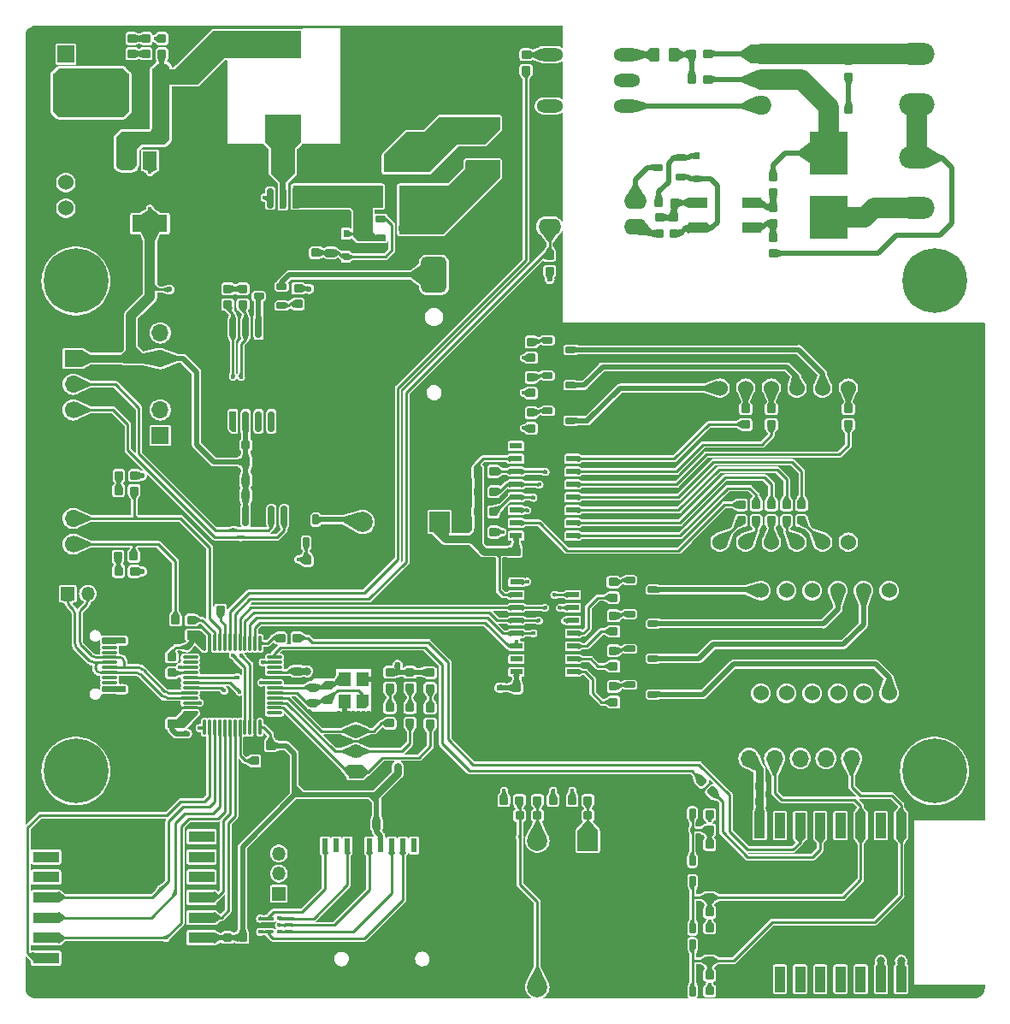
<source format=gbr>
%TF.GenerationSoftware,KiCad,Pcbnew,7.0.1*%
%TF.CreationDate,2023-04-15T09:39:37+07:00*%
%TF.ProjectId,DO_AN_DKTD,444f5f41-4e5f-4444-9b54-442e6b696361,rev?*%
%TF.SameCoordinates,Original*%
%TF.FileFunction,Copper,L1,Top*%
%TF.FilePolarity,Positive*%
%FSLAX46Y46*%
G04 Gerber Fmt 4.6, Leading zero omitted, Abs format (unit mm)*
G04 Created by KiCad (PCBNEW 7.0.1) date 2023-04-15 09:39:37*
%MOMM*%
%LPD*%
G01*
G04 APERTURE LIST*
G04 Aperture macros list*
%AMRoundRect*
0 Rectangle with rounded corners*
0 $1 Rounding radius*
0 $2 $3 $4 $5 $6 $7 $8 $9 X,Y pos of 4 corners*
0 Add a 4 corners polygon primitive as box body*
4,1,4,$2,$3,$4,$5,$6,$7,$8,$9,$2,$3,0*
0 Add four circle primitives for the rounded corners*
1,1,$1+$1,$2,$3*
1,1,$1+$1,$4,$5*
1,1,$1+$1,$6,$7*
1,1,$1+$1,$8,$9*
0 Add four rect primitives between the rounded corners*
20,1,$1+$1,$2,$3,$4,$5,0*
20,1,$1+$1,$4,$5,$6,$7,0*
20,1,$1+$1,$6,$7,$8,$9,0*
20,1,$1+$1,$8,$9,$2,$3,0*%
%AMOutline5P*
0 Free polygon, 5 corners , with rotation*
0 The origin of the aperture is its center*
0 number of corners: always 5*
0 $1 to $10 corner X, Y*
0 $11 Rotation angle, in degrees counterclockwise*
0 create outline with 5 corners*
4,1,5,$1,$2,$3,$4,$5,$6,$7,$8,$9,$10,$1,$2,$11*%
%AMOutline6P*
0 Free polygon, 6 corners , with rotation*
0 The origin of the aperture is its center*
0 number of corners: always 6*
0 $1 to $12 corner X, Y*
0 $13 Rotation angle, in degrees counterclockwise*
0 create outline with 6 corners*
4,1,6,$1,$2,$3,$4,$5,$6,$7,$8,$9,$10,$11,$12,$1,$2,$13*%
%AMOutline7P*
0 Free polygon, 7 corners , with rotation*
0 The origin of the aperture is its center*
0 number of corners: always 7*
0 $1 to $14 corner X, Y*
0 $15 Rotation angle, in degrees counterclockwise*
0 create outline with 7 corners*
4,1,7,$1,$2,$3,$4,$5,$6,$7,$8,$9,$10,$11,$12,$13,$14,$1,$2,$15*%
%AMOutline8P*
0 Free polygon, 8 corners , with rotation*
0 The origin of the aperture is its center*
0 number of corners: always 8*
0 $1 to $16 corner X, Y*
0 $17 Rotation angle, in degrees counterclockwise*
0 create outline with 8 corners*
4,1,8,$1,$2,$3,$4,$5,$6,$7,$8,$9,$10,$11,$12,$13,$14,$15,$16,$1,$2,$17*%
%AMFreePoly0*
4,1,18,-0.700000,0.540000,-0.695433,0.562961,-0.682426,0.582426,-0.662961,0.595433,-0.640000,0.600000,0.640000,0.600000,0.662961,0.595433,0.682426,0.582426,0.695433,0.562961,0.700000,0.540000,0.700000,-0.540000,0.695433,-0.562961,0.682426,-0.582426,0.662961,-0.595433,0.640000,-0.600000,-0.400000,-0.600000,-0.700000,-0.300000,-0.700000,0.540000,-0.700000,0.540000,$1*%
G04 Aperture macros list end*
%TA.AperFunction,ComponentPad*%
%ADD10R,1.350000X1.350000*%
%TD*%
%TA.AperFunction,ComponentPad*%
%ADD11O,1.350000X1.350000*%
%TD*%
%TA.AperFunction,SMDPad,CuDef*%
%ADD12RoundRect,0.127500X-0.322500X0.297500X-0.322500X-0.297500X0.322500X-0.297500X0.322500X0.297500X0*%
%TD*%
%TA.AperFunction,SMDPad,CuDef*%
%ADD13R,0.600000X0.800000*%
%TD*%
%TA.AperFunction,SMDPad,CuDef*%
%ADD14RoundRect,0.127500X0.322500X-0.297500X0.322500X0.297500X-0.322500X0.297500X-0.322500X-0.297500X0*%
%TD*%
%TA.AperFunction,SMDPad,CuDef*%
%ADD15RoundRect,0.162500X0.162500X-0.362500X0.162500X0.362500X-0.162500X0.362500X-0.162500X-0.362500X0*%
%TD*%
%TA.AperFunction,SMDPad,CuDef*%
%ADD16RoundRect,0.127500X0.297500X0.322500X-0.297500X0.322500X-0.297500X-0.322500X0.297500X-0.322500X0*%
%TD*%
%TA.AperFunction,SMDPad,CuDef*%
%ADD17RoundRect,0.127500X-0.297500X-0.322500X0.297500X-0.322500X0.297500X0.322500X-0.297500X0.322500X0*%
%TD*%
%TA.AperFunction,SMDPad,CuDef*%
%ADD18RoundRect,0.250000X-0.312500X-1.450000X0.312500X-1.450000X0.312500X1.450000X-0.312500X1.450000X0*%
%TD*%
%TA.AperFunction,SMDPad,CuDef*%
%ADD19R,0.620000X1.400000*%
%TD*%
%TA.AperFunction,SMDPad,CuDef*%
%ADD20R,1.100000X2.400000*%
%TD*%
%TA.AperFunction,ComponentPad*%
%ADD21R,2.000000X1.905000*%
%TD*%
%TA.AperFunction,ComponentPad*%
%ADD22O,2.000000X1.905000*%
%TD*%
%TA.AperFunction,ComponentPad*%
%ADD23C,0.800000*%
%TD*%
%TA.AperFunction,ComponentPad*%
%ADD24C,6.400000*%
%TD*%
%TA.AperFunction,SMDPad,CuDef*%
%ADD25RoundRect,0.180000X1.020000X0.720000X-1.020000X0.720000X-1.020000X-0.720000X1.020000X-0.720000X0*%
%TD*%
%TA.AperFunction,ComponentPad*%
%ADD26O,3.500000X2.200000*%
%TD*%
%TA.AperFunction,SMDPad,CuDef*%
%ADD27RoundRect,0.090000X-0.410000X-0.210000X0.410000X-0.210000X0.410000X0.210000X-0.410000X0.210000X0*%
%TD*%
%TA.AperFunction,ComponentPad*%
%ADD28R,1.700000X1.700000*%
%TD*%
%TA.AperFunction,ComponentPad*%
%ADD29O,1.700000X1.700000*%
%TD*%
%TA.AperFunction,ComponentPad*%
%ADD30C,1.700000*%
%TD*%
%TA.AperFunction,SMDPad,CuDef*%
%ADD31R,3.810000X4.240000*%
%TD*%
%TA.AperFunction,SMDPad,CuDef*%
%ADD32R,1.200000X0.600000*%
%TD*%
%TA.AperFunction,ComponentPad*%
%ADD33R,4.400000X1.800000*%
%TD*%
%TA.AperFunction,ComponentPad*%
%ADD34O,4.000000X1.800000*%
%TD*%
%TA.AperFunction,ComponentPad*%
%ADD35O,1.800000X4.000000*%
%TD*%
%TA.AperFunction,SMDPad,CuDef*%
%ADD36R,1.000000X2.500000*%
%TD*%
%TA.AperFunction,SMDPad,CuDef*%
%ADD37RoundRect,0.150000X-0.350000X-0.525000X0.350000X-0.525000X0.350000X0.525000X-0.350000X0.525000X0*%
%TD*%
%TA.AperFunction,SMDPad,CuDef*%
%ADD38Outline5P,-1.025000X0.000000X-0.725000X0.300000X1.025000X0.300000X1.025000X-0.300000X-1.025000X-0.300000X90.000000*%
%TD*%
%TA.AperFunction,SMDPad,CuDef*%
%ADD39RoundRect,0.150000X0.150000X-0.875000X0.150000X0.875000X-0.150000X0.875000X-0.150000X-0.875000X0*%
%TD*%
%TA.AperFunction,SMDPad,CuDef*%
%ADD40Outline5P,-0.975000X0.000000X-0.675000X0.300000X0.975000X0.300000X0.975000X-0.300000X-0.975000X-0.300000X90.000000*%
%TD*%
%TA.AperFunction,SMDPad,CuDef*%
%ADD41RoundRect,0.150000X0.150000X-0.825000X0.150000X0.825000X-0.150000X0.825000X-0.150000X-0.825000X0*%
%TD*%
%TA.AperFunction,ComponentPad*%
%ADD42C,1.524000*%
%TD*%
%TA.AperFunction,SMDPad,CuDef*%
%ADD43RoundRect,0.250000X-1.450000X0.312500X-1.450000X-0.312500X1.450000X-0.312500X1.450000X0.312500X0*%
%TD*%
%TA.AperFunction,SMDPad,CuDef*%
%ADD44R,2.800000X1.100000*%
%TD*%
%TA.AperFunction,SMDPad,CuDef*%
%ADD45R,2.600000X1.100000*%
%TD*%
%TA.AperFunction,SMDPad,CuDef*%
%ADD46R,1.400000X1.760000*%
%TD*%
%TA.AperFunction,SMDPad,CuDef*%
%ADD47R,3.500000X1.760000*%
%TD*%
%TA.AperFunction,SMDPad,CuDef*%
%ADD48RoundRect,0.647700X0.647700X-1.155700X0.647700X1.155700X-0.647700X1.155700X-0.647700X-1.155700X0*%
%TD*%
%TA.AperFunction,SMDPad,CuDef*%
%ADD49Outline5P,-0.975000X0.000000X-0.675000X0.300000X0.975000X0.300000X0.975000X-0.300000X-0.975000X-0.300000X270.000000*%
%TD*%
%TA.AperFunction,SMDPad,CuDef*%
%ADD50RoundRect,0.150000X-0.150000X0.825000X-0.150000X-0.825000X0.150000X-0.825000X0.150000X0.825000X0*%
%TD*%
%TA.AperFunction,SMDPad,CuDef*%
%ADD51RoundRect,0.150000X-0.525000X0.350000X-0.525000X-0.350000X0.525000X-0.350000X0.525000X0.350000X0*%
%TD*%
%TA.AperFunction,ComponentPad*%
%ADD52O,2.616000X1.308000*%
%TD*%
%TA.AperFunction,SMDPad,CuDef*%
%ADD53R,1.875000X1.050000*%
%TD*%
%TA.AperFunction,SMDPad,CuDef*%
%ADD54RoundRect,0.075000X-0.675000X0.075000X-0.675000X-0.075000X0.675000X-0.075000X0.675000X0.075000X0*%
%TD*%
%TA.AperFunction,ComponentPad*%
%ADD55O,2.100000X1.000000*%
%TD*%
%TA.AperFunction,ComponentPad*%
%ADD56O,1.600000X1.000000*%
%TD*%
%TA.AperFunction,SMDPad,CuDef*%
%ADD57O,2.250000X1.600000*%
%TD*%
%TA.AperFunction,SMDPad,CuDef*%
%ADD58RoundRect,0.087500X-0.312500X0.087500X-0.312500X-0.087500X0.312500X-0.087500X0.312500X0.087500X0*%
%TD*%
%TA.AperFunction,SMDPad,CuDef*%
%ADD59Outline5P,-0.175000X0.400000X0.175000X0.400000X0.175000X-0.400000X0.000000X-0.400000X-0.175000X-0.225000X270.000000*%
%TD*%
%TA.AperFunction,SMDPad,CuDef*%
%ADD60RoundRect,0.075000X0.662500X0.075000X-0.662500X0.075000X-0.662500X-0.075000X0.662500X-0.075000X0*%
%TD*%
%TA.AperFunction,SMDPad,CuDef*%
%ADD61RoundRect,0.075000X0.075000X0.662500X-0.075000X0.662500X-0.075000X-0.662500X0.075000X-0.662500X0*%
%TD*%
%TA.AperFunction,ComponentPad*%
%ADD62R,2.000000X2.000000*%
%TD*%
%TA.AperFunction,ComponentPad*%
%ADD63C,2.000000*%
%TD*%
%TA.AperFunction,ComponentPad*%
%ADD64R,2.000000X3.200000*%
%TD*%
%TA.AperFunction,SMDPad,CuDef*%
%ADD65RoundRect,0.090000X0.410000X0.210000X-0.410000X0.210000X-0.410000X-0.210000X0.410000X-0.210000X0*%
%TD*%
%TA.AperFunction,SMDPad,CuDef*%
%ADD66RoundRect,0.127500X0.438406X0.017678X0.017678X0.438406X-0.438406X-0.017678X-0.017678X-0.438406X0*%
%TD*%
%TA.AperFunction,SMDPad,CuDef*%
%ADD67RoundRect,0.090000X0.210000X-0.410000X0.210000X0.410000X-0.210000X0.410000X-0.210000X-0.410000X0*%
%TD*%
%TA.AperFunction,SMDPad,CuDef*%
%ADD68FreePoly0,90.000000*%
%TD*%
%TA.AperFunction,SMDPad,CuDef*%
%ADD69RoundRect,0.060000X0.540000X-0.640000X0.540000X0.640000X-0.540000X0.640000X-0.540000X-0.640000X0*%
%TD*%
%TA.AperFunction,SMDPad,CuDef*%
%ADD70R,3.600000X2.700000*%
%TD*%
%TA.AperFunction,SMDPad,CuDef*%
%ADD71RoundRect,0.180000X-1.020000X-0.720000X1.020000X-0.720000X1.020000X0.720000X-1.020000X0.720000X0*%
%TD*%
%TA.AperFunction,ViaPad*%
%ADD72C,0.600000*%
%TD*%
%TA.AperFunction,ViaPad*%
%ADD73C,0.400000*%
%TD*%
%TA.AperFunction,ViaPad*%
%ADD74C,0.800000*%
%TD*%
%TA.AperFunction,Conductor*%
%ADD75C,0.250000*%
%TD*%
%TA.AperFunction,Conductor*%
%ADD76C,0.500000*%
%TD*%
%TA.AperFunction,Conductor*%
%ADD77C,0.750000*%
%TD*%
%TA.AperFunction,Conductor*%
%ADD78C,1.000000*%
%TD*%
%TA.AperFunction,Conductor*%
%ADD79C,2.000000*%
%TD*%
%TA.AperFunction,Conductor*%
%ADD80C,0.350000*%
%TD*%
G04 APERTURE END LIST*
D10*
%TO.P,J13,1,Pin_1*%
%TO.N,/Peripheral/TYPE_C.D+*%
X100700000Y-103700000D03*
D11*
%TO.P,J13,2,Pin_2*%
%TO.N,/Peripheral/TYPE_C.D-*%
X102700000Y-103700000D03*
%TD*%
D10*
%TO.P,J12,1,Pin_1*%
%TO.N,/Peripheral/LORA.MISO*%
X121600000Y-133400000D03*
D11*
%TO.P,J12,2,Pin_2*%
%TO.N,/Peripheral/LORA.SCK*%
X121600000Y-131400000D03*
%TO.P,J12,3,Pin_3*%
%TO.N,/Peripheral/LORA.MOSI*%
X121600000Y-129400000D03*
%TD*%
D12*
%TO.P,C15,1*%
%TO.N,/STM32/RST*%
X164240000Y-128525000D03*
%TO.P,C15,2*%
%TO.N,GND*%
X164240000Y-130075000D03*
%TD*%
D13*
%TO.P,D3,1*%
%TO.N,Net-(Q4-E)*%
X162997700Y-60357300D03*
%TO.P,D3,2*%
%TO.N,Net-(D1--)*%
X162997700Y-62637300D03*
%TD*%
D14*
%TO.P,R6,1*%
%TO.N,Net-(C5-Pad1)*%
X170500000Y-64025000D03*
%TO.P,R6,2*%
%TO.N,/Peripheral/L_after*%
X170500000Y-62475000D03*
%TD*%
D15*
%TO.P,SW3,1,1*%
%TO.N,GND*%
X160400000Y-136812500D03*
X160400000Y-132162500D03*
%TO.P,SW3,2,2*%
%TO.N,/ESP/BOOT*%
X162550000Y-136812500D03*
X162550000Y-132162500D03*
%TD*%
D16*
%TO.P,LE9,1*%
%TO.N,Net-(LE9-Pad1)*%
X105675000Y-100000000D03*
%TO.P,LE9,2*%
%TO.N,/Peripheral/LOG_TX*%
X107225000Y-100000000D03*
%TD*%
D12*
%TO.P,R21,1*%
%TO.N,Net-(D1-+)*%
X160750000Y-66475000D03*
%TO.P,R21,2*%
%TO.N,Net-(D1--)*%
X160750000Y-68025000D03*
%TD*%
D17*
%TO.P,C18,1*%
%TO.N,GND*%
X150638400Y-125650000D03*
%TO.P,C18,2*%
%TO.N,/Peripheral/Encoder.EnC_A*%
X152188400Y-125650000D03*
%TD*%
D18*
%TO.P,F2,1*%
%TO.N,/POWER/5vin*%
X105862500Y-53500000D03*
%TO.P,F2,2*%
%TO.N,+5V*%
X110137500Y-53500000D03*
%TD*%
D16*
%TO.P,C19,1*%
%TO.N,GND*%
X119875000Y-90650000D03*
%TO.P,C19,2*%
%TO.N,+3V3*%
X118325000Y-90650000D03*
%TD*%
D17*
%TO.P,C4,1*%
%TO.N,+3V3*%
X108875000Y-70900000D03*
%TO.P,C4,2*%
%TO.N,GND*%
X110425000Y-70900000D03*
%TD*%
D12*
%TO.P,R44,1*%
%TO.N,+3V3*%
X136590000Y-111513107D03*
%TO.P,R44,2*%
%TO.N,Net-(LE3-Pad1)*%
X136590000Y-113063107D03*
%TD*%
D16*
%TO.P,C11,1*%
%TO.N,GND*%
X146695000Y-113000000D03*
%TO.P,C11,2*%
%TO.N,+5V*%
X145145000Y-113000000D03*
%TD*%
D17*
%TO.P,R59,1*%
%TO.N,Net-(U7-PA3)*%
X121825000Y-108100000D03*
%TO.P,R59,2*%
%TO.N,/ESP/TX_ESP32*%
X123375000Y-108100000D03*
%TD*%
D19*
%TO.P,J8,1,DAT2*%
%TO.N,unconnected-(J8-DAT2-Pad1)*%
X134980000Y-128625000D03*
%TO.P,J8,2,DAT3/CD*%
%TO.N,/Peripheral/SD.CS*%
X133880000Y-128625000D03*
%TO.P,J8,3,CMD*%
%TO.N,/Peripheral/LORA.MOSI*%
X132780000Y-128625000D03*
%TO.P,J8,4,VDD*%
%TO.N,+3V3*%
X131680000Y-128625000D03*
%TO.P,J8,5,CLK*%
%TO.N,/Peripheral/LORA.SCK*%
X130580000Y-128625000D03*
%TO.P,J8,6,VSS*%
%TO.N,GND*%
X129480000Y-128625000D03*
%TO.P,J8,7,DAT0*%
%TO.N,/Peripheral/LORA.MISO*%
X128380000Y-128625000D03*
%TO.P,J8,8,DAT1*%
%TO.N,unconnected-(J8-DAT1-Pad8)*%
X127280000Y-128625000D03*
%TO.P,J8,9,DET*%
%TO.N,/Peripheral/SD.DET*%
X126180000Y-128625000D03*
D20*
%TO.P,J8,10,SHIELD*%
%TO.N,GND*%
X124800000Y-130250000D03*
X124800000Y-139430000D03*
X139900000Y-130175000D03*
X140875000Y-139425000D03*
%TD*%
D21*
%TO.P,D2,1,A1*%
%TO.N,/Peripheral/Load*%
X169305000Y-50250000D03*
D22*
%TO.P,D2,2,A2*%
%TO.N,/Peripheral/L_after*%
X169305000Y-52790000D03*
%TO.P,D2,3,G*%
%TO.N,Net-(D2-G)*%
X169305000Y-55330000D03*
%TD*%
D23*
%TO.P,REF\u002A\u002A,1*%
%TO.N,N/C*%
X184100000Y-121250000D03*
X184802944Y-119552944D03*
X184802944Y-122947056D03*
X186500000Y-118850000D03*
D24*
X186500000Y-121250000D03*
D23*
X186500000Y-123650000D03*
X188197056Y-119552944D03*
X188197056Y-122947056D03*
X188900000Y-121250000D03*
%TD*%
D25*
%TO.P,D6,1*%
%TO.N,GND*%
X117950000Y-61300000D03*
%TO.P,D6,2*%
%TO.N,/POWER/VOUT*%
X122000000Y-61300000D03*
%TD*%
D14*
%TO.P,R22,1*%
%TO.N,Net-(R22-Pad1)*%
X159250000Y-68025000D03*
%TO.P,R22,2*%
%TO.N,Net-(D1-+)*%
X159250000Y-66475000D03*
%TD*%
%TO.P,R18,1*%
%TO.N,/Peripheral/LE3*%
X146590000Y-80340000D03*
%TO.P,R18,2*%
%TO.N,Net-(Q3-B)*%
X146590000Y-78790000D03*
%TD*%
D26*
%TO.P,J5,1,Pin_1*%
%TO.N,/Peripheral/L*%
X184750000Y-65500000D03*
%TO.P,J5,2,Pin_2*%
%TO.N,/Peripheral/N*%
X184750000Y-60500000D03*
%TD*%
D14*
%TO.P,R29,1*%
%TO.N,/Peripheral/LE1*%
X146590000Y-87340000D03*
%TO.P,R29,2*%
%TO.N,Net-(Q1-B)*%
X146590000Y-85790000D03*
%TD*%
D12*
%TO.P,R14,1*%
%TO.N,Net-(U2-QA)*%
X167362500Y-94905000D03*
%TO.P,R14,2*%
%TO.N,Net-(LE1-e)*%
X167362500Y-96455000D03*
%TD*%
D16*
%TO.P,R2,1*%
%TO.N,+3V3*%
X148738400Y-124150000D03*
%TO.P,R2,2*%
%TO.N,/Peripheral/Encoder.EnC_B*%
X147188400Y-124150000D03*
%TD*%
D27*
%TO.P,Q10,1,G*%
%TO.N,Net-(Q10-G)*%
X131662500Y-66600000D03*
%TO.P,Q10,2,S*%
%TO.N,VDC*%
X131662500Y-68500000D03*
%TO.P,Q10,3,D*%
%TO.N,/POWER/B*%
X133937500Y-67550000D03*
%TD*%
D14*
%TO.P,R39,1*%
%TO.N,/Peripheral/LE7*%
X154740000Y-114435000D03*
%TO.P,R39,2*%
%TO.N,Net-(Q8-B)*%
X154740000Y-112885000D03*
%TD*%
D16*
%TO.P,C1,1*%
%TO.N,GND*%
X111775000Y-56750000D03*
%TO.P,C1,2*%
%TO.N,+5V*%
X110225000Y-56750000D03*
%TD*%
D28*
%TO.P,J7,1,Pin_1*%
%TO.N,/STM32/SWCLK*%
X109850000Y-88040000D03*
D29*
%TO.P,J7,2,Pin_2*%
%TO.N,/STM32/SWDIO*%
X109850000Y-85500000D03*
%TO.P,J7,3,Pin_3*%
%TO.N,GND*%
X109850000Y-82960000D03*
%TO.P,J7,4,Pin_4*%
%TO.N,+3V3*%
X109850000Y-80420000D03*
%TO.P,J7,5,Pin_5*%
%TO.N,+5V*%
X109850000Y-77880000D03*
%TD*%
D14*
%TO.P,R38,1*%
%TO.N,/Peripheral/LE4*%
X154690000Y-104085000D03*
%TO.P,R38,2*%
%TO.N,Net-(Q7-B)*%
X154690000Y-102535000D03*
%TD*%
D16*
%TO.P,R30,1*%
%TO.N,+3V3*%
X107310787Y-92000000D03*
%TO.P,R30,2*%
%TO.N,Net-(LE6-Pad1)*%
X105760787Y-92000000D03*
%TD*%
D12*
%TO.P,R12,1*%
%TO.N,Net-(U2-QD)*%
X171862500Y-94905000D03*
%TO.P,R12,2*%
%TO.N,Net-(LE1-c)*%
X171862500Y-96455000D03*
%TD*%
D28*
%TO.P,J4,1,Pin_1*%
%TO.N,GND*%
X101250000Y-93710000D03*
D29*
%TO.P,J4,2,Pin_2*%
%TO.N,/Peripheral/LOG_RX*%
X101250000Y-96250000D03*
D30*
%TO.P,J4,3,Pin_3*%
%TO.N,/Peripheral/LOG_TX*%
X101250000Y-98790000D03*
%TD*%
D31*
%TO.P,F1,1*%
%TO.N,/Peripheral/L_after*%
X176000000Y-60065000D03*
%TO.P,F1,2*%
%TO.N,/Peripheral/L*%
X176000000Y-66435000D03*
%TD*%
D16*
%TO.P,C9,1*%
%TO.N,GND*%
X146645000Y-99525000D03*
%TO.P,C9,2*%
%TO.N,+5V*%
X145095000Y-99525000D03*
%TD*%
D14*
%TO.P,C26,1*%
%TO.N,Net-(Q10-G)*%
X126750000Y-69975000D03*
%TO.P,C26,2*%
%TO.N,GND*%
X126750000Y-68425000D03*
%TD*%
D32*
%TO.P,U2,1,QB*%
%TO.N,Net-(U2-QB)*%
X150670000Y-97970000D03*
%TO.P,U2,2,QC*%
%TO.N,Net-(U2-QC)*%
X150670000Y-96700000D03*
%TO.P,U2,3,QD*%
%TO.N,Net-(U2-QD)*%
X150670000Y-95430000D03*
%TO.P,U2,4,QE*%
%TO.N,Net-(U2-QE)*%
X150670000Y-94160000D03*
%TO.P,U2,5,QF*%
%TO.N,Net-(U2-QF)*%
X150670000Y-92890000D03*
%TO.P,U2,6,QG*%
%TO.N,Net-(U2-QG)*%
X150670000Y-91620000D03*
%TO.P,U2,7,QH*%
%TO.N,Net-(U2-QH)*%
X150670000Y-90350000D03*
%TO.P,U2,8,GND*%
%TO.N,GND*%
X150670000Y-89080000D03*
%TO.P,U2,9,QH'*%
%TO.N,unconnected-(U2-QH'-Pad9)*%
X145070000Y-89080000D03*
%TO.P,U2,10,~{SRCLR}*%
%TO.N,+5V*%
X145070000Y-90350000D03*
%TO.P,U2,11,SRCLK*%
%TO.N,/Peripheral/74HC595.SRCLK*%
X145070000Y-91620000D03*
%TO.P,U2,12,RCLK*%
%TO.N,/Peripheral/74HC595.RCLK*%
X145070000Y-92890000D03*
%TO.P,U2,13,~{OE}*%
%TO.N,/Peripheral/74HC595.OE*%
X145070000Y-94160000D03*
%TO.P,U2,14,SER*%
%TO.N,Net-(U2-SER)*%
X145070000Y-95430000D03*
%TO.P,U2,15,QA*%
%TO.N,Net-(U2-QA)*%
X145070000Y-96700000D03*
%TO.P,U2,16,VCC*%
%TO.N,+5V*%
X145070000Y-97970000D03*
%TD*%
D14*
%TO.P,R45,1*%
%TO.N,+3V3*%
X164250000Y-143025000D03*
%TO.P,R45,2*%
%TO.N,/ESP/RST*%
X164250000Y-141475000D03*
%TD*%
%TO.P,R37,1*%
%TO.N,/Peripheral/LE5*%
X154740000Y-107435000D03*
%TO.P,R37,2*%
%TO.N,Net-(Q6-B)*%
X154740000Y-105885000D03*
%TD*%
D17*
%TO.P,R3,1*%
%TO.N,+3V3*%
X150638400Y-124150000D03*
%TO.P,R3,2*%
%TO.N,/Peripheral/Encoder.EnC_A*%
X152188400Y-124150000D03*
%TD*%
D12*
%TO.P,R47,1*%
%TO.N,+3V3*%
X132590000Y-111475000D03*
%TO.P,R47,2*%
%TO.N,Net-(LE4-Pad1)*%
X132590000Y-113025000D03*
%TD*%
D17*
%TO.P,R19,1*%
%TO.N,/Peripheral/L_after*%
X176475000Y-55750000D03*
%TO.P,R19,2*%
%TO.N,Net-(C6-Pad1)*%
X178025000Y-55750000D03*
%TD*%
D12*
%TO.P,R17,1*%
%TO.N,Net-(U2-QC)*%
X170362500Y-94905000D03*
%TO.P,R17,2*%
%TO.N,Net-(LE1-DPX)*%
X170362500Y-96455000D03*
%TD*%
D33*
%TO.P,J10,1*%
%TO.N,/POWER/A*%
X134250000Y-61050000D03*
D34*
%TO.P,J10,2*%
%TO.N,GND*%
X134250000Y-55250000D03*
D35*
X129450000Y-58050000D03*
%TD*%
D17*
%TO.P,R20,1*%
%TO.N,Net-(C8-Pad1)*%
X162475000Y-52790000D03*
%TO.P,R20,2*%
%TO.N,/Peripheral/L_after*%
X164025000Y-52790000D03*
%TD*%
D16*
%TO.P,C21,1*%
%TO.N,GND*%
X119875000Y-94000000D03*
%TO.P,C21,2*%
%TO.N,+3V3*%
X118325000Y-94000000D03*
%TD*%
D14*
%TO.P,LE5,1*%
%TO.N,Net-(LE5-Pad1)*%
X134590000Y-114975000D03*
%TO.P,LE5,2*%
%TO.N,/STM32/Led_test2*%
X134590000Y-116525000D03*
%TD*%
D36*
%TO.P,U10,1,~{RST}*%
%TO.N,/ESP/RST*%
X183200000Y-126650000D03*
%TO.P,U10,2,ADC*%
%TO.N,unconnected-(U10-ADC-Pad2)*%
X181200000Y-126650000D03*
%TO.P,U10,3,EN*%
%TO.N,/ESP/BOOT*%
X179200000Y-126650000D03*
%TO.P,U10,4,GPIO16*%
%TO.N,unconnected-(U10-GPIO16-Pad4)*%
X177200000Y-126650000D03*
%TO.P,U10,5,GPIO14*%
%TO.N,Net-(U10-GPIO14)*%
X175200000Y-126650000D03*
%TO.P,U10,6,GPIO12*%
%TO.N,/ESP/TX_ESP32*%
X173200000Y-126650000D03*
%TO.P,U10,7,GPIO13*%
%TO.N,unconnected-(U10-GPIO13-Pad7)*%
X171200000Y-126650000D03*
%TO.P,U10,8,VCC*%
%TO.N,+3V3*%
X169200000Y-126650000D03*
%TO.P,U10,15,GND*%
%TO.N,GND*%
X169200000Y-141850000D03*
%TO.P,U10,16,GPIO15*%
%TO.N,unconnected-(U10-GPIO15-Pad16)*%
X171200000Y-141850000D03*
%TO.P,U10,17,GPIO2*%
%TO.N,unconnected-(U10-GPIO2-Pad17)*%
X173200000Y-141850000D03*
%TO.P,U10,18,GPIO0*%
%TO.N,unconnected-(U10-GPIO0-Pad18)*%
X175200000Y-141850000D03*
%TO.P,U10,19,GPIO4*%
%TO.N,unconnected-(U10-GPIO4-Pad19)*%
X177200000Y-141850000D03*
%TO.P,U10,20,GPIO5*%
%TO.N,unconnected-(U10-GPIO5-Pad20)*%
X179200000Y-141850000D03*
%TO.P,U10,21,GPIO3/RXD*%
%TO.N,/ESP/RX*%
X181200000Y-141850000D03*
%TO.P,U10,22,GPIO1/TXD*%
%TO.N,/ESP/TX*%
X183200000Y-141850000D03*
%TD*%
D17*
%TO.P,C8,1*%
%TO.N,Net-(C8-Pad1)*%
X162475000Y-50250000D03*
%TO.P,C8,2*%
%TO.N,/Peripheral/Load*%
X164025000Y-50250000D03*
%TD*%
D14*
%TO.P,R10,1*%
%TO.N,Net-(U2-QH)*%
X167822500Y-86955000D03*
%TO.P,R10,2*%
%TO.N,Net-(LE1-a)*%
X167822500Y-85405000D03*
%TD*%
D23*
%TO.P,REF\u002A\u002A,1*%
%TO.N,N/C*%
X184100000Y-72750000D03*
X184802944Y-71052944D03*
X184802944Y-74447056D03*
X186500000Y-70350000D03*
D24*
X186500000Y-72750000D03*
D23*
X186500000Y-75150000D03*
X188197056Y-71052944D03*
X188197056Y-74447056D03*
X188900000Y-72750000D03*
%TD*%
D37*
%TO.P,R23,1*%
%TO.N,Net-(R23-Pad1)*%
X158800000Y-50340000D03*
%TO.P,R23,2*%
%TO.N,Net-(C8-Pad1)*%
X160700000Y-50340000D03*
%TD*%
D38*
%TO.P,IC1,1,32KHZ*%
%TO.N,unconnected-(IC1-32KHZ-Pad1)*%
X117055000Y-86650000D03*
D39*
%TO.P,IC1,2,VCC*%
%TO.N,+3V3*%
X118325000Y-86650000D03*
%TO.P,IC1,3,~{INT}/SQW*%
%TO.N,unconnected-(IC1-~{INT}{slash}SQW-Pad3)*%
X119595000Y-86650000D03*
%TO.P,IC1,4,~{RST}*%
%TO.N,unconnected-(IC1-~{RST}-Pad4)*%
X120865000Y-86650000D03*
%TO.P,IC1,5,GND*%
%TO.N,GND*%
X122135000Y-86650000D03*
%TO.P,IC1,6,GND*%
X123405000Y-86650000D03*
%TO.P,IC1,7,GND*%
X124675000Y-86650000D03*
%TO.P,IC1,8,GND*%
X125945000Y-86650000D03*
%TO.P,IC1,9,GND*%
X125945000Y-77350000D03*
%TO.P,IC1,10,GND*%
X124675000Y-77350000D03*
%TO.P,IC1,11,GND*%
X123405000Y-77350000D03*
%TO.P,IC1,12,GND*%
X122135000Y-77350000D03*
%TO.P,IC1,13,GND*%
X120865000Y-77350000D03*
%TO.P,IC1,14,VBAT*%
%TO.N,Net-(IC1-VBAT)*%
X119595000Y-77350000D03*
%TO.P,IC1,15,SDA*%
%TO.N,/Peripheral/24C32.SDA*%
X118325000Y-77350000D03*
%TO.P,IC1,16,SCL*%
%TO.N,/Peripheral/24C32.SCL*%
X117055000Y-77350000D03*
%TD*%
D27*
%TO.P,Q1,1,B*%
%TO.N,Net-(Q1-B)*%
X148202500Y-85615000D03*
%TO.P,Q1,2,E*%
%TO.N,GND*%
X148202500Y-87515000D03*
%TO.P,Q1,3,C*%
%TO.N,Net-(LE1-CC1)*%
X150477500Y-86565000D03*
%TD*%
D40*
%TO.P,U8,1,A0*%
%TO.N,GND*%
X118325000Y-100975000D03*
D41*
%TO.P,U8,2,A1*%
X119595000Y-100975000D03*
%TO.P,U8,3,A2*%
X120865000Y-100975000D03*
%TO.P,U8,4,GND*%
X122135000Y-100975000D03*
%TO.P,U8,5,SDA*%
%TO.N,/Peripheral/24C32.SDA*%
X122135000Y-96025000D03*
%TO.P,U8,6,SCL*%
%TO.N,/Peripheral/24C32.SCL*%
X120865000Y-96025000D03*
%TO.P,U8,7,WP*%
%TO.N,GND*%
X119595000Y-96025000D03*
%TO.P,U8,8,VCC*%
%TO.N,+3V3*%
X118325000Y-96025000D03*
%TD*%
D12*
%TO.P,R27,1*%
%TO.N,+3V3*%
X118050000Y-73525000D03*
%TO.P,R27,2*%
%TO.N,/Peripheral/24C32.SDA*%
X118050000Y-75075000D03*
%TD*%
D23*
%TO.P,REF\u002A\u002A,1*%
%TO.N,N/C*%
X99100000Y-121250000D03*
X99802944Y-119552944D03*
X99802944Y-122947056D03*
X101500000Y-118850000D03*
D24*
X101500000Y-121250000D03*
D23*
X101500000Y-123650000D03*
X103197056Y-119552944D03*
X103197056Y-122947056D03*
X103900000Y-121250000D03*
%TD*%
D42*
%TO.P,LE1,1,e*%
%TO.N,Net-(LE1-e)*%
X165282500Y-98600000D03*
%TO.P,LE1,2,d*%
%TO.N,Net-(LE1-d)*%
X167822500Y-98600000D03*
%TO.P,LE1,3,DPX*%
%TO.N,Net-(LE1-DPX)*%
X170362500Y-98600000D03*
%TO.P,LE1,4,c*%
%TO.N,Net-(LE1-c)*%
X172902500Y-98600000D03*
%TO.P,LE1,5,g*%
%TO.N,Net-(LE1-g)*%
X175442500Y-98600000D03*
%TO.P,LE1,6*%
%TO.N,N/C*%
X177982500Y-98600000D03*
%TO.P,LE1,7,b*%
%TO.N,Net-(LE1-b)*%
X177982500Y-83360000D03*
%TO.P,LE1,8,CC3*%
%TO.N,Net-(LE1-CC3)*%
X175442500Y-83360000D03*
%TO.P,LE1,9,CC2*%
%TO.N,Net-(LE1-CC2)*%
X172902500Y-83360000D03*
%TO.P,LE1,10,f*%
%TO.N,Net-(LE1-f)*%
X170362500Y-83360000D03*
%TO.P,LE1,11,a*%
%TO.N,Net-(LE1-a)*%
X167822500Y-83360000D03*
%TO.P,LE1,12,CC1*%
%TO.N,Net-(LE1-CC1)*%
X165282500Y-83360000D03*
%TD*%
D43*
%TO.P,F3,1*%
%TO.N,/POWER/A*%
X141785000Y-57112500D03*
%TO.P,F3,2*%
%TO.N,/POWER/B*%
X141785000Y-61387500D03*
%TD*%
D17*
%TO.P,R8,1*%
%TO.N,+5V*%
X141325000Y-97600000D03*
%TO.P,R8,2*%
%TO.N,/Peripheral/74HC595.SER*%
X142875000Y-97600000D03*
%TD*%
%TO.P,LE7,1*%
%TO.N,Net-(LE7-Pad1)*%
X107025000Y-48750000D03*
%TO.P,LE7,2*%
%TO.N,GND*%
X105475000Y-48750000D03*
%TD*%
D42*
%TO.P,LE2,1,e*%
%TO.N,Net-(LE1-e)*%
X169320000Y-113560000D03*
%TO.P,LE2,2,d*%
%TO.N,Net-(LE1-d)*%
X171860000Y-113560000D03*
%TO.P,LE2,3,DPX*%
%TO.N,Net-(LE1-DPX)*%
X174400000Y-113560000D03*
%TO.P,LE2,4,c*%
%TO.N,Net-(LE1-c)*%
X176940000Y-113560000D03*
%TO.P,LE2,5,g*%
%TO.N,Net-(LE1-g)*%
X179480000Y-113560000D03*
%TO.P,LE2,6,CC4*%
%TO.N,Net-(LE2-CC4)*%
X182020000Y-113560000D03*
%TO.P,LE2,7,b*%
%TO.N,Net-(LE1-b)*%
X182020000Y-103400000D03*
%TO.P,LE2,8,CC3*%
%TO.N,Net-(LE2-CC3)*%
X179480000Y-103400000D03*
%TO.P,LE2,9,CC2*%
%TO.N,Net-(LE2-CC2)*%
X176940000Y-103400000D03*
%TO.P,LE2,10,f*%
%TO.N,Net-(LE1-f)*%
X174400000Y-103400000D03*
%TO.P,LE2,11,a*%
%TO.N,Net-(LE1-a)*%
X171860000Y-103400000D03*
%TO.P,LE2,12,CC1*%
%TO.N,Net-(LE2-CC1)*%
X169320000Y-103400000D03*
%TD*%
D23*
%TO.P,REF\u002A\u002A,1*%
%TO.N,N/C*%
X99100000Y-72750000D03*
X99802944Y-71052944D03*
X99802944Y-74447056D03*
X101500000Y-70350000D03*
D24*
X101500000Y-72750000D03*
D23*
X101500000Y-75150000D03*
X103197056Y-71052944D03*
X103197056Y-74447056D03*
X103900000Y-72750000D03*
%TD*%
D14*
%TO.P,R24,1*%
%TO.N,+3V3*%
X148400000Y-71775000D03*
%TO.P,R24,2*%
%TO.N,/Peripheral/AC_DET*%
X148400000Y-70225000D03*
%TD*%
D44*
%TO.P,U9,1,GND*%
%TO.N,GND*%
X113850000Y-141750000D03*
D45*
%TO.P,U9,2,GND*%
X113950000Y-139750000D03*
%TO.P,U9,3,VDD*%
%TO.N,+3V3*%
X113950000Y-137750000D03*
%TO.P,U9,4,~{RESET}*%
%TO.N,/Peripheral/LORA.RST*%
X113950000Y-135750000D03*
%TO.P,U9,5,DIO0*%
%TO.N,/Peripheral/LORA.INT*%
X113950000Y-133750000D03*
%TO.P,U9,6,DIO1*%
%TO.N,unconnected-(U9-DIO1-Pad6)*%
X113950000Y-131750000D03*
%TO.P,U9,7,DIO2*%
%TO.N,unconnected-(U9-DIO2-Pad7)*%
X113950000Y-129750000D03*
%TO.P,U9,8,DIO3*%
%TO.N,unconnected-(U9-DIO3-Pad8)*%
X113950000Y-127750000D03*
%TO.P,U9,9,GND*%
%TO.N,GND*%
X98550000Y-127750000D03*
%TO.P,U9,10,DIO4*%
%TO.N,unconnected-(U9-DIO4-Pad10)*%
X98550000Y-129750000D03*
%TO.P,U9,11,DIO5*%
%TO.N,unconnected-(U9-DIO5-Pad11)*%
X98550000Y-131750000D03*
%TO.P,U9,12,SCK*%
%TO.N,/Peripheral/LORA.SCK*%
X98550000Y-133750000D03*
%TO.P,U9,13,MISO*%
%TO.N,/Peripheral/LORA.MISO*%
X98550000Y-135750000D03*
%TO.P,U9,14,MOSI*%
%TO.N,/Peripheral/LORA.MOSI*%
X98550000Y-137750000D03*
%TO.P,U9,15,~{NSS}*%
%TO.N,/Peripheral/LORA.CS*%
X98550000Y-139750000D03*
%TO.P,U9,16,GND*%
%TO.N,GND*%
X98550000Y-141750000D03*
%TD*%
D17*
%TO.P,C2,1*%
%TO.N,+5V*%
X110225000Y-58500000D03*
%TO.P,C2,2*%
%TO.N,GND*%
X111775000Y-58500000D03*
%TD*%
D46*
%TO.P,U1,1,GND*%
%TO.N,GND*%
X111150000Y-60815000D03*
D47*
%TO.P,U1,2,VO*%
%TO.N,+3V3*%
X108850000Y-67065000D03*
D46*
X108850000Y-60815000D03*
%TO.P,U1,3,VI*%
%TO.N,+5V*%
X106550000Y-60815000D03*
%TD*%
D28*
%TO.P,J3,1,Pin_1*%
%TO.N,+3V3*%
X101250000Y-80420000D03*
D29*
%TO.P,J3,2,Pin_2*%
%TO.N,/Peripheral/24C32.SCL*%
X101250000Y-82960000D03*
D30*
%TO.P,J3,3,Pin_3*%
%TO.N,/Peripheral/24C32.SDA*%
X101250000Y-85500000D03*
D42*
%TO.P,J3,4,Pin_4*%
%TO.N,GND*%
X101250000Y-88040000D03*
%TD*%
D27*
%TO.P,Q5,1,B*%
%TO.N,Net-(Q5-B)*%
X156352500Y-109160000D03*
%TO.P,Q5,2,E*%
%TO.N,GND*%
X156352500Y-111060000D03*
%TO.P,Q5,3,C*%
%TO.N,Net-(LE2-CC3)*%
X158627500Y-110110000D03*
%TD*%
D17*
%TO.P,C34,1*%
%TO.N,GND*%
X119225000Y-118750000D03*
%TO.P,C34,2*%
%TO.N,+3V3*%
X120775000Y-118750000D03*
%TD*%
D14*
%TO.P,C29,1*%
%TO.N,/ESP/BOOT*%
X164250000Y-133762500D03*
%TO.P,C29,2*%
%TO.N,GND*%
X164250000Y-132212500D03*
%TD*%
D12*
%TO.P,R48,1*%
%TO.N,+3V3*%
X134590000Y-111475000D03*
%TO.P,R48,2*%
%TO.N,Net-(LE5-Pad1)*%
X134590000Y-113025000D03*
%TD*%
D17*
%TO.P,R60,1*%
%TO.N,/Peripheral/Buzzer*%
X124400000Y-100387500D03*
%TO.P,R60,2*%
%TO.N,GND*%
X125950000Y-100387500D03*
%TD*%
D48*
%TO.P,BT1,1,+*%
%TO.N,/Peripheral/Vbat*%
X136960000Y-72150600D03*
%TO.P,BT1,2,-*%
%TO.N,GND*%
X136960000Y-87949400D03*
%TD*%
D12*
%TO.P,C33,1*%
%TO.N,GND*%
X111000000Y-115000000D03*
%TO.P,C33,2*%
%TO.N,+3V3*%
X111000000Y-116550000D03*
%TD*%
%TO.P,R16,1*%
%TO.N,Net-(U2-QE)*%
X173362500Y-94905000D03*
%TO.P,R16,2*%
%TO.N,Net-(LE1-g)*%
X173362500Y-96455000D03*
%TD*%
D14*
%TO.P,R25,1*%
%TO.N,/Peripheral/TRIAC*%
X146075000Y-51900000D03*
%TO.P,R25,2*%
%TO.N,Net-(R25-Pad2)*%
X146075000Y-50350000D03*
%TD*%
D16*
%TO.P,C32,1*%
%TO.N,+3V3*%
X169200000Y-124250000D03*
%TO.P,C32,2*%
%TO.N,GND*%
X167650000Y-124250000D03*
%TD*%
%TO.P,C20,1*%
%TO.N,GND*%
X119875000Y-92500000D03*
%TO.P,C20,2*%
%TO.N,+3V3*%
X118325000Y-92500000D03*
%TD*%
%TO.P,C7,1*%
%TO.N,Net-(D1-+)*%
X160775000Y-65000000D03*
%TO.P,C7,2*%
%TO.N,Net-(Q4-E)*%
X159225000Y-65000000D03*
%TD*%
D14*
%TO.P,C12,1*%
%TO.N,GND*%
X126500000Y-115775000D03*
%TO.P,C12,2*%
%TO.N,/STM32/PD0*%
X126500000Y-114225000D03*
%TD*%
D17*
%TO.P,LE8,1*%
%TO.N,Net-(LE8-Pad1)*%
X107025000Y-50250000D03*
%TO.P,LE8,2*%
%TO.N,GND*%
X105475000Y-50250000D03*
%TD*%
D16*
%TO.P,C3,1*%
%TO.N,GND*%
X110425000Y-69150000D03*
%TO.P,C3,2*%
%TO.N,+3V3*%
X108875000Y-69150000D03*
%TD*%
D10*
%TO.P,J11,1,Pin_1*%
%TO.N,/STM32/Led_test1*%
X129200000Y-121300000D03*
D11*
%TO.P,J11,2,Pin_2*%
%TO.N,/STM32/Led_test2*%
X129200000Y-119300000D03*
%TO.P,J11,3,Pin_3*%
%TO.N,/STM32/Led_test3*%
X129200000Y-117300000D03*
%TD*%
D14*
%TO.P,C30,1*%
%TO.N,/ESP/RST*%
X164250000Y-140025000D03*
%TO.P,C30,2*%
%TO.N,GND*%
X164250000Y-138475000D03*
%TD*%
D27*
%TO.P,Q7,1,B*%
%TO.N,Net-(Q7-B)*%
X156352500Y-102360000D03*
%TO.P,Q7,2,E*%
%TO.N,GND*%
X156352500Y-104260000D03*
%TO.P,Q7,3,C*%
%TO.N,Net-(LE2-CC1)*%
X158627500Y-103310000D03*
%TD*%
D14*
%TO.P,R15,1*%
%TO.N,Net-(U2-QG)*%
X170362500Y-86955000D03*
%TO.P,R15,2*%
%TO.N,Net-(LE1-f)*%
X170362500Y-85405000D03*
%TD*%
D16*
%TO.P,C31,1*%
%TO.N,+3V3*%
X169200000Y-122750000D03*
%TO.P,C31,2*%
%TO.N,GND*%
X167650000Y-122750000D03*
%TD*%
D17*
%TO.P,R5,1*%
%TO.N,+5V*%
X141300000Y-91600000D03*
%TO.P,R5,2*%
%TO.N,/Peripheral/74HC595.SRCLK*%
X142850000Y-91600000D03*
%TD*%
D49*
%TO.P,U5,1,VIN*%
%TO.N,VDC*%
X123270000Y-64550000D03*
D50*
%TO.P,U5,2,OUTPUT*%
%TO.N,/POWER/VOUT*%
X122000000Y-64550000D03*
%TO.P,U5,3,FB*%
%TO.N,+5V*%
X120730000Y-64550000D03*
%TO.P,U5,4,ON/OFF*%
%TO.N,GND*%
X119460000Y-64550000D03*
%TO.P,U5,5,GND*%
X119460000Y-69500000D03*
%TO.P,U5,6,GND*%
X120730000Y-69500000D03*
%TO.P,U5,7,GND*%
X122000000Y-69500000D03*
%TO.P,U5,8,GND*%
X123270000Y-69500000D03*
%TD*%
D14*
%TO.P,R32,1*%
%TO.N,Net-(Q10-G)*%
X125250000Y-69950000D03*
%TO.P,R32,2*%
%TO.N,GND*%
X125250000Y-68400000D03*
%TD*%
D32*
%TO.P,U6,1,QB*%
%TO.N,/Peripheral/LE7*%
X150720000Y-111445000D03*
%TO.P,U6,2,QC*%
%TO.N,/Peripheral/LE6*%
X150720000Y-110175000D03*
%TO.P,U6,3,QD*%
%TO.N,/Peripheral/LE5*%
X150720000Y-108905000D03*
%TO.P,U6,4,QE*%
%TO.N,/Peripheral/LE4*%
X150720000Y-107635000D03*
%TO.P,U6,5,QF*%
%TO.N,/Peripheral/LE3*%
X150720000Y-106365000D03*
%TO.P,U6,6,QG*%
%TO.N,/Peripheral/LE2*%
X150720000Y-105095000D03*
%TO.P,U6,7,QH*%
%TO.N,/Peripheral/LE1*%
X150720000Y-103825000D03*
%TO.P,U6,8,GND*%
%TO.N,GND*%
X150720000Y-102555000D03*
%TO.P,U6,9,QH'*%
%TO.N,Net-(U2-SER)*%
X145120000Y-102555000D03*
%TO.P,U6,10,~{SRCLR}*%
%TO.N,+5V*%
X145120000Y-103825000D03*
%TO.P,U6,11,SRCLK*%
%TO.N,/Peripheral/74HC595.SRCLK*%
X145120000Y-105095000D03*
%TO.P,U6,12,RCLK*%
%TO.N,/Peripheral/74HC595.RCLK*%
X145120000Y-106365000D03*
%TO.P,U6,13,~{OE}*%
%TO.N,/Peripheral/74HC595.OE*%
X145120000Y-107635000D03*
%TO.P,U6,14,SER*%
%TO.N,/Peripheral/74HC595.SER*%
X145120000Y-108905000D03*
%TO.P,U6,15,QA*%
%TO.N,unconnected-(U6-QA-Pad15)*%
X145120000Y-110175000D03*
%TO.P,U6,16,VCC*%
%TO.N,+5V*%
X145120000Y-111445000D03*
%TD*%
D14*
%TO.P,LE3,1*%
%TO.N,Net-(LE3-Pad1)*%
X136590000Y-115013107D03*
%TO.P,LE3,2*%
%TO.N,/STM32/Led_test1*%
X136590000Y-116563107D03*
%TD*%
D51*
%TO.P,C27,1*%
%TO.N,+5V*%
X112500000Y-52750000D03*
%TO.P,C27,2*%
%TO.N,GND*%
X112500000Y-54650000D03*
%TD*%
D16*
%TO.P,C17,1*%
%TO.N,GND*%
X148738400Y-125650000D03*
%TO.P,C17,2*%
%TO.N,/Peripheral/Encoder.EnC_B*%
X147188400Y-125650000D03*
%TD*%
%TO.P,R62,1*%
%TO.N,GND*%
X120775000Y-120250000D03*
%TO.P,R62,2*%
%TO.N,Net-(U7-BOOT0)*%
X119225000Y-120250000D03*
%TD*%
D14*
%TO.P,R11,1*%
%TO.N,Net-(U2-QF)*%
X177982500Y-86955000D03*
%TO.P,R11,2*%
%TO.N,Net-(LE1-b)*%
X177982500Y-85405000D03*
%TD*%
%TO.P,C25,1*%
%TO.N,GND*%
X125400000Y-66575000D03*
%TO.P,C25,2*%
%TO.N,VDC*%
X125400000Y-65025000D03*
%TD*%
D16*
%TO.P,R50,1*%
%TO.N,+3V3*%
X110025000Y-48750000D03*
%TO.P,R50,2*%
%TO.N,Net-(LE7-Pad1)*%
X108475000Y-48750000D03*
%TD*%
D17*
%TO.P,R7,1*%
%TO.N,+5V*%
X141300000Y-95600000D03*
%TO.P,R7,2*%
%TO.N,/Peripheral/74HC595.OE*%
X142850000Y-95600000D03*
%TD*%
D52*
%TO.P,U4,1*%
%TO.N,Net-(R25-Pad2)*%
X148440000Y-50340000D03*
%TO.P,U4,2*%
%TO.N,GND*%
X148440000Y-52880000D03*
%TO.P,U4,3,NC*%
%TO.N,unconnected-(U4-NC-Pad3)*%
X148440000Y-55420000D03*
%TO.P,U4,4*%
%TO.N,Net-(D2-G)*%
X156060000Y-55420000D03*
%TO.P,U4,5,NC*%
%TO.N,unconnected-(U4-NC-Pad5)*%
X156060000Y-52880000D03*
%TO.P,U4,6*%
%TO.N,Net-(R23-Pad1)*%
X156060000Y-50340000D03*
%TD*%
D53*
%TO.P,D1,1,+*%
%TO.N,Net-(D1-+)*%
X163087500Y-65000000D03*
%TO.P,D1,2*%
%TO.N,Net-(C5-Pad2)*%
X168412500Y-67500000D03*
%TO.P,D1,3,-*%
%TO.N,Net-(D1--)*%
X163087500Y-67500000D03*
%TO.P,D1,4*%
%TO.N,Net-(C5-Pad1)*%
X168412500Y-65000000D03*
%TD*%
D16*
%TO.P,LE6,1*%
%TO.N,Net-(LE6-Pad1)*%
X105725000Y-93500000D03*
%TO.P,LE6,2*%
%TO.N,/Peripheral/LOG_RX*%
X107275000Y-93500000D03*
%TD*%
D12*
%TO.P,R9,1*%
%TO.N,Net-(C5-Pad2)*%
X170500000Y-68475000D03*
%TO.P,R9,2*%
%TO.N,/Peripheral/N*%
X170500000Y-70025000D03*
%TD*%
D14*
%TO.P,R43,1*%
%TO.N,+3V3*%
X164250000Y-136775000D03*
%TO.P,R43,2*%
%TO.N,/ESP/BOOT*%
X164250000Y-135225000D03*
%TD*%
D17*
%TO.P,R4,1*%
%TO.N,+5V*%
X141325000Y-93600000D03*
%TO.P,R4,2*%
%TO.N,/Peripheral/74HC595.RCLK*%
X142875000Y-93600000D03*
%TD*%
D12*
%TO.P,R61,1*%
%TO.N,GND*%
X115800000Y-103775000D03*
%TO.P,R61,2*%
%TO.N,Net-(U7-PB2)*%
X115800000Y-105325000D03*
%TD*%
D54*
%TO.P,J9,A1,GND*%
%TO.N,GND*%
X104850000Y-107400000D03*
%TO.P,J9,A4,VBUS*%
%TO.N,+5V*%
X104850000Y-108200000D03*
%TO.P,J9,A5,CC1*%
%TO.N,unconnected-(J9-CC1-PadA5)*%
X104850000Y-109500000D03*
%TO.P,J9,A6,D+*%
%TO.N,/Peripheral/TYPE_C.D+*%
X104850000Y-110500000D03*
%TO.P,J9,A7,D-*%
%TO.N,/Peripheral/TYPE_C.D-*%
X104850000Y-111000000D03*
%TO.P,J9,A8,SBU1*%
%TO.N,unconnected-(J9-SBU1-PadA8)*%
X104850000Y-112000000D03*
%TO.P,J9,A9,VBUS*%
%TO.N,+5V*%
X104850000Y-113300000D03*
%TO.P,J9,A12,GND*%
%TO.N,GND*%
X104850000Y-114100000D03*
%TO.P,J9,B1,GND*%
X104850000Y-113800000D03*
%TO.P,J9,B4,VBUS*%
%TO.N,+5V*%
X104850000Y-113000000D03*
%TO.P,J9,B5,CC2*%
%TO.N,unconnected-(J9-CC2-PadB5)*%
X104850000Y-112500000D03*
%TO.P,J9,B6,D+*%
%TO.N,/Peripheral/TYPE_C.D+*%
X104850000Y-111500000D03*
%TO.P,J9,B7,D-*%
%TO.N,/Peripheral/TYPE_C.D-*%
X104850000Y-110000000D03*
%TO.P,J9,B8,SBU2*%
%TO.N,unconnected-(J9-SBU2-PadB8)*%
X104850000Y-109000000D03*
%TO.P,J9,B9,VBUS*%
%TO.N,+5V*%
X104850000Y-108500000D03*
%TO.P,J9,B12,GND*%
%TO.N,GND*%
X104850000Y-107700000D03*
D55*
%TO.P,J9,S1,SHIELD*%
X104105000Y-106430000D03*
D56*
X99925000Y-106430000D03*
D55*
X104105000Y-115070000D03*
D56*
X99925000Y-115070000D03*
%TD*%
D12*
%TO.P,R46,1*%
%TO.N,+3V3*%
X164240000Y-125537500D03*
%TO.P,R46,2*%
%TO.N,/STM32/RST*%
X164240000Y-127087500D03*
%TD*%
%TO.P,C36,1*%
%TO.N,GND*%
X123350000Y-109825000D03*
%TO.P,C36,2*%
%TO.N,+3V3*%
X123350000Y-111375000D03*
%TD*%
%TO.P,R13,1*%
%TO.N,Net-(U2-QB)*%
X168862500Y-94905000D03*
%TO.P,R13,2*%
%TO.N,Net-(LE1-d)*%
X168862500Y-96455000D03*
%TD*%
D28*
%TO.P,J1,1,Pin_1*%
%TO.N,unconnected-(J1-Pin_1-Pad1)*%
X100510000Y-50310000D03*
D29*
%TO.P,J1,2,Pin_2*%
%TO.N,/POWER/5vin*%
X100510000Y-52850000D03*
D30*
%TO.P,J1,3,Pin_3*%
X100510000Y-55390000D03*
D42*
%TO.P,J1,4,Pin_4*%
%TO.N,GND*%
X100510000Y-57930000D03*
%TO.P,J1,5,Pin_5*%
X100510000Y-60470000D03*
%TO.P,J1,6,Pin_6*%
%TO.N,unconnected-(J1-Pin_6-Pad6)*%
X100510000Y-63010000D03*
%TO.P,J1,7,Pin_7*%
%TO.N,unconnected-(J1-Pin_7-Pad7)*%
X100510000Y-65550000D03*
%TD*%
D14*
%TO.P,R28,1*%
%TO.N,/Peripheral/LE2*%
X146590000Y-83840000D03*
%TO.P,R28,2*%
%TO.N,Net-(Q2-B)*%
X146590000Y-82290000D03*
%TD*%
%TO.P,C6,1*%
%TO.N,Net-(C6-Pad1)*%
X178025000Y-52525000D03*
%TO.P,C6,2*%
%TO.N,/Peripheral/Load*%
X178025000Y-50975000D03*
%TD*%
D13*
%TO.P,D7,2*%
%TO.N,VDC*%
X128252300Y-68062700D03*
%TO.P,D7,1*%
%TO.N,Net-(Q10-G)*%
X128252300Y-70342700D03*
%TD*%
D12*
%TO.P,C5,1*%
%TO.N,Net-(C5-Pad1)*%
X170500000Y-65475000D03*
%TO.P,C5,2*%
%TO.N,Net-(C5-Pad2)*%
X170500000Y-67025000D03*
%TD*%
D15*
%TO.P,SW4,1,1*%
%TO.N,GND*%
X160390000Y-130112500D03*
X160390000Y-125462500D03*
%TO.P,SW4,2,2*%
%TO.N,/STM32/RST*%
X162540000Y-130112500D03*
X162540000Y-125462500D03*
%TD*%
D17*
%TO.P,C35,1*%
%TO.N,GND*%
X111375000Y-107800000D03*
%TO.P,C35,2*%
%TO.N,+3V3*%
X112925000Y-107800000D03*
%TD*%
D27*
%TO.P,Q3,1,B*%
%TO.N,Net-(Q3-B)*%
X148202500Y-78615000D03*
%TO.P,Q3,2,E*%
%TO.N,GND*%
X148202500Y-80515000D03*
%TO.P,Q3,3,C*%
%TO.N,Net-(LE1-CC3)*%
X150477500Y-79565000D03*
%TD*%
D57*
%TO.P,U3,1*%
%TO.N,Net-(R22-Pad1)*%
X156900000Y-67340000D03*
%TO.P,U3,2*%
%TO.N,Net-(Q4-C)*%
X156900000Y-64800000D03*
%TO.P,U3,3*%
%TO.N,GND*%
X148400000Y-64800000D03*
%TO.P,U3,4*%
%TO.N,/Peripheral/AC_DET*%
X148400000Y-67340000D03*
%TD*%
D12*
%TO.P,C23,1*%
%TO.N,+3V3*%
X116500000Y-137725000D03*
%TO.P,C23,2*%
%TO.N,GND*%
X116500000Y-139275000D03*
%TD*%
D28*
%TO.P,J6,1,Pin_1*%
%TO.N,GND*%
X180850000Y-120000000D03*
D29*
%TO.P,J6,2,Pin_2*%
%TO.N,/ESP/RST*%
X178310000Y-120000000D03*
%TO.P,J6,3,Pin_3*%
%TO.N,/ESP/TX*%
X175770000Y-120000000D03*
%TO.P,J6,4,Pin_4*%
%TO.N,/ESP/RX*%
X173230000Y-120000000D03*
%TO.P,J6,5,Pin_5*%
%TO.N,/ESP/BOOT*%
X170690000Y-120000000D03*
%TO.P,J6,6,Pin_6*%
%TO.N,+3V3*%
X168150000Y-120000000D03*
%TD*%
D58*
%TO.P,D5,6*%
%TO.N,/Peripheral/LORA.MISO*%
X122550000Y-135854304D03*
%TO.P,D5,5*%
%TO.N,/Peripheral/LORA.SCK*%
X122550000Y-136504304D03*
%TO.P,D5,4*%
%TO.N,/Peripheral/LORA.MOSI*%
X122550000Y-137154304D03*
%TO.P,D5,3*%
%TO.N,/Peripheral/SD.CS*%
X120650000Y-137154304D03*
%TO.P,D5,2*%
%TO.N,GND*%
X120650000Y-136504304D03*
D59*
%TO.P,D5,1*%
%TO.N,/Peripheral/SD.DET*%
X120650000Y-135854304D03*
%TD*%
D14*
%TO.P,LE4,1*%
%TO.N,Net-(LE4-Pad1)*%
X132590000Y-114975000D03*
%TO.P,LE4,2*%
%TO.N,/STM32/Led_test3*%
X132590000Y-116525000D03*
%TD*%
%TO.P,R40,1*%
%TO.N,/STM32/PD0*%
X125000000Y-114525000D03*
%TO.P,R40,2*%
%TO.N,/STM32/PD1*%
X125000000Y-112975000D03*
%TD*%
D60*
%TO.P,U7,1,VBAT*%
%TO.N,unconnected-(U7-VBAT-Pad1)*%
X121162500Y-115500000D03*
%TO.P,U7,2,PC13*%
%TO.N,/STM32/Led_test1*%
X121162500Y-115000000D03*
%TO.P,U7,3,PC14*%
%TO.N,/STM32/Led_test2*%
X121162500Y-114500000D03*
%TO.P,U7,4,PC15*%
%TO.N,/STM32/Led_test3*%
X121162500Y-114000000D03*
%TO.P,U7,5,PD0*%
%TO.N,/STM32/PD0*%
X121162500Y-113500000D03*
%TO.P,U7,6,PD1*%
%TO.N,/STM32/PD1*%
X121162500Y-113000000D03*
%TO.P,U7,7,NRST*%
%TO.N,/STM32/RST*%
X121162500Y-112500000D03*
%TO.P,U7,8,VSSA*%
%TO.N,GND*%
X121162500Y-112000000D03*
%TO.P,U7,9,VDDA*%
%TO.N,+3V3*%
X121162500Y-111500000D03*
%TO.P,U7,10,PA0*%
%TO.N,unconnected-(U7-PA0-Pad10)*%
X121162500Y-111000000D03*
%TO.P,U7,11,PA1*%
%TO.N,/Peripheral/Buzzer*%
X121162500Y-110500000D03*
%TO.P,U7,12,PA2*%
%TO.N,/ESP/RX_ESP32*%
X121162500Y-110000000D03*
D61*
%TO.P,U7,13,PA3*%
%TO.N,Net-(U7-PA3)*%
X119750000Y-108587500D03*
%TO.P,U7,14,PA4*%
%TO.N,/Peripheral/74HC595.SER*%
X119250000Y-108587500D03*
%TO.P,U7,15,PA5*%
%TO.N,/Peripheral/74HC595.OE*%
X118750000Y-108587500D03*
%TO.P,U7,16,PA6*%
%TO.N,/Peripheral/74HC595.RCLK*%
X118250000Y-108587500D03*
%TO.P,U7,17,PA7*%
%TO.N,/Peripheral/74HC595.SRCLK*%
X117750000Y-108587500D03*
%TO.P,U7,18,PB0*%
%TO.N,/Peripheral/AC_DET*%
X117250000Y-108587500D03*
%TO.P,U7,19,PB1*%
%TO.N,/Peripheral/TRIAC*%
X116750000Y-108587500D03*
%TO.P,U7,20,PB2*%
%TO.N,Net-(U7-PB2)*%
X116250000Y-108587500D03*
%TO.P,U7,21,PB10*%
%TO.N,/Peripheral/LOG_RX*%
X115750000Y-108587500D03*
%TO.P,U7,22,PB11*%
%TO.N,Net-(U7-PB11)*%
X115250000Y-108587500D03*
%TO.P,U7,23,VSS*%
%TO.N,GND*%
X114750000Y-108587500D03*
%TO.P,U7,24,VDD*%
%TO.N,+3V3*%
X114250000Y-108587500D03*
D60*
%TO.P,U7,25,PB12*%
%TO.N,unconnected-(U7-PB12-Pad25)*%
X112837500Y-110000000D03*
%TO.P,U7,26,PB13*%
%TO.N,unconnected-(U7-PB13-Pad26)*%
X112837500Y-110500000D03*
%TO.P,U7,27,PB14*%
%TO.N,/Peripheral/SD.CS*%
X112837500Y-111000000D03*
%TO.P,U7,28,PB15*%
%TO.N,/Peripheral/SD.DET*%
X112837500Y-111500000D03*
%TO.P,U7,29,PA8*%
%TO.N,/Peripheral/Encoder.EnC_A*%
X112837500Y-112000000D03*
%TO.P,U7,30,PA9*%
%TO.N,/Peripheral/Encoder.EnC_B*%
X112837500Y-112500000D03*
%TO.P,U7,31,PA10*%
%TO.N,/Peripheral/Encoder.EnC_BT*%
X112837500Y-113000000D03*
%TO.P,U7,32,PA11*%
%TO.N,/Peripheral/TYPE_C.D-*%
X112837500Y-113500000D03*
%TO.P,U7,33,PA12*%
%TO.N,/Peripheral/TYPE_C.D+*%
X112837500Y-114000000D03*
%TO.P,U7,34,PA13*%
%TO.N,/STM32/SWDIO*%
X112837500Y-114500000D03*
%TO.P,U7,35,VSS*%
%TO.N,GND*%
X112837500Y-115000000D03*
%TO.P,U7,36,VDD*%
%TO.N,+3V3*%
X112837500Y-115500000D03*
D61*
%TO.P,U7,37,PA14*%
%TO.N,/STM32/SWCLK*%
X114250000Y-116912500D03*
%TO.P,U7,38,PA15*%
%TO.N,/Peripheral/LORA.CS*%
X114750000Y-116912500D03*
%TO.P,U7,39,PB3*%
%TO.N,/Peripheral/LORA.SCK*%
X115250000Y-116912500D03*
%TO.P,U7,40,PB4*%
%TO.N,/Peripheral/LORA.MISO*%
X115750000Y-116912500D03*
%TO.P,U7,41,PB5*%
%TO.N,/Peripheral/LORA.MOSI*%
X116250000Y-116912500D03*
%TO.P,U7,42,PB6*%
%TO.N,/Peripheral/LORA.INT*%
X116750000Y-116912500D03*
%TO.P,U7,43,PB7*%
%TO.N,/Peripheral/LORA.RST*%
X117250000Y-116912500D03*
%TO.P,U7,44,BOOT0*%
%TO.N,Net-(U7-BOOT0)*%
X117750000Y-116912500D03*
%TO.P,U7,45,PB8*%
%TO.N,/Peripheral/24C32.SCL*%
X118250000Y-116912500D03*
%TO.P,U7,46,PB9*%
%TO.N,/Peripheral/24C32.SDA*%
X118750000Y-116912500D03*
%TO.P,U7,47,VSS*%
%TO.N,GND*%
X119250000Y-116912500D03*
%TO.P,U7,48,VDD*%
%TO.N,+3V3*%
X119750000Y-116912500D03*
%TD*%
D51*
%TO.P,C24,1*%
%TO.N,VDC*%
X127450000Y-64850000D03*
%TO.P,C24,2*%
%TO.N,GND*%
X127450000Y-66750000D03*
%TD*%
D14*
%TO.P,C13,1*%
%TO.N,/STM32/PD1*%
X126500000Y-112775000D03*
%TO.P,C13,2*%
%TO.N,GND*%
X126500000Y-111225000D03*
%TD*%
D62*
%TO.P,BZ1,1,-*%
%TO.N,+5V*%
X137500000Y-96600000D03*
D63*
%TO.P,BZ1,2,+*%
%TO.N,Net-(BZ1-+)*%
X129900000Y-96600000D03*
%TD*%
D62*
%TO.P,SW1,A,A*%
%TO.N,/Peripheral/Encoder.EnC_A*%
X152188400Y-128131600D03*
D63*
%TO.P,SW1,B,B*%
%TO.N,/Peripheral/Encoder.EnC_B*%
X147188400Y-128131600D03*
%TO.P,SW1,C,C*%
%TO.N,GND*%
X149688400Y-128131600D03*
D64*
%TO.P,SW1,MP,Shield*%
X155288400Y-135631600D03*
X144088400Y-135631600D03*
D63*
%TO.P,SW1,S1,S1*%
%TO.N,/Peripheral/Encoder.EnC_BT*%
X147188400Y-142631600D03*
%TO.P,SW1,S2,S2*%
%TO.N,GND*%
X152188400Y-142631600D03*
%TD*%
D15*
%TO.P,SW2,1,1*%
%TO.N,GND*%
X160400000Y-143062500D03*
X160400000Y-138412500D03*
%TO.P,SW2,2,2*%
%TO.N,/ESP/RST*%
X162550000Y-143062500D03*
X162550000Y-138412500D03*
%TD*%
D65*
%TO.P,Q4,1,B*%
%TO.N,Net-(D1--)*%
X161387500Y-62450000D03*
%TO.P,Q4,2,E*%
%TO.N,Net-(Q4-E)*%
X161387500Y-60550000D03*
%TO.P,Q4,3,C*%
%TO.N,Net-(Q4-C)*%
X159112500Y-61500000D03*
%TD*%
D66*
%TO.P,R42,1*%
%TO.N,Net-(U10-GPIO14)*%
X164548008Y-123298008D03*
%TO.P,R42,2*%
%TO.N,/ESP/RX_ESP32*%
X163451992Y-122201992D03*
%TD*%
D14*
%TO.P,R36,1*%
%TO.N,/Peripheral/LE6*%
X154740000Y-110885000D03*
%TO.P,R36,2*%
%TO.N,Net-(Q5-B)*%
X154740000Y-109335000D03*
%TD*%
D17*
%TO.P,C10,1*%
%TO.N,GND*%
X129725000Y-126550000D03*
%TO.P,C10,2*%
%TO.N,+3V3*%
X131275000Y-126550000D03*
%TD*%
D12*
%TO.P,C22,1*%
%TO.N,+3V3*%
X118000000Y-137725000D03*
%TO.P,C22,2*%
%TO.N,GND*%
X118000000Y-139275000D03*
%TD*%
%TO.P,R41,1*%
%TO.N,+3V3*%
X123500000Y-73475000D03*
%TO.P,R41,2*%
%TO.N,Net-(D4-Pad1)*%
X123500000Y-75025000D03*
%TD*%
D17*
%TO.P,R1,1*%
%TO.N,+3V3*%
X143875000Y-124150000D03*
%TO.P,R1,2*%
%TO.N,/Peripheral/Encoder.EnC_BT*%
X145425000Y-124150000D03*
%TD*%
D27*
%TO.P,Q6,1,B*%
%TO.N,Net-(Q6-B)*%
X156352500Y-105710000D03*
%TO.P,Q6,2,E*%
%TO.N,GND*%
X156352500Y-107610000D03*
%TO.P,Q6,3,C*%
%TO.N,Net-(LE2-CC2)*%
X158627500Y-106660000D03*
%TD*%
D16*
%TO.P,R51,1*%
%TO.N,+5V*%
X110025000Y-50250000D03*
%TO.P,R51,2*%
%TO.N,Net-(LE8-Pad1)*%
X108475000Y-50250000D03*
%TD*%
D27*
%TO.P,Q2,1,B*%
%TO.N,Net-(Q2-B)*%
X148202500Y-82115000D03*
%TO.P,Q2,2,E*%
%TO.N,GND*%
X148202500Y-84015000D03*
%TO.P,Q2,3,C*%
%TO.N,Net-(LE1-CC2)*%
X150477500Y-83065000D03*
%TD*%
D17*
%TO.P,R58,1*%
%TO.N,/Peripheral/LOG_TX*%
X111375000Y-106300000D03*
%TO.P,R58,2*%
%TO.N,Net-(U7-PB11)*%
X112925000Y-106300000D03*
%TD*%
D12*
%TO.P,R55,1*%
%TO.N,+3V3*%
X111000000Y-109975000D03*
%TO.P,R55,2*%
%TO.N,/Peripheral/SD.DET*%
X111000000Y-111525000D03*
%TD*%
D17*
%TO.P,C16,1*%
%TO.N,GND*%
X143900000Y-125650000D03*
%TO.P,C16,2*%
%TO.N,/Peripheral/Encoder.EnC_BT*%
X145450000Y-125650000D03*
%TD*%
D12*
%TO.P,R26,1*%
%TO.N,+3V3*%
X116550000Y-73525000D03*
%TO.P,R26,2*%
%TO.N,/Peripheral/24C32.SCL*%
X116550000Y-75075000D03*
%TD*%
D16*
%TO.P,R31,1*%
%TO.N,+3V3*%
X107275000Y-101500000D03*
%TO.P,R31,2*%
%TO.N,Net-(LE9-Pad1)*%
X105725000Y-101500000D03*
%TD*%
D26*
%TO.P,J2,1,Pin_1*%
%TO.N,/Peripheral/N*%
X184750000Y-55250000D03*
%TO.P,J2,2,Pin_2*%
%TO.N,/Peripheral/Load*%
X184750000Y-50250000D03*
%TD*%
D16*
%TO.P,C14,1*%
%TO.N,GND*%
X119875000Y-89000000D03*
%TO.P,C14,2*%
%TO.N,+3V3*%
X118325000Y-89000000D03*
%TD*%
D27*
%TO.P,Q8,1,B*%
%TO.N,Net-(Q8-B)*%
X156352500Y-112710000D03*
%TO.P,Q8,2,E*%
%TO.N,GND*%
X156352500Y-114610000D03*
%TO.P,Q8,3,C*%
%TO.N,Net-(LE2-CC4)*%
X158627500Y-113660000D03*
%TD*%
D65*
%TO.P,D4,1*%
%TO.N,Net-(D4-Pad1)*%
X121887500Y-75200000D03*
%TO.P,D4,2*%
%TO.N,/Peripheral/Vbat*%
X121887500Y-73300000D03*
%TO.P,D4,3*%
%TO.N,Net-(IC1-VBAT)*%
X119612500Y-74250000D03*
%TD*%
D67*
%TO.P,Q9,1,G*%
%TO.N,/Peripheral/Buzzer*%
X124300000Y-98637500D03*
%TO.P,Q9,2,S*%
%TO.N,GND*%
X126200000Y-98637500D03*
%TO.P,Q9,3,D*%
%TO.N,Net-(BZ1-+)*%
X125250000Y-96362500D03*
%TD*%
D68*
%TO.P,Y1,1,1*%
%TO.N,/STM32/PD0*%
X129850000Y-114350000D03*
D69*
%TO.P,Y1,2,2*%
%TO.N,GND*%
X129850000Y-112150000D03*
%TO.P,Y1,3,3*%
%TO.N,/STM32/PD1*%
X128150000Y-112150000D03*
%TO.P,Y1,4,4*%
%TO.N,GND*%
X128150000Y-114350000D03*
%TD*%
D70*
%TO.P,L1,1,1*%
%TO.N,/POWER/VOUT*%
X122000000Y-57650000D03*
%TO.P,L1,2,2*%
%TO.N,+5V*%
X122000000Y-49350000D03*
%TD*%
D71*
%TO.P,D8,1*%
%TO.N,/POWER/B*%
X134700000Y-64250000D03*
%TO.P,D8,2*%
%TO.N,VDC*%
X130650000Y-64250000D03*
%TD*%
D72*
%TO.N,GND*%
X124800000Y-128700000D03*
X124800000Y-131800000D03*
X157490000Y-110110000D03*
X157490000Y-113660000D03*
X157490000Y-106660000D03*
X114500000Y-88600000D03*
X184000000Y-133700000D03*
X189000000Y-93700000D03*
X189000000Y-108700000D03*
X189000000Y-103700000D03*
X184000000Y-113700000D03*
X185100000Y-98700000D03*
X184000000Y-128700000D03*
X184000000Y-138700000D03*
X183700000Y-123900000D03*
X189000000Y-143400000D03*
X189200000Y-118500000D03*
X189200000Y-123900000D03*
X185100000Y-93700000D03*
X189000001Y-98266795D03*
X189000000Y-88700000D03*
X184000000Y-78700000D03*
X189000001Y-113266795D03*
X188999999Y-84133205D03*
X183800000Y-118500000D03*
X184000000Y-84133205D03*
X184000000Y-108700000D03*
X185100000Y-88700000D03*
X189000000Y-78700000D03*
X139000000Y-74500000D03*
X169100000Y-84200000D03*
X164000000Y-78700000D03*
X174200000Y-84200000D03*
X169000000Y-78700000D03*
X154000000Y-143400000D03*
X169000000Y-143400000D03*
X154000000Y-78700000D03*
X154000000Y-88700000D03*
X179000000Y-88700000D03*
X179000000Y-78700000D03*
X144000000Y-133700000D03*
X139000000Y-133700000D03*
X144000000Y-63700000D03*
X149000000Y-138700000D03*
X144000000Y-138700000D03*
X144000000Y-48700000D03*
X143999999Y-69133205D03*
X139000000Y-138700000D03*
X149000000Y-133700000D03*
X144000000Y-58700000D03*
X149000000Y-48700000D03*
X154000000Y-138700000D03*
X149000000Y-143400000D03*
X149000000Y-58700000D03*
X149000000Y-73700000D03*
X139000000Y-48700000D03*
X179000000Y-138700000D03*
X174000000Y-138700000D03*
X139000000Y-69133205D03*
X143999999Y-54133205D03*
X139000000Y-143400000D03*
X144000000Y-143400000D03*
X169000000Y-138700000D03*
X144000000Y-118700000D03*
X179000000Y-93700000D03*
X174000000Y-132900000D03*
X179000000Y-133700000D03*
X139000000Y-103700000D03*
X149000000Y-113266795D03*
X179000000Y-118700000D03*
X174100000Y-128600000D03*
X149000000Y-108700000D03*
X169000000Y-118700000D03*
X149000000Y-118700000D03*
X158999999Y-84133205D03*
X143999999Y-84133205D03*
X139000000Y-108700000D03*
X149300000Y-83100000D03*
X174000000Y-78700000D03*
X179000000Y-108700000D03*
X159000000Y-88700000D03*
X159000000Y-78700000D03*
X169000000Y-132900000D03*
X143700000Y-88700000D03*
X178500000Y-128700000D03*
X154000000Y-118700000D03*
X174000000Y-118700000D03*
X159000000Y-118700000D03*
X153300000Y-84000000D03*
X143400000Y-114000000D03*
X154000000Y-133700000D03*
X174000000Y-88700000D03*
X164000000Y-118700000D03*
X129000000Y-98700000D03*
X99000000Y-98700000D03*
X129000000Y-93700000D03*
X139000000Y-103700000D03*
X104200000Y-118500000D03*
X104000000Y-103700000D03*
X104000000Y-93700000D03*
X109000000Y-98100000D03*
X104000001Y-98100000D03*
X114600000Y-93700000D03*
X139000000Y-133700000D03*
X99000000Y-103700000D03*
X99000000Y-113700000D03*
X98800000Y-118500000D03*
X119000000Y-133700000D03*
X109000000Y-93700000D03*
X109000000Y-103700000D03*
X124000000Y-93700000D03*
X114500000Y-113800000D03*
X99000000Y-93700000D03*
X109000000Y-108700000D03*
X139000000Y-108700000D03*
X113900000Y-123500000D03*
X114000000Y-118700000D03*
X99000000Y-108700000D03*
X128500000Y-133700000D03*
X133400000Y-123200000D03*
X139300000Y-113300000D03*
X134000000Y-48700000D03*
X129000000Y-48700000D03*
X139000000Y-48700000D03*
X129000000Y-54133205D03*
X103999999Y-84133205D03*
X119000000Y-79100000D03*
X104000000Y-88700000D03*
X109000000Y-118700000D03*
X99000000Y-78700000D03*
X114500000Y-84133205D03*
X118999999Y-84133205D03*
X104000000Y-78700000D03*
X124000000Y-118700000D03*
X99000000Y-84133205D03*
X99000000Y-88700000D03*
X134000000Y-79100000D03*
X134000000Y-74500000D03*
X129000000Y-84133205D03*
X129000000Y-88700000D03*
X129000000Y-79100000D03*
X124000000Y-79100000D03*
X114000000Y-79100000D03*
X124000000Y-88700000D03*
X129000000Y-74500000D03*
X114000000Y-143400000D03*
X129000000Y-143400000D03*
X124000000Y-143400000D03*
X134000000Y-143400000D03*
X119000000Y-143400000D03*
X139000000Y-143400000D03*
X104000000Y-63700000D03*
X99000000Y-63700000D03*
X103999999Y-69133205D03*
X104000000Y-58700000D03*
X99000000Y-58700000D03*
X104000000Y-48700000D03*
X99000000Y-48700000D03*
X114000000Y-69133205D03*
X114000000Y-58700000D03*
X99000000Y-69133205D03*
X114000000Y-54133205D03*
X133999999Y-69133205D03*
X114000000Y-72800000D03*
X114000000Y-63700000D03*
X139000000Y-138700000D03*
X119000000Y-138700000D03*
X104038674Y-123940994D03*
X109000000Y-128266795D03*
X134000000Y-138700000D03*
X124000000Y-138700000D03*
X129000000Y-138700000D03*
X109000000Y-138700000D03*
X104000000Y-138700000D03*
X109000000Y-123700000D03*
X104000001Y-128266795D03*
X98800000Y-123900000D03*
X109000000Y-143400000D03*
X104000000Y-143400000D03*
X99000000Y-143400000D03*
X112200000Y-105400000D03*
D73*
%TO.N,/Peripheral/LORA.MOSI*%
X110450000Y-137750000D03*
D72*
%TO.N,GND*%
X129500000Y-129700000D03*
X147500000Y-65900000D03*
X123900000Y-61300000D03*
X120050000Y-61300000D03*
X111200000Y-59600000D03*
X126000000Y-67450000D03*
X136900000Y-85800000D03*
X120700000Y-94000000D03*
X120700000Y-92500000D03*
X120700000Y-90700000D03*
X120700000Y-89000000D03*
X126100000Y-99500000D03*
X115800000Y-103000000D03*
X120800000Y-121100000D03*
X110600000Y-105400000D03*
X110600000Y-108400000D03*
X109400000Y-114300000D03*
X121100000Y-99100000D03*
X120100000Y-99100000D03*
X119100000Y-99100000D03*
%TO.N,+5V*%
X109350000Y-53000000D03*
X109350000Y-52000000D03*
X106100000Y-113125000D03*
D73*
X120159500Y-64500000D03*
D72*
X106125000Y-108350000D03*
X109350000Y-54000000D03*
X143400000Y-113000000D03*
X143400000Y-99525000D03*
%TO.N,GND*%
X121500000Y-68000000D03*
X137000000Y-100100000D03*
X102000000Y-129000000D03*
X120500000Y-68000000D03*
X130000000Y-94400000D03*
X169900000Y-138800000D03*
D73*
X131000000Y-111500000D03*
D72*
X124700000Y-82000000D03*
X103000000Y-129000000D03*
X171900000Y-138800000D03*
X119800000Y-111590000D03*
X123700000Y-83000000D03*
D73*
X129000000Y-111000000D03*
D72*
X103000000Y-127000000D03*
D73*
X130500000Y-111000000D03*
X129000000Y-115500000D03*
D72*
X114750000Y-109990000D03*
D73*
X131000000Y-112000000D03*
D72*
X142800000Y-79000000D03*
X130000000Y-92400000D03*
D73*
X131000000Y-115500000D03*
D72*
X123500000Y-67100000D03*
X170900000Y-137800000D03*
X103000000Y-128000000D03*
X119500000Y-67100000D03*
X101000000Y-129000000D03*
X122500000Y-68000000D03*
X137000000Y-101100000D03*
X165460000Y-138930000D03*
X136000000Y-99100000D03*
X157490000Y-103310000D03*
D73*
X129500000Y-111000000D03*
X131000000Y-114000000D03*
X131000000Y-114500000D03*
X130500000Y-115500000D03*
X131000000Y-111000000D03*
D72*
X141800000Y-81000000D03*
D73*
X131000000Y-115000000D03*
X128000000Y-115500000D03*
D72*
X131000000Y-94400000D03*
X169900000Y-139800000D03*
X142800000Y-81000000D03*
X140800000Y-79000000D03*
X132000000Y-93400000D03*
X122700000Y-83000000D03*
X120500000Y-66100000D03*
X131000000Y-92400000D03*
D73*
X131000000Y-113500000D03*
D72*
X125700000Y-82000000D03*
X123700000Y-84000000D03*
X124700000Y-83000000D03*
X122700000Y-82000000D03*
X132000000Y-94400000D03*
X122700000Y-84000000D03*
D73*
X131000000Y-112500000D03*
D72*
X132000000Y-92400000D03*
X130000000Y-93400000D03*
X135000000Y-100100000D03*
X125700000Y-84000000D03*
X101000000Y-127000000D03*
D73*
X127500000Y-115500000D03*
D72*
X141800000Y-79000000D03*
X135000000Y-101100000D03*
X120700000Y-84000000D03*
X170900000Y-138800000D03*
X120700000Y-83000000D03*
X125700000Y-83000000D03*
X122480000Y-109910000D03*
D73*
X127500000Y-111000000D03*
D72*
X141800000Y-80000000D03*
X121500000Y-67100000D03*
D73*
X128000000Y-111000000D03*
D72*
X120700000Y-82000000D03*
X119500000Y-68000000D03*
X171900000Y-139800000D03*
X171900000Y-137800000D03*
X121700000Y-82000000D03*
X122500000Y-67100000D03*
X121700000Y-83000000D03*
X149400000Y-65900000D03*
D73*
X128500000Y-115500000D03*
D72*
X120500000Y-67100000D03*
D73*
X129500000Y-115500000D03*
D72*
X142800000Y-80000000D03*
X121500000Y-66100000D03*
X102000000Y-128000000D03*
D73*
X131000000Y-113000000D03*
X128500000Y-111000000D03*
D72*
X169900000Y-137800000D03*
X135000000Y-99100000D03*
X137000000Y-99100000D03*
X101000000Y-128000000D03*
D73*
X130000000Y-111000000D03*
D72*
X170900000Y-139800000D03*
X140800000Y-81000000D03*
X124700000Y-84000000D03*
X131000000Y-93400000D03*
X123700000Y-82000000D03*
X123500000Y-68000000D03*
X119500000Y-66100000D03*
X136000000Y-100100000D03*
X123500000Y-66100000D03*
X121700000Y-84000000D03*
D73*
X130000000Y-115500000D03*
D72*
X122500000Y-66100000D03*
X136000000Y-101100000D03*
X102000000Y-127000000D03*
X140800000Y-80000000D03*
%TO.N,+3V3*%
X124600000Y-73525000D03*
X112500000Y-117550000D03*
D73*
X108840000Y-62000000D03*
X150650000Y-123200000D03*
X164250000Y-126125000D03*
X108840000Y-65600000D03*
D74*
X124400000Y-111375000D03*
D73*
X164250000Y-136150000D03*
X164250000Y-142400000D03*
D72*
X133360000Y-120810000D03*
X108050000Y-101500000D03*
X148400000Y-72550000D03*
D73*
X143900000Y-123200000D03*
D72*
X108050000Y-92000000D03*
X112500000Y-109000000D03*
X110750000Y-73600000D03*
D73*
X148750000Y-123200000D03*
D72*
X133360000Y-121500000D03*
X133390000Y-111475000D03*
D73*
X109430000Y-48760000D03*
D72*
X133360000Y-110750000D03*
X117300000Y-73525000D03*
D73*
%TO.N,/Peripheral/Encoder.EnC_BT*%
X116200000Y-113300000D03*
X145450000Y-127780000D03*
%TO.N,/Peripheral/Encoder.EnC_B*%
X117725500Y-113415000D03*
%TO.N,/Peripheral/Encoder.EnC_A*%
X117540000Y-112000000D03*
%TO.N,/Peripheral/SD.DET*%
X119750000Y-135854304D03*
X111748373Y-111568416D03*
%TO.N,/Peripheral/LE3*%
X145840000Y-80365000D03*
X149940000Y-106365000D03*
%TO.N,/Peripheral/LE2*%
X145840000Y-83815000D03*
X149400000Y-105095000D03*
%TO.N,/Peripheral/LE1*%
X148875500Y-103825000D03*
X145840000Y-87315000D03*
D74*
%TO.N,/ESP/TX*%
X183200000Y-140050000D03*
%TO.N,/ESP/RX*%
X181200000Y-140050000D03*
D73*
%TO.N,/STM32/SWCLK*%
X113750000Y-117000000D03*
%TO.N,/STM32/SWDIO*%
X113774500Y-114500000D03*
%TO.N,/Peripheral/LORA.MISO*%
X121600000Y-135800000D03*
X111325000Y-133350000D03*
%TO.N,/Peripheral/LORA.MOSI*%
X121600000Y-137154304D03*
%TO.N,/STM32/RST*%
X119850000Y-112500000D03*
X162552500Y-127087500D03*
%TO.N,/Peripheral/24C32.SDA*%
X117850000Y-82250000D03*
X117850000Y-98100000D03*
X117850000Y-109800000D03*
%TO.N,/Peripheral/24C32.SCL*%
X117055000Y-82250000D03*
X117050000Y-109800000D03*
X117077500Y-97400000D03*
%TO.N,/Peripheral/SD.CS*%
X111788374Y-110970250D03*
X119750000Y-137154304D03*
%TO.N,/Peripheral/74HC595.OE*%
X146800000Y-94200000D03*
X146800000Y-107600000D03*
%TO.N,/Peripheral/74HC595.SER*%
X145120000Y-108400000D03*
X143750000Y-97600000D03*
%TO.N,/Peripheral/74HC595.RCLK*%
X147374500Y-106365000D03*
X147400000Y-92900000D03*
%TO.N,/Peripheral/74HC595.SRCLK*%
X147974500Y-105095000D03*
X148000000Y-91650000D03*
%TO.N,/Peripheral/Buzzer*%
X120000000Y-110500000D03*
X123500000Y-100300000D03*
%TO.N,/Peripheral/LORA.SCK*%
X109925000Y-132925000D03*
X121600000Y-136504304D03*
%TO.N,Net-(U2-SER)*%
X146200000Y-95450000D03*
X146200000Y-102500000D03*
%TD*%
D75*
%TO.N,Net-(Q10-G)*%
X132800000Y-67200000D02*
X132800000Y-69700000D01*
X132200000Y-66600000D02*
X132800000Y-67200000D01*
X132800000Y-69700000D02*
X132157300Y-70342700D01*
X132157300Y-70342700D02*
X128252300Y-70342700D01*
X131662500Y-66600000D02*
X132200000Y-66600000D01*
X127525000Y-69975000D02*
X127892700Y-70342700D01*
X127892700Y-70342700D02*
X128252300Y-70342700D01*
X126750000Y-69975000D02*
X127525000Y-69975000D01*
X126750000Y-69975000D02*
G75*
G03*
X126725000Y-69950000I-25000J0D01*
G01*
X125250000Y-69950000D02*
X126725000Y-69950000D01*
%TO.N,VDC*%
X129227919Y-68062707D02*
G75*
G03*
X129500000Y-67950000I-19J384807D01*
G01*
X128252300Y-68062700D02*
X129227919Y-68062700D01*
%TO.N,/Peripheral/TYPE_C.D-*%
X102700000Y-104387868D02*
X102700000Y-103700000D01*
X102550009Y-104750009D02*
G75*
G03*
X102700000Y-104387868I-362109J362109D01*
G01*
X102550000Y-104750000D02*
X102050000Y-105250000D01*
%TO.N,/Peripheral/TYPE_C.D+*%
X100841421Y-104841422D02*
X100850000Y-104850000D01*
X100699987Y-104500000D02*
G75*
G03*
X100841421Y-104841422I482813J0D01*
G01*
X101187868Y-105187868D02*
X100850000Y-104850000D01*
X100700000Y-104500000D02*
X100700000Y-103700000D01*
%TO.N,/Peripheral/TYPE_C.D-*%
X102101777Y-108898223D02*
X103029290Y-109825736D01*
X103450000Y-110000000D02*
X104850000Y-110000000D01*
X101900005Y-108411091D02*
G75*
G03*
X102101778Y-108898222I688895J-9D01*
G01*
X101900000Y-105612132D02*
X101900000Y-108411091D01*
X102049991Y-105249991D02*
G75*
G03*
X101900000Y-105612132I362109J-362109D01*
G01*
X103029284Y-109825742D02*
G75*
G03*
X103450000Y-110000000I420716J420742D01*
G01*
%TO.N,/Peripheral/TYPE_C.D+*%
X101400000Y-108600000D02*
X101400000Y-105700000D01*
X102798223Y-110301777D02*
X101614645Y-109118199D01*
X101399989Y-105700000D02*
G75*
G03*
X101187868Y-105187868I-724289J0D01*
G01*
X101399988Y-108600000D02*
G75*
G03*
X101614646Y-109118198I732812J0D01*
G01*
X102798230Y-110301770D02*
G75*
G03*
X103276775Y-110500000I478570J478570D01*
G01*
X104850000Y-110500000D02*
X103276775Y-110500000D01*
%TO.N,/Peripheral/LORA.SCK*%
X114750000Y-124800000D02*
X115250000Y-124300000D01*
X112125000Y-124800000D02*
X114750000Y-124800000D01*
X110700000Y-126225000D02*
X112125000Y-124800000D01*
X109100000Y-133750000D02*
X98550000Y-133750000D01*
X115250000Y-124300000D02*
X115250000Y-116912500D01*
X109925000Y-132925000D02*
X109100000Y-133750000D01*
X109925000Y-132925000D02*
X110700000Y-132150000D01*
X110700000Y-132150000D02*
X110700000Y-126225000D01*
%TO.N,/Peripheral/LORA.MISO*%
X108950000Y-135750000D02*
X98550000Y-135750000D01*
X111325000Y-133375000D02*
X108950000Y-135750000D01*
X111325000Y-133350000D02*
X111325000Y-133375000D01*
%TO.N,/Peripheral/SD.CS*%
X121000000Y-137800000D02*
X120650000Y-137450000D01*
X130050000Y-137800000D02*
X121000000Y-137800000D01*
X133880000Y-133970000D02*
X130050000Y-137800000D01*
X133880000Y-128625000D02*
X133880000Y-133970000D01*
X120650000Y-137450000D02*
X120650000Y-137154304D01*
%TO.N,/Peripheral/SD.DET*%
X120650000Y-135650000D02*
X120650000Y-135854304D01*
X123900000Y-135200000D02*
X121100000Y-135200000D01*
X126180000Y-132920000D02*
X123900000Y-135200000D01*
X121100000Y-135200000D02*
X120650000Y-135650000D01*
X126180000Y-128625000D02*
X126180000Y-132920000D01*
%TO.N,/Peripheral/LORA.MISO*%
X121654304Y-135854304D02*
X122550000Y-135854304D01*
X121600000Y-135800000D02*
X121654304Y-135854304D01*
%TO.N,/Peripheral/LORA.MOSI*%
X122550000Y-137154304D02*
X121600000Y-137154304D01*
%TO.N,/Peripheral/LORA.SCK*%
X122550000Y-136504304D02*
X121600000Y-136504304D01*
%TO.N,/Peripheral/LORA.MOSI*%
X128995696Y-137154304D02*
X122550000Y-137154304D01*
X132780000Y-133370000D02*
X128995696Y-137154304D01*
X132780000Y-128625000D02*
X132780000Y-133370000D01*
%TO.N,/Peripheral/LORA.SCK*%
X130580000Y-133020000D02*
X130580000Y-128625000D01*
X127095696Y-136504304D02*
X130580000Y-133020000D01*
X122550000Y-136504304D02*
X127095696Y-136504304D01*
%TO.N,/Peripheral/LORA.MISO*%
X125045696Y-135854304D02*
X122550000Y-135854304D01*
X128380000Y-128625000D02*
X128380000Y-132520000D01*
X128380000Y-132520000D02*
X125045696Y-135854304D01*
%TO.N,/Peripheral/SD.DET*%
X120650000Y-135854304D02*
X119750000Y-135854304D01*
%TO.N,/Peripheral/TRIAC*%
X130100000Y-103600000D02*
X118650000Y-103600000D01*
X116750000Y-105500000D02*
X116750000Y-108587500D01*
X133400000Y-100300000D02*
X130100000Y-103600000D01*
X133400000Y-83350000D02*
X133400000Y-100300000D01*
X146075000Y-51900000D02*
X146075000Y-70675000D01*
X146075000Y-70675000D02*
X133400000Y-83350000D01*
X118650000Y-103600000D02*
X116750000Y-105500000D01*
D76*
%TO.N,+5V*%
X145145000Y-113000000D02*
X145145000Y-111470000D01*
D77*
X138100000Y-98300000D02*
X140950000Y-98300000D01*
X137500000Y-96600000D02*
X137500000Y-97700000D01*
X140950000Y-98300000D02*
X141325000Y-98675000D01*
X140665000Y-98260000D02*
X141325000Y-97600000D01*
D75*
X120730000Y-64550000D02*
X120209500Y-64550000D01*
X141800000Y-90350000D02*
X141300000Y-90850000D01*
X141300000Y-90850000D02*
X141300000Y-91600000D01*
D76*
X145145000Y-111470000D02*
X145120000Y-111445000D01*
X143400000Y-113000000D02*
X145145000Y-113000000D01*
D77*
X141325000Y-98675000D02*
X141202500Y-98797500D01*
D75*
X110025000Y-53387500D02*
X110137500Y-53500000D01*
D76*
X145095000Y-97995000D02*
X145070000Y-97970000D01*
D77*
X141202500Y-98797500D02*
X140665000Y-98260000D01*
D75*
X145120000Y-103825000D02*
X143825000Y-103825000D01*
X143825000Y-103825000D02*
X143400000Y-103400000D01*
D77*
X141325000Y-97600000D02*
X141325000Y-91625000D01*
X141325000Y-97600000D02*
X141325000Y-98675000D01*
D76*
X110025000Y-50250000D02*
X110025000Y-53387500D01*
D75*
X143400000Y-103400000D02*
X143400000Y-99525000D01*
X141800000Y-90350000D02*
X145070000Y-90350000D01*
D77*
X141930000Y-99525000D02*
X141202500Y-98797500D01*
X137500000Y-97700000D02*
X138100000Y-98300000D01*
X143400000Y-99525000D02*
X145095000Y-99525000D01*
X143400000Y-99525000D02*
X141930000Y-99525000D01*
D76*
X145095000Y-99525000D02*
X145095000Y-97995000D01*
D75*
X120209500Y-64550000D02*
X120159500Y-64500000D01*
D77*
X141325000Y-91625000D02*
X141300000Y-91600000D01*
D76*
%TO.N,GND*%
X130850000Y-112150000D02*
X131000000Y-112000000D01*
X128150000Y-114350000D02*
X128150000Y-115350000D01*
X129850000Y-112150000D02*
X130850000Y-112150000D01*
X128150000Y-115350000D02*
X128000000Y-115500000D01*
D75*
%TO.N,+3V3*%
X112837500Y-116062500D02*
X112837500Y-115500000D01*
D78*
X108850000Y-73600000D02*
X108850000Y-74300000D01*
D75*
X109430000Y-48760000D02*
X110015000Y-48760000D01*
D76*
X123125000Y-122875000D02*
X123800000Y-123550000D01*
D75*
X150638400Y-124150000D02*
X150638400Y-123211600D01*
X143875000Y-124150000D02*
X143875000Y-123225000D01*
X143875000Y-123225000D02*
X143900000Y-123200000D01*
D76*
X109850000Y-80420000D02*
X112120000Y-80420000D01*
D78*
X107850000Y-80420000D02*
X106375000Y-80420000D01*
X106950000Y-76200000D02*
X106950000Y-78900000D01*
D76*
X117975000Y-137750000D02*
X118000000Y-137725000D01*
D75*
X111000000Y-109400000D02*
X111400000Y-109000000D01*
D76*
X123125000Y-123605000D02*
X123125000Y-123465000D01*
D75*
X164250000Y-142400000D02*
X164250000Y-143025000D01*
X113462500Y-107800000D02*
X114250000Y-108587500D01*
X121162500Y-111500000D02*
X122450000Y-111500000D01*
D76*
X113450000Y-81750000D02*
X113450000Y-88950000D01*
D75*
X108850000Y-73600000D02*
X109750000Y-73600000D01*
D77*
X133360000Y-121500000D02*
X133360000Y-120810000D01*
X106950000Y-80350000D02*
X106880000Y-80420000D01*
D76*
X124400000Y-111375000D02*
X123350000Y-111375000D01*
X132590000Y-111475000D02*
X136551893Y-111475000D01*
D77*
X106375000Y-80420000D02*
X101250000Y-80420000D01*
D75*
X111000000Y-116550000D02*
X112350000Y-116550000D01*
D76*
X118325000Y-94000000D02*
X118325000Y-92500000D01*
D75*
X124550000Y-73475000D02*
X124600000Y-73525000D01*
D78*
X108850000Y-67065000D02*
X108850000Y-72600000D01*
D75*
X120775000Y-118750000D02*
X120775000Y-117625000D01*
D76*
X118325000Y-96025000D02*
X118325000Y-94124574D01*
X131680000Y-127680000D02*
X131275000Y-127275000D01*
D75*
X108850000Y-67065000D02*
X108850000Y-65610000D01*
X164250000Y-136775000D02*
X164250000Y-136150000D01*
D76*
X111000000Y-117150000D02*
X111000000Y-116550000D01*
D75*
X123325000Y-111400000D02*
X123350000Y-111375000D01*
X109750000Y-73600000D02*
X110750000Y-73600000D01*
D76*
X131275000Y-124200000D02*
X131275000Y-126550000D01*
D78*
X106950000Y-79520000D02*
X106950000Y-79845000D01*
D76*
X118345000Y-94124574D02*
X118220426Y-94000000D01*
X112500000Y-109000000D02*
X112925000Y-108575000D01*
D75*
X123500000Y-73475000D02*
X124550000Y-73475000D01*
X120775000Y-117625000D02*
X120062500Y-116912500D01*
D76*
X130625000Y-123610000D02*
X131275000Y-123610000D01*
X118325000Y-86650000D02*
X118325000Y-90600000D01*
D75*
X111400000Y-109000000D02*
X112500000Y-109000000D01*
D78*
X106880000Y-80420000D02*
X107850000Y-80420000D01*
D77*
X169200000Y-126650000D02*
X169200000Y-121050000D01*
X131275000Y-123585000D02*
X133360000Y-121500000D01*
D76*
X113450000Y-88950000D02*
X115150000Y-90650000D01*
X123800000Y-123610000D02*
X130625000Y-123610000D01*
D75*
X109625000Y-73600000D02*
X108850000Y-72825000D01*
D78*
X106950000Y-79845000D02*
X106375000Y-80420000D01*
D75*
X107275000Y-101500000D02*
X108050000Y-101500000D01*
X108850000Y-65610000D02*
X108840000Y-65600000D01*
D76*
X123125000Y-122875000D02*
X123125000Y-119525000D01*
D78*
X106950000Y-78900000D02*
X106950000Y-79520000D01*
D76*
X123270000Y-123610000D02*
X123800000Y-123610000D01*
D75*
X122450000Y-111500000D02*
X122550000Y-111400000D01*
D77*
X106880000Y-80420000D02*
X106375000Y-80420000D01*
D76*
X123125000Y-123465000D02*
X123125000Y-123200000D01*
X123125000Y-123465000D02*
X123270000Y-123610000D01*
D75*
X111000000Y-109975000D02*
X111000000Y-109400000D01*
X108850000Y-72825000D02*
X108850000Y-72600000D01*
X120062500Y-116912500D02*
X119775000Y-116912500D01*
D76*
X131680000Y-128625000D02*
X131680000Y-127680000D01*
X112120000Y-80420000D02*
X113450000Y-81750000D01*
D78*
X106950000Y-78900000D02*
X106950000Y-80350000D01*
D76*
X113950000Y-137750000D02*
X117975000Y-137750000D01*
X118325000Y-90600000D02*
X118275000Y-90650000D01*
D77*
X169200000Y-121050000D02*
X168150000Y-120000000D01*
D75*
X148738400Y-123211600D02*
X148750000Y-123200000D01*
X164240000Y-125537500D02*
X164240000Y-126115000D01*
X150638400Y-123211600D02*
X150650000Y-123200000D01*
X116550000Y-73525000D02*
X118050000Y-73525000D01*
D76*
X130685000Y-123610000D02*
X131275000Y-124200000D01*
D78*
X108850000Y-72600000D02*
X108850000Y-73600000D01*
D75*
X164240000Y-126115000D02*
X164250000Y-126125000D01*
D76*
X130625000Y-123610000D02*
X130685000Y-123610000D01*
D78*
X107850000Y-80420000D02*
X109850000Y-80420000D01*
D76*
X122350000Y-118750000D02*
X120775000Y-118750000D01*
D78*
X108850000Y-74300000D02*
X106950000Y-76200000D01*
D75*
X110015000Y-48760000D02*
X110025000Y-48750000D01*
D76*
X112925000Y-108575000D02*
X112925000Y-107800000D01*
X133390000Y-111475000D02*
X133390000Y-110780000D01*
D75*
X148738400Y-124150000D02*
X148738400Y-123211600D01*
X107310787Y-92000000D02*
X108050000Y-92000000D01*
D76*
X131275000Y-127275000D02*
X131275000Y-126550000D01*
D75*
X122550000Y-111400000D02*
X123325000Y-111400000D01*
D76*
X111400000Y-117550000D02*
X111000000Y-117150000D01*
X131275000Y-123610000D02*
X131275000Y-124200000D01*
D78*
X106950000Y-79520000D02*
X107850000Y-80420000D01*
D77*
X131275000Y-123610000D02*
X131275000Y-123585000D01*
D76*
X123800000Y-123550000D02*
X123800000Y-123610000D01*
X133390000Y-110780000D02*
X133360000Y-110750000D01*
X115150000Y-90650000D02*
X118325000Y-90650000D01*
D75*
X108850000Y-61990000D02*
X108840000Y-62000000D01*
X109750000Y-73600000D02*
X109625000Y-73600000D01*
D76*
X118325000Y-90650000D02*
X118325000Y-92500000D01*
D75*
X108850000Y-60815000D02*
X108850000Y-61990000D01*
D76*
X118000000Y-128730000D02*
X123125000Y-123605000D01*
X136551893Y-111475000D02*
X136590000Y-111513107D01*
D75*
X112350000Y-116550000D02*
X112837500Y-116062500D01*
X148400000Y-72550000D02*
X148400000Y-71775000D01*
D76*
X112500000Y-117550000D02*
X111400000Y-117550000D01*
X123125000Y-119525000D02*
X122350000Y-118750000D01*
X123125000Y-123200000D02*
X123125000Y-122875000D01*
X118000000Y-137725000D02*
X118000000Y-128730000D01*
D75*
X112925000Y-107800000D02*
X113462500Y-107800000D01*
D76*
%TO.N,Net-(C5-Pad1)*%
X169905000Y-65475000D02*
X170500000Y-65475000D01*
X169430000Y-65000000D02*
X169905000Y-65475000D01*
X168412500Y-65000000D02*
X169430000Y-65000000D01*
X170500000Y-64025000D02*
X170500000Y-65475000D01*
%TO.N,Net-(C6-Pad1)*%
X178025000Y-52525000D02*
X178025000Y-55750000D01*
%TO.N,Net-(Q4-E)*%
X160750000Y-60550000D02*
X161387500Y-60550000D01*
X159225000Y-65000000D02*
X159225000Y-63925000D01*
X162442700Y-60357300D02*
X162997700Y-60357300D01*
X160200000Y-61100000D02*
X160750000Y-60550000D01*
X160200000Y-62950000D02*
X160200000Y-61100000D01*
X159225000Y-63925000D02*
X160200000Y-62950000D01*
X162250000Y-60550000D02*
X162442700Y-60357300D01*
X161387500Y-60550000D02*
X162250000Y-60550000D01*
D75*
%TO.N,Net-(LE1-e)*%
X167362500Y-96455000D02*
X167362500Y-96520000D01*
X167362500Y-96520000D02*
X165282500Y-98600000D01*
%TO.N,Net-(LE1-d)*%
X168862500Y-97560000D02*
X167822500Y-98600000D01*
X168862500Y-96455000D02*
X168862500Y-97560000D01*
%TO.N,Net-(LE1-DPX)*%
X170362500Y-96455000D02*
X170362500Y-98600000D01*
%TO.N,Net-(LE1-c)*%
X171862500Y-96455000D02*
X171862500Y-97560000D01*
X171862500Y-97560000D02*
X172902500Y-98600000D01*
%TO.N,Net-(LE1-g)*%
X173362500Y-96455000D02*
X173362500Y-96520000D01*
X173362500Y-96520000D02*
X175442500Y-98600000D01*
%TO.N,Net-(LE1-b)*%
X177982500Y-85405000D02*
X177982500Y-83360000D01*
D76*
%TO.N,Net-(LE1-CC3)*%
X175442500Y-83360000D02*
X175442500Y-81942500D01*
X173025000Y-79565000D02*
X150477500Y-79565000D01*
X173045000Y-79545000D02*
X173025000Y-79565000D01*
X175442500Y-81942500D02*
X173045000Y-79545000D01*
%TO.N,Net-(LE1-CC2)*%
X172902500Y-82252500D02*
X172902500Y-83360000D01*
X153650000Y-81250000D02*
X154230000Y-81250000D01*
X151835000Y-83065000D02*
X153650000Y-81250000D01*
X154230000Y-81250000D02*
X171900000Y-81250000D01*
X171900000Y-81250000D02*
X172902500Y-82252500D01*
X150477500Y-83065000D02*
X151835000Y-83065000D01*
D75*
%TO.N,Net-(LE1-f)*%
X170362500Y-85405000D02*
X170362500Y-83360000D01*
%TO.N,Net-(LE1-a)*%
X167822500Y-85405000D02*
X167822500Y-83360000D01*
D76*
%TO.N,Net-(LE1-CC1)*%
X152195000Y-86545000D02*
X152200000Y-86550000D01*
X152185000Y-86565000D02*
X152200000Y-86550000D01*
X152200000Y-86550000D02*
X155390000Y-83360000D01*
X155390000Y-83360000D02*
X165282500Y-83360000D01*
X152180000Y-86560000D02*
X152195000Y-86545000D01*
X150477500Y-86565000D02*
X152185000Y-86565000D01*
D75*
%TO.N,Net-(Q1-B)*%
X146590000Y-85790000D02*
X147232500Y-85790000D01*
X147232500Y-85790000D02*
X147407500Y-85615000D01*
X147407500Y-85615000D02*
X148202500Y-85615000D01*
%TO.N,Net-(Q2-B)*%
X147407500Y-82115000D02*
X148202500Y-82115000D01*
X146590000Y-82290000D02*
X147232500Y-82290000D01*
X147232500Y-82290000D02*
X147407500Y-82115000D01*
%TO.N,Net-(Q3-B)*%
X146590000Y-78790000D02*
X147282500Y-78790000D01*
X147457500Y-78615000D02*
X148202500Y-78615000D01*
X147282500Y-78790000D02*
X147457500Y-78615000D01*
D76*
%TO.N,Net-(Q4-C)*%
X156900000Y-64800000D02*
X156900000Y-62700000D01*
X156900000Y-62700000D02*
X158100000Y-61500000D01*
X158100000Y-61500000D02*
X159112500Y-61500000D01*
D75*
%TO.N,Net-(U2-QB)*%
X161335000Y-97965000D02*
X161430000Y-97870000D01*
X168862500Y-94905000D02*
X168862500Y-93912500D01*
X166050000Y-93250000D02*
X161430000Y-97870000D01*
X150670000Y-97970000D02*
X161330000Y-97970000D01*
X161430000Y-97870000D02*
X161330000Y-97970000D01*
X168862500Y-93912500D02*
X168200000Y-93250000D01*
X168200000Y-93250000D02*
X166050000Y-93250000D01*
D76*
%TO.N,Net-(C5-Pad2)*%
X169440000Y-67500000D02*
X169915000Y-67025000D01*
X170500000Y-67025000D02*
X170500000Y-68475000D01*
X168412500Y-67500000D02*
X169440000Y-67500000D01*
X169915000Y-67025000D02*
X170500000Y-67025000D01*
D75*
%TO.N,Net-(U2-QD)*%
X165170000Y-91430000D02*
X170920000Y-91430000D01*
X150670000Y-95430000D02*
X161160000Y-95430000D01*
X161165000Y-95425000D02*
X161170000Y-95430000D01*
X170920000Y-91430000D02*
X171862500Y-92372500D01*
X161170000Y-95430000D02*
X165170000Y-91430000D01*
X161160000Y-95430000D02*
X161165000Y-95425000D01*
X171862500Y-92372500D02*
X171862500Y-94905000D01*
%TO.N,Net-(U2-QH)*%
X160750000Y-90350000D02*
X164145000Y-86955000D01*
X150670000Y-90350000D02*
X160750000Y-90350000D01*
X164145000Y-86955000D02*
X167822500Y-86955000D01*
%TO.N,Net-(U2-QF)*%
X160960000Y-92890000D02*
X163920000Y-89930000D01*
X163920000Y-89930000D02*
X177070000Y-89930000D01*
X177070000Y-89930000D02*
X177982500Y-89017500D01*
X160955000Y-92885000D02*
X160960000Y-92890000D01*
X150670000Y-92890000D02*
X160950000Y-92890000D01*
X160950000Y-92890000D02*
X160955000Y-92885000D01*
X177982500Y-89017500D02*
X177982500Y-86955000D01*
%TO.N,Net-(U2-QE)*%
X173362500Y-91622500D02*
X173362500Y-94905000D01*
X161140000Y-94160000D02*
X150670000Y-94160000D01*
X164620000Y-90680000D02*
X172420000Y-90680000D01*
X161140000Y-94160000D02*
X164620000Y-90680000D01*
X172420000Y-90680000D02*
X173362500Y-91622500D01*
%TO.N,Net-(U2-QC)*%
X161290000Y-96700000D02*
X161295000Y-96695000D01*
X161295000Y-96695000D02*
X161300000Y-96700000D01*
X161300000Y-96700000D02*
X165820000Y-92180000D01*
X150670000Y-96700000D02*
X161290000Y-96700000D01*
X169670000Y-92180000D02*
X170362500Y-92872500D01*
X165820000Y-92180000D02*
X169670000Y-92180000D01*
X170362500Y-92872500D02*
X170362500Y-94905000D01*
%TO.N,Net-(U2-QA)*%
X150130000Y-99430000D02*
X161160000Y-99430000D01*
X165695000Y-94905000D02*
X167362500Y-94905000D01*
X161170000Y-99430000D02*
X165695000Y-94905000D01*
X145070000Y-96700000D02*
X147400000Y-96700000D01*
X147400000Y-96700000D02*
X150130000Y-99430000D01*
%TO.N,Net-(U2-QG)*%
X169420000Y-88930000D02*
X170362500Y-87987500D01*
X170362500Y-87987500D02*
X170362500Y-86955000D01*
X160920000Y-91620000D02*
X150670000Y-91620000D01*
X160930000Y-91620000D02*
X163620000Y-88930000D01*
X160925000Y-91615000D02*
X160920000Y-91620000D01*
X163620000Y-88930000D02*
X169420000Y-88930000D01*
X160925000Y-91615000D02*
X160930000Y-91620000D01*
D76*
%TO.N,Net-(D1-+)*%
X159250000Y-66475000D02*
X160750000Y-66475000D01*
X160750000Y-66475000D02*
X160750000Y-65025000D01*
X160750000Y-65025000D02*
X160775000Y-65000000D01*
X160775000Y-65000000D02*
X163087500Y-65000000D01*
%TO.N,Net-(C8-Pad1)*%
X160700000Y-50340000D02*
X162385000Y-50340000D01*
X162385000Y-50340000D02*
X162475000Y-50250000D01*
X162475000Y-50250000D02*
X162475000Y-52790000D01*
%TO.N,Net-(D1--)*%
X165000000Y-66950000D02*
X165000000Y-63300000D01*
X161375000Y-68025000D02*
X161900000Y-67500000D01*
X161900000Y-67500000D02*
X163087500Y-67500000D01*
X162997700Y-62637300D02*
X162337300Y-62637300D01*
X161387500Y-62450000D02*
X162150000Y-62450000D01*
X164450000Y-67500000D02*
X165000000Y-66950000D01*
X160750000Y-68025000D02*
X161375000Y-68025000D01*
X162337300Y-62637300D02*
X162150000Y-62450000D01*
X163087500Y-67500000D02*
X164450000Y-67500000D01*
X165000000Y-63300000D02*
X164337300Y-62637300D01*
X164337300Y-62637300D02*
X162997700Y-62637300D01*
%TO.N,Net-(D2-G)*%
X156060000Y-55420000D02*
X169215000Y-55420000D01*
X169215000Y-55420000D02*
X169305000Y-55330000D01*
D79*
%TO.N,/Peripheral/L*%
X179565000Y-66435000D02*
X176000000Y-66435000D01*
X184750000Y-65500000D02*
X180500000Y-65500000D01*
X180500000Y-65500000D02*
X179565000Y-66435000D01*
D76*
%TO.N,/Peripheral/N*%
X187250000Y-60500000D02*
X184750000Y-60500000D01*
X180975000Y-70025000D02*
X182750000Y-68250000D01*
X187000000Y-68250000D02*
X188250000Y-67000000D01*
D79*
X184750000Y-55250000D02*
X184750000Y-60500000D01*
D76*
X182750000Y-68250000D02*
X187000000Y-68250000D01*
X188250000Y-61500000D02*
X187250000Y-60500000D01*
X170500000Y-70025000D02*
X180975000Y-70025000D01*
X188250000Y-67000000D02*
X188250000Y-61500000D01*
D75*
%TO.N,/Peripheral/Encoder.EnC_BT*%
X116200000Y-113300000D02*
X115900000Y-113000000D01*
X145450000Y-132450000D02*
X145450000Y-124150000D01*
X147188400Y-142631600D02*
X147188400Y-134188400D01*
X147188400Y-134188400D02*
X145450000Y-132450000D01*
X115900000Y-113000000D02*
X112837500Y-113000000D01*
%TO.N,/Peripheral/Encoder.EnC_B*%
X116810500Y-112500000D02*
X112837500Y-112500000D01*
X117725500Y-113415000D02*
X116810500Y-112500000D01*
X147188400Y-124150000D02*
X147188400Y-128131600D01*
%TO.N,/Peripheral/Encoder.EnC_A*%
X117540000Y-112000000D02*
X112837500Y-112000000D01*
X152188400Y-124150000D02*
X152188400Y-128131600D01*
%TO.N,/Peripheral/SD.DET*%
X111000000Y-111525000D02*
X112812500Y-111525000D01*
X112812500Y-111525000D02*
X112837500Y-111500000D01*
D76*
%TO.N,Net-(LE2-CC4)*%
X182020000Y-112030000D02*
X180670000Y-110680000D01*
X166620000Y-110680000D02*
X163620000Y-113680000D01*
X163600000Y-113660000D02*
X163620000Y-113680000D01*
X180670000Y-110680000D02*
X166620000Y-110680000D01*
X158627500Y-113660000D02*
X163600000Y-113660000D01*
X182020000Y-113560000D02*
X182020000Y-112030000D01*
%TO.N,Net-(LE2-CC3)*%
X163170000Y-110130000D02*
X164570000Y-108730000D01*
X163150000Y-110110000D02*
X163170000Y-110130000D01*
X158627500Y-110110000D02*
X163150000Y-110110000D01*
X177470000Y-108730000D02*
X179480000Y-106720000D01*
X164570000Y-108730000D02*
X177470000Y-108730000D01*
X179480000Y-106720000D02*
X179480000Y-103400000D01*
%TO.N,Net-(LE2-CC2)*%
X158627500Y-106660000D02*
X175500000Y-106660000D01*
X175520000Y-106680000D02*
X176940000Y-105260000D01*
X175500000Y-106660000D02*
X175520000Y-106680000D01*
X176940000Y-105260000D02*
X176940000Y-103400000D01*
%TO.N,Net-(LE2-CC1)*%
X169320000Y-103400000D02*
X169230000Y-103310000D01*
X169230000Y-103310000D02*
X158627500Y-103310000D01*
D75*
%TO.N,Net-(Q5-B)*%
X154740000Y-109335000D02*
X155415000Y-109335000D01*
X155415000Y-109335000D02*
X155590000Y-109160000D01*
X155590000Y-109160000D02*
X156352500Y-109160000D01*
%TO.N,Net-(Q6-B)*%
X155415000Y-105885000D02*
X155590000Y-105710000D01*
X154740000Y-105885000D02*
X155415000Y-105885000D01*
X155590000Y-105710000D02*
X156352500Y-105710000D01*
%TO.N,Net-(Q7-B)*%
X154690000Y-102535000D02*
X155415000Y-102535000D01*
X155415000Y-102535000D02*
X155590000Y-102360000D01*
X155590000Y-102360000D02*
X156352500Y-102360000D01*
%TO.N,Net-(Q8-B)*%
X155365000Y-112885000D02*
X155540000Y-112710000D01*
X154740000Y-112885000D02*
X155365000Y-112885000D01*
X155540000Y-112710000D02*
X156352500Y-112710000D01*
%TO.N,/Peripheral/LOG_TX*%
X101250000Y-98790000D02*
X107250000Y-98790000D01*
X107225000Y-99150000D02*
X107225000Y-99065000D01*
X107225000Y-99150000D02*
X107225000Y-98815000D01*
X107225000Y-99065000D02*
X107500000Y-98790000D01*
X111375000Y-100525000D02*
X111375000Y-106300000D01*
X107225000Y-100000000D02*
X107225000Y-99150000D01*
X109640000Y-98790000D02*
X111375000Y-100525000D01*
X107250000Y-98790000D02*
X107500000Y-98790000D01*
X107500000Y-98790000D02*
X109640000Y-98790000D01*
X107225000Y-98815000D02*
X107250000Y-98790000D01*
%TO.N,/Peripheral/LE3*%
X149940000Y-106365000D02*
X150720000Y-106365000D01*
X145840000Y-80365000D02*
X146565000Y-80365000D01*
X146565000Y-80365000D02*
X146590000Y-80340000D01*
D76*
%TO.N,Net-(R22-Pad1)*%
X157490000Y-67340000D02*
X158175000Y-68025000D01*
X156900000Y-67340000D02*
X157490000Y-67340000D01*
X158175000Y-68025000D02*
X159250000Y-68025000D01*
%TO.N,Net-(R23-Pad1)*%
X156060000Y-50340000D02*
X158800000Y-50340000D01*
D75*
%TO.N,/Peripheral/AC_DET*%
X134217500Y-100532500D02*
X130500000Y-104250000D01*
X134217500Y-83782500D02*
X134217500Y-100532500D01*
X130500000Y-104250000D02*
X118750000Y-104250000D01*
X147775000Y-70225000D02*
X134217500Y-83782500D01*
X117250000Y-105750000D02*
X117250000Y-108587500D01*
X148400000Y-70225000D02*
X147775000Y-70225000D01*
X148400000Y-67340000D02*
X148400000Y-70225000D01*
X118750000Y-104250000D02*
X117250000Y-105750000D01*
%TO.N,Net-(R25-Pad2)*%
X148440000Y-50340000D02*
X146085000Y-50340000D01*
X146085000Y-50340000D02*
X146075000Y-50350000D01*
%TO.N,/Peripheral/LE2*%
X146565000Y-83815000D02*
X146590000Y-83840000D01*
X149400000Y-105095000D02*
X150720000Y-105095000D01*
X145840000Y-83815000D02*
X146565000Y-83815000D01*
%TO.N,/Peripheral/LE1*%
X148875500Y-103825000D02*
X150720000Y-103825000D01*
X145840000Y-87315000D02*
X146565000Y-87315000D01*
X146565000Y-87315000D02*
X146590000Y-87340000D01*
%TO.N,/Peripheral/LE6*%
X152465000Y-110175000D02*
X153175000Y-110885000D01*
X150720000Y-110175000D02*
X152465000Y-110175000D01*
X153175000Y-110885000D02*
X154740000Y-110885000D01*
%TO.N,/Peripheral/LE5*%
X152055000Y-108905000D02*
X153525000Y-107435000D01*
X150720000Y-108905000D02*
X152055000Y-108905000D01*
X153525000Y-107435000D02*
X154740000Y-107435000D01*
%TO.N,/Peripheral/LE4*%
X151765000Y-107635000D02*
X152230000Y-107170000D01*
X152230000Y-105030000D02*
X153175000Y-104085000D01*
X153175000Y-104085000D02*
X154690000Y-104085000D01*
X152230000Y-107170000D02*
X152230000Y-105030000D01*
X150720000Y-107635000D02*
X151765000Y-107635000D01*
%TO.N,/Peripheral/LE7*%
X151925000Y-111445000D02*
X152660000Y-112180000D01*
X150720000Y-111445000D02*
X151925000Y-111445000D01*
X152660000Y-113550000D02*
X153545000Y-114435000D01*
X152660000Y-112180000D02*
X152660000Y-113550000D01*
X153545000Y-114435000D02*
X154740000Y-114435000D01*
D76*
%TO.N,/Peripheral/Vbat*%
X136960000Y-72150600D02*
X122596900Y-72150600D01*
X121887500Y-72860000D02*
X121887500Y-73300000D01*
X122596900Y-72150600D02*
X121887500Y-72860000D01*
D75*
%TO.N,Net-(D4-Pad1)*%
X121887500Y-75200000D02*
X122550000Y-75200000D01*
X122750000Y-75000000D02*
X123475000Y-75000000D01*
X122550000Y-75200000D02*
X122750000Y-75000000D01*
X123475000Y-75000000D02*
X123500000Y-75025000D01*
%TO.N,/ESP/RST*%
X162550000Y-140700000D02*
X162550000Y-143062500D01*
X183200000Y-133600000D02*
X183200000Y-126650000D01*
X162550000Y-138412500D02*
X162550000Y-140050000D01*
X182300000Y-123700000D02*
X179200000Y-123700000D01*
X164250000Y-140025000D02*
X164250000Y-140700000D01*
X164250000Y-140025000D02*
X162575000Y-140025000D01*
X164250000Y-140700000D02*
X164250000Y-141475000D01*
X179200000Y-123700000D02*
X178310000Y-122810000D01*
X180600000Y-136200000D02*
X183200000Y-133600000D01*
X162550000Y-140050000D02*
X162550000Y-140700000D01*
X183200000Y-126650000D02*
X183200000Y-124600000D01*
X183200000Y-124600000D02*
X182300000Y-123700000D01*
X162575000Y-140025000D02*
X162550000Y-140050000D01*
X166625000Y-140025000D02*
X170450000Y-136200000D01*
X178310000Y-122810000D02*
X178310000Y-120000000D01*
X164250000Y-140025000D02*
X166625000Y-140025000D01*
X170450000Y-136200000D02*
X180600000Y-136200000D01*
D80*
%TO.N,/ESP/TX*%
X183200000Y-140050000D02*
X183200000Y-141850000D01*
%TO.N,/ESP/RX*%
X181200000Y-140050000D02*
X181200000Y-141850000D01*
D75*
%TO.N,/ESP/BOOT*%
X162550000Y-132162500D02*
X162550000Y-133750000D01*
X170690000Y-120000000D02*
X170690000Y-123390000D01*
X179200000Y-124700000D02*
X179200000Y-126650000D01*
X179200000Y-132000000D02*
X179200000Y-126650000D01*
X162550000Y-133750000D02*
X164237500Y-133750000D01*
X164250000Y-133762500D02*
X177437500Y-133762500D01*
X164250000Y-133762500D02*
X164250000Y-135225000D01*
X164237500Y-133750000D02*
X164250000Y-133762500D01*
X171400000Y-124100000D02*
X178600000Y-124100000D01*
X170690000Y-123390000D02*
X171400000Y-124100000D01*
X178600000Y-124100000D02*
X179200000Y-124700000D01*
X162550000Y-133750000D02*
X162550000Y-136812500D01*
X177437500Y-133762500D02*
X179200000Y-132000000D01*
%TO.N,/STM32/SWCLK*%
X113750000Y-117000000D02*
X114162500Y-117000000D01*
X114162500Y-117000000D02*
X114250000Y-116912500D01*
%TO.N,/STM32/SWDIO*%
X113774500Y-114500000D02*
X112837500Y-114500000D01*
%TO.N,/STM32/PD0*%
X125000000Y-114525000D02*
X124375000Y-114525000D01*
X129850000Y-113650000D02*
X129850000Y-114350000D01*
X125000000Y-114525000D02*
X125525000Y-114525000D01*
X125525000Y-114525000D02*
X125825000Y-114225000D01*
X126500000Y-114150000D02*
X127400000Y-113250000D01*
X126500000Y-114225000D02*
X126500000Y-114150000D01*
X127400000Y-113250000D02*
X129450000Y-113250000D01*
X125825000Y-114225000D02*
X126500000Y-114225000D01*
X124375000Y-114525000D02*
X123350000Y-113500000D01*
X123350000Y-113500000D02*
X121162500Y-113500000D01*
X129450000Y-113250000D02*
X129850000Y-113650000D01*
%TO.N,/STM32/PD1*%
X125925000Y-112775000D02*
X125725000Y-112975000D01*
X124975000Y-113000000D02*
X125000000Y-112975000D01*
X126975000Y-112775000D02*
X126500000Y-112775000D01*
X127600000Y-112150000D02*
X126975000Y-112775000D01*
X128150000Y-112150000D02*
X127600000Y-112150000D01*
X121162500Y-113000000D02*
X124975000Y-113000000D01*
X126500000Y-112775000D02*
X125925000Y-112775000D01*
X125725000Y-112975000D02*
X125000000Y-112975000D01*
%TO.N,/ESP/RX_ESP32*%
X162500000Y-121250000D02*
X140500000Y-121250000D01*
X137770000Y-110690000D02*
X136080000Y-109000000D01*
X121800000Y-109000000D02*
X121162500Y-109637500D01*
X136080000Y-109000000D02*
X121800000Y-109000000D01*
X140500000Y-121250000D02*
X137770000Y-118520000D01*
X121162500Y-109637500D02*
X121162500Y-109975000D01*
X163451992Y-122201992D02*
X162500000Y-121250000D01*
X137770000Y-118520000D02*
X137770000Y-110690000D01*
%TO.N,/Peripheral/LOG_RX*%
X107275000Y-96225000D02*
X107250000Y-96250000D01*
X107275000Y-95950000D02*
X107275000Y-95975000D01*
X107550000Y-96250000D02*
X111900000Y-96250000D01*
X107275000Y-93500000D02*
X107275000Y-95950000D01*
X114750000Y-106150000D02*
X115750000Y-107150000D01*
X101250000Y-96250000D02*
X107250000Y-96250000D01*
X111900000Y-96250000D02*
X114750000Y-99100000D01*
X107250000Y-96250000D02*
X107550000Y-96250000D01*
X114750000Y-99100000D02*
X114750000Y-106150000D01*
X107275000Y-95950000D02*
X107275000Y-96225000D01*
X115750000Y-107150000D02*
X115750000Y-108587500D01*
X107275000Y-95975000D02*
X107550000Y-96250000D01*
%TO.N,Net-(LE3-Pad1)*%
X136590000Y-113063107D02*
X136590000Y-115013107D01*
%TO.N,/Peripheral/TYPE_C.D+*%
X110532750Y-114000000D02*
X112837500Y-114000000D01*
X104850000Y-111500000D02*
X107418413Y-111500000D01*
X107935723Y-111714277D02*
X110001321Y-113779875D01*
X103450000Y-111075000D02*
X103450000Y-110947524D01*
X104850000Y-111500000D02*
X103875000Y-111500000D01*
X103897524Y-110500000D02*
X104850000Y-110500000D01*
X110001337Y-113779859D02*
G75*
G03*
X110532750Y-114000000I531463J531459D01*
G01*
X103897524Y-110500000D02*
G75*
G03*
X103450000Y-110947524I-24J-447500D01*
G01*
X103450000Y-111075000D02*
G75*
G03*
X103875000Y-111500000I425000J0D01*
G01*
X107935719Y-111714281D02*
G75*
G03*
X107418413Y-111500000I-517319J-517319D01*
G01*
%TO.N,/Peripheral/TYPE_C.D-*%
X106250000Y-110375000D02*
X106250000Y-111000000D01*
X106250000Y-111000000D02*
X107575000Y-111000000D01*
X110625000Y-113500000D02*
X112837500Y-113500000D01*
X106250000Y-111000000D02*
X104850000Y-111000000D01*
X108178555Y-111250000D02*
X108189277Y-111260723D01*
X108189277Y-111260723D02*
X110289645Y-113361091D01*
X104850000Y-110000000D02*
X105875000Y-110000000D01*
X110289637Y-113361099D02*
G75*
G03*
X110625000Y-113500000I335363J335399D01*
G01*
X106250000Y-110375000D02*
G75*
G03*
X105875000Y-110000000I-375000J0D01*
G01*
X108178564Y-111249991D02*
G75*
G03*
X107575000Y-111000000I-603564J-603609D01*
G01*
%TO.N,/STM32/Led_test1*%
X129100000Y-121400000D02*
X129200000Y-121300000D01*
X128450000Y-121400000D02*
X129100000Y-121400000D01*
X135473446Y-119926554D02*
X131873446Y-119926554D01*
X131873446Y-119926554D02*
X130400000Y-121400000D01*
X129300000Y-121400000D02*
X130400000Y-121400000D01*
X128450000Y-121400000D02*
X122050000Y-115000000D01*
X122050000Y-115000000D02*
X121162500Y-115000000D01*
X129200000Y-121300000D02*
X129300000Y-121400000D01*
X136590000Y-118810000D02*
X135473446Y-119926554D01*
X136590000Y-116563107D02*
X136590000Y-118810000D01*
%TO.N,/STM32/Led_test3*%
X131000000Y-117300000D02*
X131775000Y-116525000D01*
X131775000Y-116525000D02*
X132590000Y-116525000D01*
X125800000Y-117300000D02*
X129200000Y-117300000D01*
X122500000Y-114000000D02*
X125800000Y-117300000D01*
X129200000Y-117300000D02*
X131000000Y-117300000D01*
X121162500Y-114000000D02*
X122500000Y-114000000D01*
%TO.N,/STM32/Led_test2*%
X133800000Y-119300000D02*
X134590000Y-118510000D01*
X134590000Y-118510000D02*
X134590000Y-116525000D01*
X129200000Y-119300000D02*
X133800000Y-119300000D01*
X127150000Y-119300000D02*
X129200000Y-119300000D01*
X121162500Y-114500000D02*
X122350000Y-114500000D01*
X122350000Y-114500000D02*
X127150000Y-119300000D01*
%TO.N,Net-(U7-PA3)*%
X120512500Y-108587500D02*
X119775000Y-108587500D01*
X121825000Y-108100000D02*
X121000000Y-108100000D01*
X121000000Y-108100000D02*
X120512500Y-108587500D01*
%TO.N,Net-(U7-PB11)*%
X114000000Y-106300000D02*
X115250000Y-107550000D01*
X115250000Y-107550000D02*
X115250000Y-108587500D01*
X112925000Y-106300000D02*
X114000000Y-106300000D01*
%TO.N,/ESP/TX_ESP32*%
X173200000Y-126650000D02*
X173200000Y-128300000D01*
X166200000Y-127200000D02*
X166200000Y-123592894D01*
X168000000Y-129000000D02*
X166200000Y-127200000D01*
X166200000Y-123592894D02*
X163207106Y-120600000D01*
X124500000Y-108100000D02*
X123375000Y-108100000D01*
X136380000Y-108500000D02*
X124900000Y-108500000D01*
X138350000Y-110470000D02*
X136380000Y-108500000D01*
X172500000Y-129000000D02*
X168000000Y-129000000D01*
X173200000Y-128300000D02*
X172500000Y-129000000D01*
X124900000Y-108500000D02*
X124500000Y-108100000D01*
X140850000Y-120600000D02*
X138350000Y-118100000D01*
X163207106Y-120600000D02*
X140850000Y-120600000D01*
X138350000Y-118100000D02*
X138350000Y-110470000D01*
%TO.N,/Peripheral/LORA.MISO*%
X115050000Y-125450000D02*
X115750000Y-124750000D01*
X111350000Y-126400000D02*
X112300000Y-125450000D01*
X112300000Y-125450000D02*
X115050000Y-125450000D01*
X111350000Y-133325000D02*
X111350000Y-126400000D01*
X111325000Y-133350000D02*
X111350000Y-133325000D01*
X115750000Y-124750000D02*
X115750000Y-116912500D01*
%TO.N,/Peripheral/LORA.MOSI*%
X115550000Y-125950000D02*
X116250000Y-125250000D01*
X111925000Y-136275000D02*
X110450000Y-137750000D01*
X111925000Y-136275000D02*
X111925000Y-126725000D01*
X116250000Y-125250000D02*
X116250000Y-116912500D01*
X112700000Y-125950000D02*
X115550000Y-125950000D01*
X111925000Y-126725000D02*
X112700000Y-125950000D01*
X110450000Y-137750000D02*
X98550000Y-137750000D01*
%TO.N,/Peripheral/LORA.CS*%
X97950000Y-125630000D02*
X110540000Y-125630000D01*
X96730000Y-139260000D02*
X96730000Y-126850000D01*
X96730000Y-126850000D02*
X97950000Y-125630000D01*
X114750000Y-123750000D02*
X114750000Y-116912500D01*
X114230000Y-124270000D02*
X114750000Y-123750000D01*
X111900000Y-124270000D02*
X114230000Y-124270000D01*
X98550000Y-139750000D02*
X97220000Y-139750000D01*
X97220000Y-139750000D02*
X96730000Y-139260000D01*
X110540000Y-125630000D02*
X111900000Y-124270000D01*
%TO.N,/STM32/RST*%
X164240000Y-127087500D02*
X162552500Y-127087500D01*
X164240000Y-127087500D02*
X164240000Y-128525000D01*
X162540000Y-127100000D02*
X162540000Y-130112500D01*
X119850000Y-112500000D02*
X121162500Y-112500000D01*
X162540000Y-125462500D02*
X162540000Y-127100000D01*
X162552500Y-127087500D02*
X162540000Y-127100000D01*
D79*
%TO.N,/Peripheral/L_after*%
X173290000Y-52790000D02*
X169305000Y-52790000D01*
D76*
X171685000Y-60065000D02*
X176000000Y-60065000D01*
X170500000Y-62475000D02*
X170500000Y-61250000D01*
D79*
X176000000Y-60065000D02*
X176000000Y-55500000D01*
D76*
X164025000Y-52790000D02*
X169305000Y-52790000D01*
X170500000Y-61250000D02*
X171685000Y-60065000D01*
D79*
X176000000Y-55500000D02*
X173290000Y-52790000D01*
D75*
%TO.N,Net-(LE4-Pad1)*%
X132590000Y-113025000D02*
X132590000Y-114975000D01*
%TO.N,Net-(LE5-Pad1)*%
X134590000Y-113025000D02*
X134590000Y-114975000D01*
D76*
%TO.N,Net-(LE7-Pad1)*%
X107025000Y-48750000D02*
X108475000Y-48750000D01*
%TO.N,Net-(LE8-Pad1)*%
X107025000Y-50250000D02*
X108475000Y-50250000D01*
D75*
%TO.N,/Peripheral/24C32.SDA*%
X118750000Y-110700000D02*
X118750000Y-116912500D01*
X117850000Y-98100000D02*
X121450000Y-98100000D01*
X118325000Y-78525000D02*
X118325000Y-77350000D01*
X118050000Y-75700000D02*
X118300000Y-75950000D01*
X105200000Y-85500000D02*
X101250000Y-85500000D01*
X118300000Y-75950000D02*
X118300000Y-77325000D01*
X117850000Y-82250000D02*
X117850000Y-79000000D01*
X121450000Y-98100000D02*
X122135000Y-97415000D01*
X118050000Y-75075000D02*
X118050000Y-75700000D01*
X118300000Y-77325000D02*
X118325000Y-77350000D01*
X106650000Y-89500000D02*
X106650000Y-86950000D01*
X117850000Y-98100000D02*
X115250000Y-98100000D01*
X117850000Y-109800000D02*
X118750000Y-110700000D01*
X122135000Y-97415000D02*
X122135000Y-96025000D01*
X115250000Y-98100000D02*
X106650000Y-89500000D01*
X117850000Y-79000000D02*
X118325000Y-78525000D01*
X106650000Y-86950000D02*
X105200000Y-85500000D01*
%TO.N,/Peripheral/24C32.SCL*%
X118250000Y-111013173D02*
X118250000Y-116912500D01*
X107750000Y-89850000D02*
X107750000Y-85300000D01*
X105410000Y-82960000D02*
X101250000Y-82960000D01*
X120600000Y-97400000D02*
X117077500Y-97400000D01*
X116550000Y-75500000D02*
X117055000Y-76005000D01*
X117050000Y-109800000D02*
X117050000Y-109813173D01*
X115300000Y-97400000D02*
X107750000Y-89850000D01*
X116550000Y-75075000D02*
X116550000Y-75500000D01*
X117050000Y-109813173D02*
X118250000Y-111013173D01*
X120865000Y-97135000D02*
X120600000Y-97400000D01*
X107750000Y-85300000D02*
X105410000Y-82960000D01*
X117077500Y-97400000D02*
X115300000Y-97400000D01*
X117055000Y-77350000D02*
X117055000Y-82250000D01*
X117055000Y-76005000D02*
X117055000Y-77350000D01*
X120865000Y-96025000D02*
X120865000Y-97135000D01*
%TO.N,/Peripheral/LORA.RST*%
X116600000Y-135050000D02*
X115900000Y-135750000D01*
X117250000Y-116912500D02*
X117250000Y-125750000D01*
X116600000Y-126400000D02*
X116600000Y-135050000D01*
X117250000Y-125750000D02*
X116600000Y-126400000D01*
X115900000Y-135750000D02*
X113950000Y-135750000D01*
%TO.N,/Peripheral/LORA.INT*%
X116100000Y-133150000D02*
X116100000Y-126150000D01*
X115500000Y-133750000D02*
X116100000Y-133150000D01*
X116750000Y-125500000D02*
X116750000Y-116912500D01*
X113950000Y-133750000D02*
X115500000Y-133750000D01*
X116100000Y-126150000D02*
X116750000Y-125500000D01*
%TO.N,/Peripheral/SD.CS*%
X120650000Y-137154304D02*
X119750000Y-137154304D01*
X111818124Y-111000000D02*
X112837500Y-111000000D01*
X111788374Y-110970250D02*
X111818124Y-111000000D01*
%TO.N,/Peripheral/74HC595.OE*%
X146760000Y-94160000D02*
X145070000Y-94160000D01*
X142850000Y-95600000D02*
X143050000Y-95600000D01*
X118750000Y-108587500D02*
X118750000Y-106750000D01*
X146765000Y-107635000D02*
X145120000Y-107635000D01*
X142237894Y-106095000D02*
X143777894Y-107635000D01*
X143050000Y-95600000D02*
X144490000Y-94160000D01*
X118750000Y-106750000D02*
X119405000Y-106095000D01*
X144490000Y-94160000D02*
X145070000Y-94160000D01*
X119405000Y-106095000D02*
X142237894Y-106095000D01*
X146800000Y-107600000D02*
X146765000Y-107635000D01*
X146800000Y-94200000D02*
X146760000Y-94160000D01*
X143777894Y-107635000D02*
X145120000Y-107635000D01*
%TO.N,/Peripheral/74HC595.SER*%
X119250000Y-107055000D02*
X119715000Y-106590000D01*
X142875000Y-97600000D02*
X143750000Y-97600000D01*
X142025788Y-106590000D02*
X144340788Y-108905000D01*
X145120000Y-108400000D02*
X145120000Y-108905000D01*
X144340788Y-108905000D02*
X145120000Y-108905000D01*
X119715000Y-106590000D02*
X142025788Y-106590000D01*
X119250000Y-108587500D02*
X119250000Y-107055000D01*
%TO.N,/Peripheral/74HC595.RCLK*%
X145120000Y-106365000D02*
X143215000Y-106365000D01*
X142445000Y-105595000D02*
X119105000Y-105595000D01*
X119105000Y-105595000D02*
X118250000Y-106450000D01*
X147390000Y-92890000D02*
X145070000Y-92890000D01*
X147374500Y-106365000D02*
X145120000Y-106365000D01*
X147400000Y-92900000D02*
X147390000Y-92890000D01*
X144160000Y-92890000D02*
X145070000Y-92890000D01*
X143450000Y-93600000D02*
X144160000Y-92890000D01*
X142875000Y-93600000D02*
X143450000Y-93600000D01*
X118250000Y-106450000D02*
X118250000Y-108587500D01*
X143215000Y-106365000D02*
X142445000Y-105595000D01*
%TO.N,/Peripheral/74HC595.SRCLK*%
X147970000Y-91620000D02*
X145070000Y-91620000D01*
X142850000Y-91600000D02*
X145050000Y-91600000D01*
X118805000Y-105095000D02*
X117750000Y-106150000D01*
X148000000Y-91650000D02*
X147970000Y-91620000D01*
X145050000Y-91600000D02*
X145070000Y-91620000D01*
X145120000Y-105095000D02*
X118805000Y-105095000D01*
X147974500Y-105095000D02*
X145120000Y-105095000D01*
X117750000Y-106150000D02*
X117750000Y-108587500D01*
D76*
%TO.N,Net-(BZ1-+)*%
X125250000Y-96362500D02*
X129662500Y-96362500D01*
X129662500Y-96362500D02*
X129900000Y-96600000D01*
D75*
%TO.N,/Peripheral/Buzzer*%
X123500000Y-100300000D02*
X124312500Y-100300000D01*
X124300000Y-100287500D02*
X124400000Y-100387500D01*
X124300000Y-98637500D02*
X124300000Y-100287500D01*
X124312500Y-100300000D02*
X124400000Y-100387500D01*
X121162500Y-110500000D02*
X120000000Y-110500000D01*
%TO.N,Net-(U7-PB2)*%
X115800000Y-105325000D02*
X115800000Y-106350000D01*
X115800000Y-106350000D02*
X116250000Y-106800000D01*
X116250000Y-106800000D02*
X116250000Y-108587500D01*
%TO.N,Net-(U7-BOOT0)*%
X118300000Y-120250000D02*
X117750000Y-119700000D01*
X117750000Y-119700000D02*
X117750000Y-116912500D01*
X119225000Y-120250000D02*
X118300000Y-120250000D01*
D76*
%TO.N,/Peripheral/Load*%
X164025000Y-50250000D02*
X169305000Y-50250000D01*
D79*
X169305000Y-50250000D02*
X184750000Y-50250000D01*
D75*
%TO.N,Net-(U2-SER)*%
X146180000Y-95430000D02*
X145070000Y-95430000D01*
X146145000Y-102555000D02*
X146200000Y-102500000D01*
X146200000Y-95450000D02*
X146180000Y-95430000D01*
X145120000Y-102555000D02*
X146145000Y-102555000D01*
%TO.N,Net-(U10-GPIO14)*%
X165500000Y-124250000D02*
X164548008Y-123298008D01*
X165500000Y-127250000D02*
X165500000Y-124250000D01*
X175200000Y-126650000D02*
X175200000Y-129000000D01*
X175200000Y-129000000D02*
X174425000Y-129775000D01*
X168025000Y-129775000D02*
X165500000Y-127250000D01*
X174425000Y-129775000D02*
X168025000Y-129775000D01*
D76*
%TO.N,Net-(IC1-VBAT)*%
X119595000Y-77350000D02*
X119595000Y-74267500D01*
X119595000Y-74267500D02*
X119612500Y-74250000D01*
D75*
%TO.N,Net-(LE6-Pad1)*%
X105760787Y-93464213D02*
X105725000Y-93500000D01*
X105760787Y-92000000D02*
X105760787Y-93464213D01*
%TO.N,Net-(LE9-Pad1)*%
X105725000Y-100050000D02*
X105675000Y-100000000D01*
X105725000Y-101500000D02*
X105725000Y-100050000D01*
%TD*%
%TA.AperFunction,Conductor*%
%TO.N,/POWER/A*%
G36*
X143485648Y-56514352D02*
G01*
X143500000Y-56549000D01*
X143500000Y-57729704D01*
X143485648Y-57764352D01*
X142014352Y-59235648D01*
X141979704Y-59250000D01*
X139250000Y-59250000D01*
X136514352Y-61985648D01*
X136479704Y-62000000D01*
X132049000Y-62000000D01*
X132014352Y-61985648D01*
X132000000Y-61951000D01*
X132000000Y-60270296D01*
X132014352Y-60235648D01*
X134235648Y-58014352D01*
X134270296Y-58000000D01*
X135999999Y-58000000D01*
X136000000Y-58000000D01*
X137485648Y-56514352D01*
X137520296Y-56500000D01*
X143451000Y-56500000D01*
X143485648Y-56514352D01*
G37*
%TD.AperFunction*%
%TD*%
%TA.AperFunction,Conductor*%
%TO.N,+3V3*%
G36*
X113846091Y-107359439D02*
G01*
X113886319Y-107386319D01*
X114363181Y-107863181D01*
X114390061Y-107903409D01*
X114399500Y-107950862D01*
X114399501Y-109176000D01*
X114382888Y-109238000D01*
X114337501Y-109283387D01*
X114275501Y-109300000D01*
X114151362Y-109300000D01*
X114103909Y-109290561D01*
X114063681Y-109263681D01*
X113050000Y-108250000D01*
X112624000Y-108250000D01*
X112562000Y-108233387D01*
X112516613Y-108188000D01*
X112500000Y-108126000D01*
X112500000Y-107474000D01*
X112516613Y-107412000D01*
X112562000Y-107366613D01*
X112624000Y-107350000D01*
X113798638Y-107350000D01*
X113846091Y-107359439D01*
G37*
%TD.AperFunction*%
%TD*%
%TA.AperFunction,Conductor*%
%TO.N,VDC*%
G36*
X131885648Y-63314352D02*
G01*
X131900000Y-63349000D01*
X131900000Y-65451000D01*
X131885648Y-65485648D01*
X131851000Y-65500000D01*
X130900000Y-65500000D01*
X130900000Y-65300000D01*
X128500000Y-65300000D01*
X128700000Y-65500000D01*
X123049000Y-65500000D01*
X123014352Y-65485648D01*
X123000000Y-65451000D01*
X123000000Y-63349000D01*
X123014352Y-63314352D01*
X123049000Y-63300000D01*
X131851000Y-63300000D01*
X131885648Y-63314352D01*
G37*
%TD.AperFunction*%
%TD*%
%TA.AperFunction,Conductor*%
%TO.N,+5V*%
G36*
X110471091Y-51259439D02*
G01*
X110511319Y-51286319D01*
X110713681Y-51488681D01*
X110740561Y-51528909D01*
X110740974Y-51530986D01*
X110750000Y-51552777D01*
X110750000Y-53799999D01*
X110750000Y-58698638D01*
X110740561Y-58746091D01*
X110713681Y-58786319D01*
X110286319Y-59213681D01*
X110246091Y-59240561D01*
X110198638Y-59250000D01*
X107999999Y-59250000D01*
X107500000Y-59749999D01*
X107500000Y-61298558D01*
X107490561Y-61346011D01*
X107394655Y-61577547D01*
X107367775Y-61617775D01*
X107327547Y-61644655D01*
X107096011Y-61740561D01*
X107048558Y-61750000D01*
X105951442Y-61750000D01*
X105903989Y-61740561D01*
X105672452Y-61644655D01*
X105632224Y-61617775D01*
X105605344Y-61577547D01*
X105509439Y-61346011D01*
X105500000Y-61298558D01*
X105500000Y-58551362D01*
X105509439Y-58503909D01*
X105536319Y-58463681D01*
X105963681Y-58036319D01*
X106003909Y-58009439D01*
X106051362Y-58000000D01*
X108758579Y-58000000D01*
X109000000Y-57900000D01*
X109100000Y-57658579D01*
X109100000Y-51801362D01*
X109109439Y-51753909D01*
X109136319Y-51713681D01*
X109563681Y-51286319D01*
X109603909Y-51259439D01*
X109651362Y-51250000D01*
X110423638Y-51250000D01*
X110471091Y-51259439D01*
G37*
%TD.AperFunction*%
%TD*%
%TA.AperFunction,Conductor*%
%TO.N,+3V3*%
G36*
X113488000Y-115367112D02*
G01*
X113533387Y-115412499D01*
X113550000Y-115474499D01*
X113550000Y-115598638D01*
X113540561Y-115646091D01*
X113513681Y-115686319D01*
X112236319Y-116963681D01*
X112196091Y-116990561D01*
X112148638Y-117000000D01*
X110674000Y-117000000D01*
X110612000Y-116983387D01*
X110566613Y-116938000D01*
X110550000Y-116876000D01*
X110550000Y-116274000D01*
X110566613Y-116212000D01*
X110612000Y-116166613D01*
X110674000Y-116150000D01*
X111400000Y-116150000D01*
X112163184Y-115386815D01*
X112203409Y-115359938D01*
X112250857Y-115350499D01*
X113426000Y-115350499D01*
X113488000Y-115367112D01*
G37*
%TD.AperFunction*%
%TD*%
%TA.AperFunction,Conductor*%
%TO.N,+5V*%
G36*
X123785648Y-48014352D02*
G01*
X123800000Y-48049000D01*
X123800000Y-50651000D01*
X123785648Y-50685648D01*
X123751000Y-50700000D01*
X116200000Y-50700000D01*
X113614352Y-53285648D01*
X113579704Y-53300000D01*
X110750000Y-53300000D01*
X110750000Y-51800000D01*
X111244445Y-51800000D01*
X111800000Y-51300000D01*
X115085648Y-48014352D01*
X115120296Y-48000000D01*
X123751000Y-48000000D01*
X123785648Y-48014352D01*
G37*
%TD.AperFunction*%
%TD*%
%TA.AperFunction,Conductor*%
%TO.N,VDC*%
G36*
X130900000Y-67900000D02*
G01*
X131200000Y-68200000D01*
X132151000Y-68200000D01*
X132185648Y-68214352D01*
X132200000Y-68249000D01*
X132200000Y-68679704D01*
X132185648Y-68714352D01*
X132114352Y-68785648D01*
X132079704Y-68800000D01*
X129420296Y-68800000D01*
X129385648Y-68785648D01*
X129014352Y-68414352D01*
X129000000Y-68379704D01*
X129000000Y-65800001D01*
X128999999Y-65799999D01*
X128700000Y-65500000D01*
X128500000Y-65300000D01*
X130900000Y-65300000D01*
X130900000Y-67900000D01*
G37*
%TD.AperFunction*%
%TD*%
%TA.AperFunction,Conductor*%
%TO.N,/POWER/B*%
G36*
X143485648Y-60814352D02*
G01*
X143500000Y-60849000D01*
X143500000Y-62479704D01*
X143485648Y-62514352D01*
X137914352Y-68085648D01*
X137879704Y-68100000D01*
X133549000Y-68100000D01*
X133514352Y-68085648D01*
X133500000Y-68051000D01*
X133500000Y-63349000D01*
X133514352Y-63314352D01*
X133549000Y-63300000D01*
X138399999Y-63300000D01*
X138400000Y-63300000D01*
X140100000Y-61600000D01*
X140100000Y-60849000D01*
X140114352Y-60814352D01*
X140149000Y-60800000D01*
X143451000Y-60800000D01*
X143485648Y-60814352D01*
G37*
%TD.AperFunction*%
%TD*%
%TA.AperFunction,Conductor*%
%TO.N,+5V*%
G36*
X106413000Y-108066613D02*
G01*
X106458387Y-108112000D01*
X106475000Y-108174000D01*
X106475000Y-108526000D01*
X106458387Y-108588000D01*
X106413000Y-108633387D01*
X106351000Y-108650000D01*
X105566858Y-108650000D01*
X105561780Y-108649500D01*
X105552133Y-108649500D01*
X104223999Y-108649500D01*
X104162000Y-108632888D01*
X104116613Y-108587501D01*
X104100000Y-108525501D01*
X104100000Y-108174500D01*
X104116613Y-108112500D01*
X104162000Y-108067113D01*
X104224000Y-108050500D01*
X105561784Y-108050499D01*
X105566852Y-108050000D01*
X106351000Y-108050000D01*
X106413000Y-108066613D01*
G37*
%TD.AperFunction*%
%TD*%
%TA.AperFunction,Conductor*%
%TO.N,+5V*%
G36*
X141584352Y-97404352D02*
G01*
X141735648Y-97555648D01*
X141750000Y-97590296D01*
X141750000Y-99311000D01*
X141735648Y-99345648D01*
X141701000Y-99360000D01*
X141490296Y-99360000D01*
X141455648Y-99345648D01*
X140424352Y-98314352D01*
X140410000Y-98279704D01*
X140410000Y-98270296D01*
X140424352Y-98235648D01*
X141255648Y-97404352D01*
X141290296Y-97390000D01*
X141549704Y-97390000D01*
X141584352Y-97404352D01*
G37*
%TD.AperFunction*%
%TD*%
%TA.AperFunction,Conductor*%
%TO.N,+5V*%
G36*
X106413000Y-112866613D02*
G01*
X106458387Y-112912000D01*
X106475000Y-112974000D01*
X106475000Y-113326000D01*
X106458387Y-113388000D01*
X106413000Y-113433387D01*
X106351000Y-113450000D01*
X105566858Y-113450000D01*
X105561780Y-113449500D01*
X105552133Y-113449500D01*
X104223999Y-113449500D01*
X104162000Y-113432888D01*
X104116613Y-113387501D01*
X104100000Y-113325501D01*
X104100000Y-112974500D01*
X104116613Y-112912500D01*
X104162000Y-112867113D01*
X104224000Y-112850500D01*
X105561784Y-112850499D01*
X105566852Y-112850000D01*
X106351000Y-112850000D01*
X106413000Y-112866613D01*
G37*
%TD.AperFunction*%
%TD*%
%TA.AperFunction,Conductor*%
%TO.N,/POWER/VOUT*%
G36*
X123785648Y-56314352D02*
G01*
X123800000Y-56349000D01*
X123800000Y-58979704D01*
X123785648Y-59014352D01*
X123200000Y-59599999D01*
X123200000Y-62079704D01*
X123185648Y-62114352D01*
X122300000Y-62999999D01*
X122300000Y-65551000D01*
X122285648Y-65585648D01*
X122251000Y-65600000D01*
X121749000Y-65600000D01*
X121714352Y-65585648D01*
X121700000Y-65551000D01*
X121700000Y-63000001D01*
X121699999Y-62999999D01*
X120814352Y-62114352D01*
X120800000Y-62079704D01*
X120800000Y-59600001D01*
X120799999Y-59599999D01*
X120214352Y-59014352D01*
X120200000Y-58979704D01*
X120200000Y-56349000D01*
X120214352Y-56314352D01*
X120249000Y-56300000D01*
X123751000Y-56300000D01*
X123785648Y-56314352D01*
G37*
%TD.AperFunction*%
%TD*%
%TA.AperFunction,Conductor*%
%TO.N,/POWER/5vin*%
G36*
X106246091Y-51759439D02*
G01*
X106286319Y-51786319D01*
X106713681Y-52213681D01*
X106740561Y-52253909D01*
X106750000Y-52301362D01*
X106750000Y-55948638D01*
X106740561Y-55996091D01*
X106713681Y-56036319D01*
X106286319Y-56463681D01*
X106246091Y-56490561D01*
X106198638Y-56500000D01*
X99801362Y-56500000D01*
X99753909Y-56490561D01*
X99713681Y-56463681D01*
X99286319Y-56036319D01*
X99259439Y-55996091D01*
X99250000Y-55948638D01*
X99250000Y-52301362D01*
X99259439Y-52253909D01*
X99286319Y-52213681D01*
X99713681Y-51786319D01*
X99753909Y-51759439D01*
X99801362Y-51750000D01*
X106198638Y-51750000D01*
X106246091Y-51759439D01*
G37*
%TD.AperFunction*%
%TD*%
%TA.AperFunction,Conductor*%
%TO.N,GND*%
G36*
X149689365Y-67804833D02*
G01*
X149700000Y-67835315D01*
X149700000Y-76900000D01*
X178450000Y-76900000D01*
X191450500Y-76900000D01*
X191485148Y-76914352D01*
X191499500Y-76949000D01*
X191499500Y-126081000D01*
X191485148Y-126115648D01*
X191450500Y-126130000D01*
X184500000Y-126130000D01*
X184500000Y-142370000D01*
X191450500Y-142370000D01*
X191485148Y-142384352D01*
X191499500Y-142419000D01*
X191499500Y-142747855D01*
X191499314Y-142752126D01*
X191484688Y-142919295D01*
X191483204Y-142927706D01*
X191440332Y-143087707D01*
X191437411Y-143095733D01*
X191367403Y-143245866D01*
X191363132Y-143253263D01*
X191268120Y-143388953D01*
X191262630Y-143395496D01*
X191145496Y-143512630D01*
X191138953Y-143518120D01*
X191003263Y-143613132D01*
X190995866Y-143617403D01*
X190845733Y-143687411D01*
X190837707Y-143690332D01*
X190677706Y-143733204D01*
X190669295Y-143734688D01*
X190502126Y-143749314D01*
X190497855Y-143749500D01*
X163019656Y-143749500D01*
X162985008Y-143735148D01*
X162970656Y-143700500D01*
X162985008Y-143665852D01*
X163012011Y-143638848D01*
X163012012Y-143638847D01*
X163065220Y-143530009D01*
X163075500Y-143459449D01*
X163075499Y-142665552D01*
X163065220Y-142594991D01*
X163057688Y-142579585D01*
X163054677Y-142571812D01*
X163047915Y-142548676D01*
X162879669Y-142167302D01*
X162875500Y-142147524D01*
X162875500Y-140399500D01*
X162889852Y-140364852D01*
X162924500Y-140350500D01*
X163298237Y-140350500D01*
X163322704Y-140357046D01*
X163682010Y-140564119D01*
X163699115Y-140580635D01*
X163788603Y-140724060D01*
X163796031Y-140749998D01*
X163788603Y-140775936D01*
X163664483Y-140974867D01*
X163657565Y-140983571D01*
X163654674Y-140986462D01*
X163605789Y-141091296D01*
X163599500Y-141139068D01*
X163599500Y-141810932D01*
X163605789Y-141858703D01*
X163654672Y-141963535D01*
X163736464Y-142045327D01*
X163828058Y-142088037D01*
X163841298Y-142094211D01*
X163880347Y-142099352D01*
X163907987Y-142112684D01*
X163922277Y-142139845D01*
X163917608Y-142170178D01*
X163864354Y-142274694D01*
X163853784Y-142341429D01*
X163836572Y-142371558D01*
X163716793Y-142470387D01*
X163676445Y-142514619D01*
X163674894Y-142516243D01*
X163654672Y-142536466D01*
X163605789Y-142641296D01*
X163599500Y-142689068D01*
X163599500Y-143360932D01*
X163605789Y-143408703D01*
X163654672Y-143513535D01*
X163736464Y-143595327D01*
X163825184Y-143636697D01*
X163841298Y-143644211D01*
X163889066Y-143650500D01*
X164610932Y-143650500D01*
X164610934Y-143650500D01*
X164658702Y-143644211D01*
X164763535Y-143595327D01*
X164845327Y-143513535D01*
X164894211Y-143408702D01*
X164900500Y-143360934D01*
X164900500Y-143119751D01*
X170499500Y-143119751D01*
X170511132Y-143178229D01*
X170555447Y-143244552D01*
X170587978Y-143266288D01*
X170621769Y-143288867D01*
X170636389Y-143291775D01*
X170680249Y-143300500D01*
X170680252Y-143300500D01*
X171719748Y-143300500D01*
X171719751Y-143300500D01*
X171754837Y-143293520D01*
X171778231Y-143288867D01*
X171844552Y-143244552D01*
X171888867Y-143178231D01*
X171896250Y-143141116D01*
X171900500Y-143119751D01*
X172499500Y-143119751D01*
X172511132Y-143178229D01*
X172555447Y-143244552D01*
X172587978Y-143266288D01*
X172621769Y-143288867D01*
X172636389Y-143291775D01*
X172680249Y-143300500D01*
X172680252Y-143300500D01*
X173719748Y-143300500D01*
X173719751Y-143300500D01*
X173754837Y-143293520D01*
X173778231Y-143288867D01*
X173844552Y-143244552D01*
X173888867Y-143178231D01*
X173896250Y-143141116D01*
X173900500Y-143119751D01*
X174499500Y-143119751D01*
X174511132Y-143178229D01*
X174555447Y-143244552D01*
X174587978Y-143266288D01*
X174621769Y-143288867D01*
X174636389Y-143291775D01*
X174680249Y-143300500D01*
X174680252Y-143300500D01*
X175719748Y-143300500D01*
X175719751Y-143300500D01*
X175754837Y-143293520D01*
X175778231Y-143288867D01*
X175844552Y-143244552D01*
X175888867Y-143178231D01*
X175896250Y-143141116D01*
X175900500Y-143119751D01*
X176499500Y-143119751D01*
X176511132Y-143178229D01*
X176555447Y-143244552D01*
X176587978Y-143266288D01*
X176621769Y-143288867D01*
X176636389Y-143291775D01*
X176680249Y-143300500D01*
X176680252Y-143300500D01*
X177719748Y-143300500D01*
X177719751Y-143300500D01*
X177754837Y-143293520D01*
X177778231Y-143288867D01*
X177844552Y-143244552D01*
X177888867Y-143178231D01*
X177896250Y-143141116D01*
X177900500Y-143119751D01*
X178499500Y-143119751D01*
X178511132Y-143178229D01*
X178555447Y-143244552D01*
X178587978Y-143266288D01*
X178621769Y-143288867D01*
X178636389Y-143291775D01*
X178680249Y-143300500D01*
X178680252Y-143300500D01*
X179719748Y-143300500D01*
X179719751Y-143300500D01*
X179754837Y-143293520D01*
X179778231Y-143288867D01*
X179844552Y-143244552D01*
X179888867Y-143178231D01*
X179896250Y-143141116D01*
X179900500Y-143119751D01*
X179900500Y-140580249D01*
X179900459Y-140580045D01*
X180496956Y-140580045D01*
X180496969Y-140580635D01*
X180498016Y-140629061D01*
X180499013Y-140636073D01*
X180499500Y-140642967D01*
X180499500Y-143119751D01*
X180511132Y-143178229D01*
X180555447Y-143244552D01*
X180587978Y-143266288D01*
X180621769Y-143288867D01*
X180636389Y-143291775D01*
X180680249Y-143300500D01*
X180680252Y-143300500D01*
X181719748Y-143300500D01*
X181719751Y-143300500D01*
X181754837Y-143293520D01*
X181778231Y-143288867D01*
X181844552Y-143244552D01*
X181888867Y-143178231D01*
X181896250Y-143141116D01*
X181900500Y-143119751D01*
X181900500Y-140642961D01*
X181900987Y-140636068D01*
X181901203Y-140634549D01*
X181901983Y-140629061D01*
X181903041Y-140580045D01*
X182496956Y-140580045D01*
X182496969Y-140580635D01*
X182498016Y-140629061D01*
X182499013Y-140636073D01*
X182499500Y-140642967D01*
X182499500Y-143119751D01*
X182511132Y-143178229D01*
X182555447Y-143244552D01*
X182587978Y-143266288D01*
X182621769Y-143288867D01*
X182636389Y-143291775D01*
X182680249Y-143300500D01*
X182680252Y-143300500D01*
X183719748Y-143300500D01*
X183719751Y-143300500D01*
X183754837Y-143293520D01*
X183778231Y-143288867D01*
X183844552Y-143244552D01*
X183888867Y-143178231D01*
X183896250Y-143141116D01*
X183900500Y-143119751D01*
X183900500Y-140642961D01*
X183900987Y-140636068D01*
X183901203Y-140634549D01*
X183901983Y-140629061D01*
X183903041Y-140580028D01*
X183892450Y-140532141D01*
X183892448Y-140532134D01*
X183890082Y-140525386D01*
X183889249Y-140522342D01*
X183888867Y-140521770D01*
X183888867Y-140521769D01*
X183887725Y-140520061D01*
X183884491Y-140514451D01*
X183884488Y-140514445D01*
X183868994Y-140482919D01*
X183814771Y-140399500D01*
X183765829Y-140324204D01*
X183758407Y-140304439D01*
X183759990Y-140283385D01*
X183763306Y-140272361D01*
X183764487Y-140261518D01*
X183767929Y-140248079D01*
X183785043Y-140206764D01*
X183785042Y-140206764D01*
X183785044Y-140206762D01*
X183805682Y-140050000D01*
X183785044Y-139893238D01*
X183724536Y-139747159D01*
X183682943Y-139692954D01*
X183628282Y-139621717D01*
X183502842Y-139525465D01*
X183502841Y-139525464D01*
X183356762Y-139464956D01*
X183200000Y-139444318D01*
X183043237Y-139464956D01*
X182897157Y-139525465D01*
X182771717Y-139621717D01*
X182675465Y-139747157D01*
X182614956Y-139893237D01*
X182594318Y-140050000D01*
X182614956Y-140206762D01*
X182632069Y-140248077D01*
X182635510Y-140261518D01*
X182636692Y-140272359D01*
X182640009Y-140283389D01*
X182641591Y-140304441D01*
X182634169Y-140324204D01*
X182531003Y-140482921D01*
X182515512Y-140514445D01*
X182512288Y-140520039D01*
X182511133Y-140521769D01*
X182511132Y-140521770D01*
X182510750Y-140522343D01*
X182509927Y-140525354D01*
X182507538Y-140532170D01*
X182496956Y-140580042D01*
X182496956Y-140580044D01*
X182496956Y-140580045D01*
X181903041Y-140580045D01*
X181903041Y-140580028D01*
X181892450Y-140532141D01*
X181892448Y-140532134D01*
X181890082Y-140525386D01*
X181889249Y-140522342D01*
X181888867Y-140521770D01*
X181888867Y-140521769D01*
X181887725Y-140520061D01*
X181884491Y-140514451D01*
X181884488Y-140514445D01*
X181868994Y-140482919D01*
X181814771Y-140399500D01*
X181765829Y-140324204D01*
X181758407Y-140304439D01*
X181759990Y-140283385D01*
X181763306Y-140272361D01*
X181764487Y-140261518D01*
X181767929Y-140248079D01*
X181785043Y-140206764D01*
X181785042Y-140206764D01*
X181785044Y-140206762D01*
X181805682Y-140050000D01*
X181785044Y-139893238D01*
X181724536Y-139747159D01*
X181682943Y-139692954D01*
X181628282Y-139621717D01*
X181502842Y-139525465D01*
X181502841Y-139525464D01*
X181356762Y-139464956D01*
X181200000Y-139444318D01*
X181043237Y-139464956D01*
X180897157Y-139525465D01*
X180771717Y-139621717D01*
X180675465Y-139747157D01*
X180614956Y-139893237D01*
X180594318Y-140050000D01*
X180614956Y-140206762D01*
X180632069Y-140248077D01*
X180635510Y-140261518D01*
X180636692Y-140272359D01*
X180640009Y-140283389D01*
X180641591Y-140304441D01*
X180634169Y-140324204D01*
X180531003Y-140482921D01*
X180515512Y-140514445D01*
X180512288Y-140520039D01*
X180511133Y-140521769D01*
X180511132Y-140521770D01*
X180510750Y-140522343D01*
X180509927Y-140525354D01*
X180507538Y-140532170D01*
X180496956Y-140580042D01*
X180496956Y-140580044D01*
X180496956Y-140580045D01*
X179900459Y-140580045D01*
X179888867Y-140521770D01*
X179888867Y-140521769D01*
X179862907Y-140482918D01*
X179844552Y-140455447D01*
X179794923Y-140422286D01*
X179778231Y-140411133D01*
X179778230Y-140411132D01*
X179778229Y-140411132D01*
X179719751Y-140399500D01*
X179719748Y-140399500D01*
X178680252Y-140399500D01*
X178680249Y-140399500D01*
X178621770Y-140411132D01*
X178555447Y-140455447D01*
X178511132Y-140521770D01*
X178499500Y-140580249D01*
X178499500Y-143119751D01*
X177900500Y-143119751D01*
X177900500Y-140580249D01*
X177888867Y-140521770D01*
X177888867Y-140521769D01*
X177862907Y-140482918D01*
X177844552Y-140455447D01*
X177794923Y-140422286D01*
X177778231Y-140411133D01*
X177778230Y-140411132D01*
X177778229Y-140411132D01*
X177719751Y-140399500D01*
X177719748Y-140399500D01*
X176680252Y-140399500D01*
X176680249Y-140399500D01*
X176621770Y-140411132D01*
X176555447Y-140455447D01*
X176511132Y-140521770D01*
X176499500Y-140580249D01*
X176499500Y-143119751D01*
X175900500Y-143119751D01*
X175900500Y-140580249D01*
X175888867Y-140521770D01*
X175888867Y-140521769D01*
X175862907Y-140482918D01*
X175844552Y-140455447D01*
X175794923Y-140422286D01*
X175778231Y-140411133D01*
X175778230Y-140411132D01*
X175778229Y-140411132D01*
X175719751Y-140399500D01*
X175719748Y-140399500D01*
X174680252Y-140399500D01*
X174680249Y-140399500D01*
X174621770Y-140411132D01*
X174555447Y-140455447D01*
X174511132Y-140521770D01*
X174499500Y-140580249D01*
X174499500Y-143119751D01*
X173900500Y-143119751D01*
X173900500Y-140580249D01*
X173888867Y-140521770D01*
X173888867Y-140521769D01*
X173862907Y-140482918D01*
X173844552Y-140455447D01*
X173794923Y-140422286D01*
X173778231Y-140411133D01*
X173778230Y-140411132D01*
X173778229Y-140411132D01*
X173719751Y-140399500D01*
X173719748Y-140399500D01*
X172680252Y-140399500D01*
X172680249Y-140399500D01*
X172621770Y-140411132D01*
X172555447Y-140455447D01*
X172511132Y-140521770D01*
X172499500Y-140580249D01*
X172499500Y-143119751D01*
X171900500Y-143119751D01*
X171900500Y-140580249D01*
X171888867Y-140521770D01*
X171888867Y-140521769D01*
X171862907Y-140482918D01*
X171844552Y-140455447D01*
X171794923Y-140422286D01*
X171778231Y-140411133D01*
X171778230Y-140411132D01*
X171778229Y-140411132D01*
X171719751Y-140399500D01*
X171719748Y-140399500D01*
X170680252Y-140399500D01*
X170680249Y-140399500D01*
X170621770Y-140411132D01*
X170555447Y-140455447D01*
X170511132Y-140521770D01*
X170499500Y-140580249D01*
X170499500Y-143119751D01*
X164900500Y-143119751D01*
X164900500Y-142689066D01*
X164894211Y-142641298D01*
X164872618Y-142594991D01*
X164845328Y-142536466D01*
X164845327Y-142536465D01*
X164825127Y-142516265D01*
X164823597Y-142514663D01*
X164822239Y-142513174D01*
X164822236Y-142513170D01*
X164783207Y-142470389D01*
X164663425Y-142371557D01*
X164646215Y-142341428D01*
X164635646Y-142274696D01*
X164635646Y-142274695D01*
X164582391Y-142170178D01*
X164577722Y-142139845D01*
X164592012Y-142112684D01*
X164619651Y-142099352D01*
X164658702Y-142094211D01*
X164763535Y-142045327D01*
X164845327Y-141963535D01*
X164894211Y-141858702D01*
X164900500Y-141810934D01*
X164900500Y-141139066D01*
X164894211Y-141091298D01*
X164845327Y-140986465D01*
X164842436Y-140983574D01*
X164835511Y-140974863D01*
X164711394Y-140775936D01*
X164703966Y-140749998D01*
X164711393Y-140724063D01*
X164800883Y-140580633D01*
X164817985Y-140564120D01*
X165140536Y-140378231D01*
X165177296Y-140357046D01*
X165201763Y-140350500D01*
X166608641Y-140350500D01*
X166612911Y-140350685D01*
X166653807Y-140354264D01*
X166693462Y-140343637D01*
X166697623Y-140342715D01*
X166738045Y-140335588D01*
X166745052Y-140331541D01*
X166756865Y-140326648D01*
X166764684Y-140324554D01*
X166798330Y-140300993D01*
X166801885Y-140298729D01*
X166837455Y-140278194D01*
X166863854Y-140246731D01*
X166866721Y-140243603D01*
X170570473Y-136539852D01*
X170605122Y-136525500D01*
X180583641Y-136525500D01*
X180587911Y-136525685D01*
X180628807Y-136529264D01*
X180668462Y-136518637D01*
X180672623Y-136517715D01*
X180713045Y-136510588D01*
X180720052Y-136506541D01*
X180731865Y-136501648D01*
X180739684Y-136499554D01*
X180773330Y-136475993D01*
X180776885Y-136473729D01*
X180812455Y-136453194D01*
X180838854Y-136421731D01*
X180841721Y-136418603D01*
X183418611Y-133841714D01*
X183421753Y-133838836D01*
X183453194Y-133812455D01*
X183473717Y-133776906D01*
X183476013Y-133773303D01*
X183499554Y-133739684D01*
X183501648Y-133731865D01*
X183506541Y-133720052D01*
X183510588Y-133713045D01*
X183517716Y-133672616D01*
X183518641Y-133668446D01*
X183529263Y-133628808D01*
X183525686Y-133587920D01*
X183525500Y-133583650D01*
X183525500Y-128491500D01*
X183535300Y-128462100D01*
X183552112Y-128439684D01*
X183860456Y-128028558D01*
X183886310Y-127982935D01*
X183886310Y-127982933D01*
X183887862Y-127980196D01*
X183888012Y-127980281D01*
X183888727Y-127978934D01*
X183888867Y-127978229D01*
X183890132Y-127971869D01*
X183890822Y-127968890D01*
X183902018Y-127926742D01*
X183902207Y-127874276D01*
X183901472Y-127868398D01*
X183901083Y-127865284D01*
X183901367Y-127865248D01*
X183900500Y-127858413D01*
X183900500Y-125441586D01*
X183901367Y-125434750D01*
X183901083Y-125434715D01*
X183901650Y-125430176D01*
X183902207Y-125425723D01*
X183902018Y-125373257D01*
X183890827Y-125331125D01*
X183890129Y-125328116D01*
X183888867Y-125321770D01*
X183888867Y-125321769D01*
X183888866Y-125321767D01*
X183888729Y-125321078D01*
X183888005Y-125319716D01*
X183887859Y-125319799D01*
X183886312Y-125317069D01*
X183886310Y-125317064D01*
X183860456Y-125271441D01*
X183535299Y-124837899D01*
X183525500Y-124808500D01*
X183525500Y-124616351D01*
X183525686Y-124612081D01*
X183529263Y-124571192D01*
X183525916Y-124558702D01*
X183518636Y-124531534D01*
X183517717Y-124527392D01*
X183510588Y-124486955D01*
X183506542Y-124479947D01*
X183501647Y-124468128D01*
X183501209Y-124466495D01*
X183499554Y-124460316D01*
X183499553Y-124460314D01*
X183476009Y-124426689D01*
X183473712Y-124423084D01*
X183471146Y-124418640D01*
X183453194Y-124387545D01*
X183436715Y-124373717D01*
X183421750Y-124361160D01*
X183418599Y-124358272D01*
X182541724Y-123481398D01*
X182538847Y-123478259D01*
X182512455Y-123446806D01*
X182476911Y-123426284D01*
X182473306Y-123423988D01*
X182464520Y-123417836D01*
X182439684Y-123400446D01*
X182439683Y-123400445D01*
X182439682Y-123400445D01*
X182431867Y-123398351D01*
X182420050Y-123393456D01*
X182413044Y-123389411D01*
X182372632Y-123382285D01*
X182368460Y-123381360D01*
X182328809Y-123370735D01*
X182287912Y-123374314D01*
X182283641Y-123374500D01*
X179355122Y-123374500D01*
X179320474Y-123360148D01*
X178649852Y-122689526D01*
X178635500Y-122654878D01*
X178635500Y-121768359D01*
X178640331Y-121747144D01*
X178727595Y-121565463D01*
X178879116Y-121250000D01*
X183094505Y-121250000D01*
X183114469Y-121618199D01*
X183174123Y-121982075D01*
X183272772Y-122337378D01*
X183409257Y-122679932D01*
X183581976Y-123005714D01*
X183788909Y-123310916D01*
X184027627Y-123591957D01*
X184295325Y-123845534D01*
X184295328Y-123845536D01*
X184295330Y-123845538D01*
X184588881Y-124068690D01*
X184588886Y-124068693D01*
X184904837Y-124258795D01*
X185239496Y-124413625D01*
X185317336Y-124439852D01*
X185588934Y-124531364D01*
X185784276Y-124574362D01*
X185949046Y-124610631D01*
X185949048Y-124610631D01*
X185949052Y-124610632D01*
X186315630Y-124650500D01*
X186684368Y-124650500D01*
X186684370Y-124650500D01*
X187050948Y-124610632D01*
X187411066Y-124531364D01*
X187760503Y-124413625D01*
X188095162Y-124258795D01*
X188411119Y-124068690D01*
X188704670Y-123845538D01*
X188972373Y-123591956D01*
X189211090Y-123310917D01*
X189418022Y-123005716D01*
X189590743Y-122679930D01*
X189727227Y-122337379D01*
X189825875Y-121982081D01*
X189885531Y-121618199D01*
X189905494Y-121250000D01*
X189885531Y-120881801D01*
X189837110Y-120586449D01*
X189825876Y-120517924D01*
X189821786Y-120503194D01*
X189727227Y-120162621D01*
X189618234Y-119889068D01*
X189590742Y-119820067D01*
X189418023Y-119494285D01*
X189211090Y-119189083D01*
X188972372Y-118908042D01*
X188704674Y-118654465D01*
X188610174Y-118582628D01*
X188411119Y-118431310D01*
X188411115Y-118431307D01*
X188411113Y-118431306D01*
X188095162Y-118241204D01*
X187760503Y-118086374D01*
X187439780Y-117978311D01*
X187411066Y-117968636D01*
X187411063Y-117968635D01*
X187411062Y-117968635D01*
X187050953Y-117889368D01*
X186789106Y-117860890D01*
X186684370Y-117849500D01*
X186315630Y-117849500D01*
X186223985Y-117859467D01*
X185949046Y-117889368D01*
X185588937Y-117968635D01*
X185239496Y-118086374D01*
X184904837Y-118241204D01*
X184588886Y-118431306D01*
X184295325Y-118654465D01*
X184027627Y-118908042D01*
X183788909Y-119189083D01*
X183581976Y-119494285D01*
X183409257Y-119820067D01*
X183272772Y-120162621D01*
X183174123Y-120517924D01*
X183114469Y-120881796D01*
X183094505Y-121250000D01*
X178879116Y-121250000D01*
X179275190Y-120425387D01*
X179275999Y-120422879D01*
X179279418Y-120414829D01*
X179285232Y-120403954D01*
X179345300Y-120205934D01*
X179365583Y-120000000D01*
X179345300Y-119794066D01*
X179285232Y-119596046D01*
X179187685Y-119413550D01*
X179056410Y-119253590D01*
X178896450Y-119122315D01*
X178713954Y-119024768D01*
X178713953Y-119024767D01*
X178713952Y-119024767D01*
X178515934Y-118964699D01*
X178310000Y-118944417D01*
X178104065Y-118964699D01*
X177906047Y-119024767D01*
X177723550Y-119122315D01*
X177563590Y-119253590D01*
X177432315Y-119413550D01*
X177334767Y-119596047D01*
X177274699Y-119794065D01*
X177254417Y-119999999D01*
X177274699Y-120205934D01*
X177334767Y-120403952D01*
X177340583Y-120414834D01*
X177343993Y-120422864D01*
X177344807Y-120425384D01*
X177979669Y-121747144D01*
X177984500Y-121768359D01*
X177984500Y-122793641D01*
X177984314Y-122797912D01*
X177980735Y-122838809D01*
X177991360Y-122878460D01*
X177992285Y-122882632D01*
X177999411Y-122923044D01*
X178003456Y-122930050D01*
X178008351Y-122941867D01*
X178010445Y-122949682D01*
X178033988Y-122983306D01*
X178036284Y-122986911D01*
X178056806Y-123022456D01*
X178088253Y-123048843D01*
X178091405Y-123051731D01*
X178744037Y-123704363D01*
X178757819Y-123731557D01*
X178752852Y-123761637D01*
X178731061Y-123782958D01*
X178700880Y-123787266D01*
X178672633Y-123782285D01*
X178668460Y-123781360D01*
X178628809Y-123770735D01*
X178587912Y-123774314D01*
X178583641Y-123774500D01*
X171555122Y-123774500D01*
X171520474Y-123760148D01*
X171029852Y-123269526D01*
X171015500Y-123234878D01*
X171015500Y-121768359D01*
X171020331Y-121747144D01*
X171107595Y-121565463D01*
X171655190Y-120425387D01*
X171655999Y-120422879D01*
X171659418Y-120414829D01*
X171665232Y-120403954D01*
X171725300Y-120205934D01*
X171745583Y-120000000D01*
X171745583Y-119999999D01*
X172174417Y-119999999D01*
X172194699Y-120205934D01*
X172254767Y-120403952D01*
X172254768Y-120403954D01*
X172352315Y-120586450D01*
X172483590Y-120746410D01*
X172643550Y-120877685D01*
X172826046Y-120975232D01*
X172897167Y-120996806D01*
X173024065Y-121035300D01*
X173042529Y-121037118D01*
X173230000Y-121055583D01*
X173435934Y-121035300D01*
X173633954Y-120975232D01*
X173816450Y-120877685D01*
X173976410Y-120746410D01*
X174107685Y-120586450D01*
X174205232Y-120403954D01*
X174265300Y-120205934D01*
X174285583Y-120000000D01*
X174285583Y-119999999D01*
X174714417Y-119999999D01*
X174734699Y-120205934D01*
X174794767Y-120403952D01*
X174794768Y-120403954D01*
X174892315Y-120586450D01*
X175023590Y-120746410D01*
X175183550Y-120877685D01*
X175366046Y-120975232D01*
X175437167Y-120996806D01*
X175564065Y-121035300D01*
X175582529Y-121037118D01*
X175770000Y-121055583D01*
X175975934Y-121035300D01*
X176173954Y-120975232D01*
X176356450Y-120877685D01*
X176516410Y-120746410D01*
X176647685Y-120586450D01*
X176745232Y-120403954D01*
X176805300Y-120205934D01*
X176825583Y-120000000D01*
X176805300Y-119794066D01*
X176745232Y-119596046D01*
X176647685Y-119413550D01*
X176516410Y-119253590D01*
X176356450Y-119122315D01*
X176173954Y-119024768D01*
X176173953Y-119024767D01*
X176173952Y-119024767D01*
X175975934Y-118964699D01*
X175770000Y-118944417D01*
X175564065Y-118964699D01*
X175366047Y-119024767D01*
X175183550Y-119122315D01*
X175023590Y-119253590D01*
X174892315Y-119413550D01*
X174794767Y-119596047D01*
X174734699Y-119794065D01*
X174714417Y-119999999D01*
X174285583Y-119999999D01*
X174265300Y-119794066D01*
X174205232Y-119596046D01*
X174107685Y-119413550D01*
X173976410Y-119253590D01*
X173816450Y-119122315D01*
X173633954Y-119024768D01*
X173633953Y-119024767D01*
X173633952Y-119024767D01*
X173435934Y-118964699D01*
X173230000Y-118944417D01*
X173024065Y-118964699D01*
X172826047Y-119024767D01*
X172643550Y-119122315D01*
X172483590Y-119253590D01*
X172352315Y-119413550D01*
X172254767Y-119596047D01*
X172194699Y-119794065D01*
X172174417Y-119999999D01*
X171745583Y-119999999D01*
X171725300Y-119794066D01*
X171665232Y-119596046D01*
X171567685Y-119413550D01*
X171436410Y-119253590D01*
X171276450Y-119122315D01*
X171093954Y-119024768D01*
X171093953Y-119024767D01*
X171093952Y-119024767D01*
X170895934Y-118964699D01*
X170690000Y-118944417D01*
X170484065Y-118964699D01*
X170286047Y-119024767D01*
X170103550Y-119122315D01*
X169943590Y-119253590D01*
X169812315Y-119413550D01*
X169714767Y-119596047D01*
X169654699Y-119794065D01*
X169634417Y-119999999D01*
X169654699Y-120205934D01*
X169714767Y-120403952D01*
X169720583Y-120414834D01*
X169723993Y-120422864D01*
X169724807Y-120425384D01*
X170359669Y-121747144D01*
X170364500Y-121768359D01*
X170364500Y-123373641D01*
X170364314Y-123377912D01*
X170360735Y-123418809D01*
X170371360Y-123458460D01*
X170372285Y-123462632D01*
X170379411Y-123503044D01*
X170383456Y-123510050D01*
X170388351Y-123521867D01*
X170390445Y-123529682D01*
X170413988Y-123563306D01*
X170416284Y-123566911D01*
X170436806Y-123602456D01*
X170468253Y-123628843D01*
X170471405Y-123631731D01*
X171158269Y-124318595D01*
X171161157Y-124321747D01*
X171187542Y-124353192D01*
X171187544Y-124353193D01*
X171187545Y-124353194D01*
X171223116Y-124373731D01*
X171226676Y-124375999D01*
X171260316Y-124399554D01*
X171268128Y-124401647D01*
X171279947Y-124406542D01*
X171286953Y-124410587D01*
X171286955Y-124410588D01*
X171327375Y-124417714D01*
X171331545Y-124418640D01*
X171371191Y-124429264D01*
X171371192Y-124429263D01*
X171371193Y-124429264D01*
X171412091Y-124425686D01*
X171416362Y-124425500D01*
X178444878Y-124425500D01*
X178479526Y-124439852D01*
X178840165Y-124800491D01*
X178854394Y-124831665D01*
X178844717Y-124864539D01*
X178539541Y-125271443D01*
X178512133Y-125319816D01*
X178511989Y-125319734D01*
X178511267Y-125321090D01*
X178509878Y-125328075D01*
X178509179Y-125331085D01*
X178497980Y-125373266D01*
X178497979Y-125373269D01*
X178497980Y-125373269D01*
X178497848Y-125410239D01*
X178497792Y-125425727D01*
X178498916Y-125434715D01*
X178498632Y-125434750D01*
X178499500Y-125441590D01*
X178499500Y-127858422D01*
X178498631Y-127865273D01*
X178498912Y-127865309D01*
X178497789Y-127874296D01*
X178497983Y-127926754D01*
X178509171Y-127968875D01*
X178509871Y-127971892D01*
X178511267Y-127978912D01*
X178511995Y-127980281D01*
X178512140Y-127980200D01*
X178539539Y-128028554D01*
X178864700Y-128462100D01*
X178874500Y-128491500D01*
X178874500Y-131844877D01*
X178860148Y-131879525D01*
X177317026Y-133422648D01*
X177301129Y-133433270D01*
X177282378Y-133437000D01*
X165201763Y-133437000D01*
X165177296Y-133430454D01*
X164732121Y-133173891D01*
X164697185Y-133161043D01*
X164693399Y-133159468D01*
X164663738Y-133145637D01*
X164658703Y-133143289D01*
X164634077Y-133140047D01*
X164610934Y-133137000D01*
X163889066Y-133137000D01*
X163869958Y-133139515D01*
X163841295Y-133143289D01*
X163809153Y-133158276D01*
X163804602Y-133160126D01*
X163771317Y-133171750D01*
X163324070Y-133418407D01*
X163300407Y-133424500D01*
X162924500Y-133424500D01*
X162889852Y-133410148D01*
X162875500Y-133375500D01*
X162875500Y-133077476D01*
X162879669Y-133057698D01*
X163047916Y-132676321D01*
X163054676Y-132653192D01*
X163057684Y-132645423D01*
X163065220Y-132630009D01*
X163075500Y-132559449D01*
X163075499Y-131765552D01*
X163065220Y-131694991D01*
X163012012Y-131586153D01*
X163012011Y-131586152D01*
X163012011Y-131586151D01*
X162926348Y-131500488D01*
X162817508Y-131447279D01*
X162746950Y-131437000D01*
X162353051Y-131437000D01*
X162282491Y-131447280D01*
X162173651Y-131500488D01*
X162087988Y-131586151D01*
X162034779Y-131694991D01*
X162024500Y-131765549D01*
X162024500Y-132559448D01*
X162034779Y-132630007D01*
X162034780Y-132630009D01*
X162042312Y-132645416D01*
X162045322Y-132653189D01*
X162052081Y-132676317D01*
X162220331Y-133057698D01*
X162224500Y-133077476D01*
X162224500Y-135897522D01*
X162220331Y-135917300D01*
X162052083Y-136298677D01*
X162045321Y-136321812D01*
X162042312Y-136329582D01*
X162034779Y-136344991D01*
X162024500Y-136415549D01*
X162024500Y-137209448D01*
X162029265Y-137242151D01*
X162034780Y-137280009D01*
X162037906Y-137286403D01*
X162087988Y-137388848D01*
X162173651Y-137474511D01*
X162173652Y-137474511D01*
X162173653Y-137474512D01*
X162282491Y-137527720D01*
X162353051Y-137538000D01*
X162746948Y-137537999D01*
X162817509Y-137527720D01*
X162926347Y-137474512D01*
X163012012Y-137388847D01*
X163065220Y-137280009D01*
X163075500Y-137209449D01*
X163075499Y-136415552D01*
X163075372Y-136414683D01*
X163070062Y-136378229D01*
X163065220Y-136344991D01*
X163057688Y-136329585D01*
X163054677Y-136321812D01*
X163047915Y-136298676D01*
X162883628Y-135926277D01*
X162879669Y-135917302D01*
X162875500Y-135897524D01*
X162875500Y-134124500D01*
X162889852Y-134089852D01*
X162924500Y-134075500D01*
X163296076Y-134075500D01*
X163321321Y-134082504D01*
X163487593Y-134182455D01*
X163619724Y-134261883D01*
X163680507Y-134298421D01*
X163696834Y-134314479D01*
X163702292Y-134323226D01*
X163786648Y-134458427D01*
X163792503Y-134467810D01*
X163799931Y-134493748D01*
X163792503Y-134519686D01*
X163664483Y-134724867D01*
X163657565Y-134733571D01*
X163654674Y-134736462D01*
X163605789Y-134841296D01*
X163605788Y-134841298D01*
X163605789Y-134841298D01*
X163599500Y-134889066D01*
X163599500Y-135560934D01*
X163603692Y-135592779D01*
X163605789Y-135608703D01*
X163654672Y-135713535D01*
X163736464Y-135795327D01*
X163828058Y-135838037D01*
X163841298Y-135844211D01*
X163880347Y-135849352D01*
X163907987Y-135862684D01*
X163922277Y-135889845D01*
X163917608Y-135920178D01*
X163864354Y-136024694D01*
X163853784Y-136091429D01*
X163836572Y-136121558D01*
X163716793Y-136220387D01*
X163676445Y-136264619D01*
X163674894Y-136266243D01*
X163654672Y-136286466D01*
X163605789Y-136391296D01*
X163599500Y-136439068D01*
X163599500Y-137110932D01*
X163605789Y-137158703D01*
X163654672Y-137263535D01*
X163736464Y-137345327D01*
X163794307Y-137372299D01*
X163841298Y-137394211D01*
X163889066Y-137400500D01*
X164610932Y-137400500D01*
X164610934Y-137400500D01*
X164658702Y-137394211D01*
X164763535Y-137345327D01*
X164845327Y-137263535D01*
X164894211Y-137158702D01*
X164900500Y-137110934D01*
X164900500Y-136439066D01*
X164894211Y-136391298D01*
X164872618Y-136344991D01*
X164845328Y-136286466D01*
X164845327Y-136286465D01*
X164825127Y-136266265D01*
X164823597Y-136264663D01*
X164822239Y-136263174D01*
X164822236Y-136263170D01*
X164783207Y-136220389D01*
X164663425Y-136121557D01*
X164646215Y-136091428D01*
X164637545Y-136036686D01*
X164635646Y-136024695D01*
X164582391Y-135920178D01*
X164577722Y-135889845D01*
X164592012Y-135862684D01*
X164619651Y-135849352D01*
X164658702Y-135844211D01*
X164763535Y-135795327D01*
X164845327Y-135713535D01*
X164894211Y-135608702D01*
X164900500Y-135560934D01*
X164900500Y-134889066D01*
X164894211Y-134841298D01*
X164845327Y-134736465D01*
X164845327Y-134736464D01*
X164842435Y-134733572D01*
X164835511Y-134724862D01*
X164707494Y-134519686D01*
X164700066Y-134493748D01*
X164707492Y-134467813D01*
X164800883Y-134318133D01*
X164817985Y-134301620D01*
X165086435Y-134146910D01*
X165177296Y-134094546D01*
X165201763Y-134088000D01*
X177421141Y-134088000D01*
X177425411Y-134088185D01*
X177466307Y-134091764D01*
X177505962Y-134081137D01*
X177510123Y-134080215D01*
X177550545Y-134073088D01*
X177557552Y-134069041D01*
X177569365Y-134064148D01*
X177577184Y-134062054D01*
X177610830Y-134038493D01*
X177614385Y-134036229D01*
X177649955Y-134015694D01*
X177676354Y-133984231D01*
X177679221Y-133981103D01*
X179418611Y-132241714D01*
X179421753Y-132238836D01*
X179423660Y-132237236D01*
X179453194Y-132212455D01*
X179473725Y-132176891D01*
X179476006Y-132173311D01*
X179499553Y-132139684D01*
X179501647Y-132131868D01*
X179506539Y-132120057D01*
X179510588Y-132113045D01*
X179517717Y-132072607D01*
X179518642Y-132068441D01*
X179522457Y-132054207D01*
X179529263Y-132028807D01*
X179525686Y-131987920D01*
X179525500Y-131983650D01*
X179525500Y-128491500D01*
X179535300Y-128462100D01*
X179552112Y-128439684D01*
X179860456Y-128028558D01*
X179886310Y-127982935D01*
X179886310Y-127982933D01*
X179887862Y-127980196D01*
X179888012Y-127980281D01*
X179888727Y-127978934D01*
X179888867Y-127978229D01*
X179890132Y-127971869D01*
X179890822Y-127968890D01*
X179902018Y-127926742D01*
X179902043Y-127919751D01*
X180499500Y-127919751D01*
X180511132Y-127978229D01*
X180511132Y-127978230D01*
X180511133Y-127978231D01*
X180516514Y-127986284D01*
X180555447Y-128044552D01*
X180588608Y-128066709D01*
X180621769Y-128088867D01*
X180636389Y-128091775D01*
X180680249Y-128100500D01*
X180680252Y-128100500D01*
X181719748Y-128100500D01*
X181719751Y-128100500D01*
X181754837Y-128093520D01*
X181778231Y-128088867D01*
X181844552Y-128044552D01*
X181888867Y-127978231D01*
X181897436Y-127935151D01*
X181900500Y-127919751D01*
X181900500Y-125380249D01*
X181888867Y-125321770D01*
X181888867Y-125321769D01*
X181866709Y-125288608D01*
X181844552Y-125255447D01*
X181794923Y-125222286D01*
X181778231Y-125211133D01*
X181778230Y-125211132D01*
X181778229Y-125211132D01*
X181719751Y-125199500D01*
X181719748Y-125199500D01*
X180680252Y-125199500D01*
X180680249Y-125199500D01*
X180621770Y-125211132D01*
X180555447Y-125255447D01*
X180511132Y-125321770D01*
X180499500Y-125380249D01*
X180499500Y-127919751D01*
X179902043Y-127919751D01*
X179902207Y-127874276D01*
X179901472Y-127868398D01*
X179901083Y-127865284D01*
X179901367Y-127865248D01*
X179900500Y-127858413D01*
X179900500Y-125441586D01*
X179901367Y-125434750D01*
X179901083Y-125434715D01*
X179901650Y-125430176D01*
X179902207Y-125425723D01*
X179902018Y-125373257D01*
X179890827Y-125331125D01*
X179890129Y-125328116D01*
X179888867Y-125321770D01*
X179888867Y-125321769D01*
X179888866Y-125321767D01*
X179888729Y-125321078D01*
X179888005Y-125319716D01*
X179887859Y-125319799D01*
X179886312Y-125317069D01*
X179886310Y-125317064D01*
X179860456Y-125271441D01*
X179535299Y-124837899D01*
X179525500Y-124808500D01*
X179525500Y-124716351D01*
X179525686Y-124712081D01*
X179529263Y-124671192D01*
X179525916Y-124658702D01*
X179518636Y-124631534D01*
X179517717Y-124627392D01*
X179510588Y-124586955D01*
X179506542Y-124579947D01*
X179501647Y-124568128D01*
X179499554Y-124560316D01*
X179498424Y-124558702D01*
X179476006Y-124526686D01*
X179473718Y-124523094D01*
X179466697Y-124510934D01*
X179453194Y-124487545D01*
X179421744Y-124461155D01*
X179418593Y-124458267D01*
X179055962Y-124095636D01*
X179042180Y-124068442D01*
X179047147Y-124038362D01*
X179068938Y-124017041D01*
X179099119Y-124012733D01*
X179127371Y-124017715D01*
X179131545Y-124018640D01*
X179171191Y-124029264D01*
X179171192Y-124029263D01*
X179171193Y-124029264D01*
X179212088Y-124025685D01*
X179216359Y-124025500D01*
X182144878Y-124025500D01*
X182163630Y-124029230D01*
X182179526Y-124039852D01*
X182860148Y-124720475D01*
X182874500Y-124755123D01*
X182874500Y-124808499D01*
X182864700Y-124837899D01*
X182539541Y-125271443D01*
X182512133Y-125319816D01*
X182511989Y-125319734D01*
X182511267Y-125321090D01*
X182509878Y-125328075D01*
X182509179Y-125331085D01*
X182497980Y-125373266D01*
X182497979Y-125373269D01*
X182497980Y-125373269D01*
X182497848Y-125410239D01*
X182497792Y-125425727D01*
X182498916Y-125434715D01*
X182498632Y-125434750D01*
X182499500Y-125441590D01*
X182499500Y-127858422D01*
X182498631Y-127865273D01*
X182498912Y-127865309D01*
X182497789Y-127874296D01*
X182497983Y-127926754D01*
X182509171Y-127968875D01*
X182509871Y-127971892D01*
X182511267Y-127978912D01*
X182511995Y-127980281D01*
X182512140Y-127980200D01*
X182539539Y-128028554D01*
X182864700Y-128462100D01*
X182874500Y-128491500D01*
X182874500Y-133444877D01*
X182860148Y-133479525D01*
X180479526Y-135860148D01*
X180463629Y-135870770D01*
X180444878Y-135874500D01*
X170466359Y-135874500D01*
X170462088Y-135874314D01*
X170421192Y-135870735D01*
X170381528Y-135881363D01*
X170377357Y-135882287D01*
X170336955Y-135889411D01*
X170329944Y-135893459D01*
X170318133Y-135898351D01*
X170310314Y-135900446D01*
X170276701Y-135923982D01*
X170273099Y-135926277D01*
X170237545Y-135946805D01*
X170211155Y-135978254D01*
X170208268Y-135981404D01*
X166504526Y-139685148D01*
X166488629Y-139695770D01*
X166469878Y-139699500D01*
X165201763Y-139699500D01*
X165177296Y-139692954D01*
X164732121Y-139436391D01*
X164697185Y-139423543D01*
X164693395Y-139421966D01*
X164675658Y-139413695D01*
X164658703Y-139405789D01*
X164642779Y-139403692D01*
X164610934Y-139399500D01*
X163889066Y-139399500D01*
X163865182Y-139402644D01*
X163841296Y-139405789D01*
X163806602Y-139421966D01*
X163802810Y-139423544D01*
X163767876Y-139436392D01*
X163322704Y-139692954D01*
X163298237Y-139699500D01*
X162924500Y-139699500D01*
X162889852Y-139685148D01*
X162875500Y-139650500D01*
X162875500Y-139327476D01*
X162879669Y-139307698D01*
X163047916Y-138926321D01*
X163054676Y-138903192D01*
X163057684Y-138895423D01*
X163065220Y-138880009D01*
X163075500Y-138809449D01*
X163075499Y-138015552D01*
X163065220Y-137944991D01*
X163012012Y-137836153D01*
X163012011Y-137836152D01*
X163012011Y-137836151D01*
X162926348Y-137750488D01*
X162817508Y-137697279D01*
X162746950Y-137687000D01*
X162353051Y-137687000D01*
X162282491Y-137697280D01*
X162173651Y-137750488D01*
X162087988Y-137836151D01*
X162034779Y-137944991D01*
X162024500Y-138015549D01*
X162024500Y-138809448D01*
X162034779Y-138880007D01*
X162034780Y-138880009D01*
X162042312Y-138895416D01*
X162045322Y-138903189D01*
X162052081Y-138926317D01*
X162220331Y-139307698D01*
X162224500Y-139327476D01*
X162224500Y-140000695D01*
X162222830Y-140013379D01*
X162220736Y-140021192D01*
X162224314Y-140062088D01*
X162224500Y-140066359D01*
X162224500Y-142147522D01*
X162220331Y-142167300D01*
X162052083Y-142548677D01*
X162045321Y-142571812D01*
X162042312Y-142579582D01*
X162034779Y-142594991D01*
X162024500Y-142665549D01*
X162024500Y-143459448D01*
X162034780Y-143530008D01*
X162087988Y-143638848D01*
X162114992Y-143665852D01*
X162129344Y-143700500D01*
X162114992Y-143735148D01*
X162080344Y-143749500D01*
X147835592Y-143749500D01*
X147806063Y-143739603D01*
X147788463Y-143713909D01*
X147789901Y-143682799D01*
X147809797Y-143658839D01*
X147833422Y-143644211D01*
X147914962Y-143593724D01*
X148079381Y-143443836D01*
X148213458Y-143266289D01*
X148312629Y-143067128D01*
X148373515Y-142853136D01*
X148394043Y-142631600D01*
X148373515Y-142410064D01*
X148353986Y-142341427D01*
X148312631Y-142196076D01*
X148299735Y-142170178D01*
X148298532Y-142167762D01*
X148295925Y-142161458D01*
X148291269Y-142147524D01*
X148290997Y-142146709D01*
X147518967Y-140583749D01*
X147513900Y-140562048D01*
X147513900Y-134204759D01*
X147514086Y-134200488D01*
X147517664Y-134159591D01*
X147507040Y-134119945D01*
X147506114Y-134115771D01*
X147505041Y-134109684D01*
X147498988Y-134075355D01*
X147497679Y-134073088D01*
X147494942Y-134068347D01*
X147490047Y-134056528D01*
X147487954Y-134048716D01*
X147483691Y-134042628D01*
X147464406Y-134015086D01*
X147462118Y-134011494D01*
X147457325Y-134003193D01*
X147441594Y-133975945D01*
X147410144Y-133949555D01*
X147406993Y-133946667D01*
X145789852Y-132329526D01*
X145775500Y-132294878D01*
X145775500Y-130509448D01*
X162014500Y-130509448D01*
X162024780Y-130580008D01*
X162077988Y-130688848D01*
X162163651Y-130774511D01*
X162163652Y-130774511D01*
X162163653Y-130774512D01*
X162272491Y-130827720D01*
X162343051Y-130838000D01*
X162736948Y-130837999D01*
X162807509Y-130827720D01*
X162916347Y-130774512D01*
X163002012Y-130688847D01*
X163055220Y-130580009D01*
X163065500Y-130509449D01*
X163065499Y-129715552D01*
X163055220Y-129644991D01*
X163047688Y-129629585D01*
X163044677Y-129621812D01*
X163037915Y-129598676D01*
X162869669Y-129217302D01*
X162865500Y-129197524D01*
X162865500Y-127535517D01*
X162866697Y-127524754D01*
X162880087Y-127465285D01*
X162893873Y-127440780D01*
X162918858Y-127427887D01*
X162980828Y-127416269D01*
X162981238Y-127416115D01*
X162998431Y-127413000D01*
X163288237Y-127413000D01*
X163312704Y-127419546D01*
X163520164Y-127539108D01*
X163633664Y-127604520D01*
X163672010Y-127626619D01*
X163689115Y-127643135D01*
X163739882Y-127724500D01*
X163774510Y-127780000D01*
X163774704Y-127780310D01*
X163782132Y-127806248D01*
X163774704Y-127832186D01*
X163654483Y-128024867D01*
X163647565Y-128033571D01*
X163644674Y-128036462D01*
X163595789Y-128141296D01*
X163589500Y-128189068D01*
X163589500Y-128860932D01*
X163595789Y-128908703D01*
X163644672Y-129013535D01*
X163726464Y-129095327D01*
X163804841Y-129131874D01*
X163831298Y-129144211D01*
X163879066Y-129150500D01*
X164600932Y-129150500D01*
X164600934Y-129150500D01*
X164648702Y-129144211D01*
X164753535Y-129095327D01*
X164835327Y-129013535D01*
X164884211Y-128908702D01*
X164890500Y-128860934D01*
X164890500Y-128189066D01*
X164884211Y-128141298D01*
X164839098Y-128044552D01*
X164835327Y-128036464D01*
X164832435Y-128033572D01*
X164825511Y-128024862D01*
X164705293Y-127832186D01*
X164697865Y-127806248D01*
X164705291Y-127780313D01*
X164825511Y-127587633D01*
X164832432Y-127578928D01*
X164835327Y-127576035D01*
X164884211Y-127471202D01*
X164890500Y-127423434D01*
X164890500Y-126751566D01*
X164884211Y-126703798D01*
X164862018Y-126656205D01*
X164835327Y-126598964D01*
X164753535Y-126517172D01*
X164648703Y-126468289D01*
X164632779Y-126466192D01*
X164600934Y-126462000D01*
X164600932Y-126462000D01*
X164597689Y-126462000D01*
X164563041Y-126447648D01*
X164548689Y-126413000D01*
X164563041Y-126378352D01*
X164578049Y-126363343D01*
X164578050Y-126363342D01*
X164635646Y-126250304D01*
X164646534Y-126181550D01*
X164655798Y-126159729D01*
X164674220Y-126144811D01*
X164753535Y-126107827D01*
X164835327Y-126026035D01*
X164884211Y-125921202D01*
X164890500Y-125873434D01*
X164890500Y-125201566D01*
X164884211Y-125153798D01*
X164843061Y-125065551D01*
X164835327Y-125048964D01*
X164753535Y-124967172D01*
X164648703Y-124918289D01*
X164632779Y-124916192D01*
X164600934Y-124912000D01*
X163879066Y-124912000D01*
X163855181Y-124915144D01*
X163831296Y-124918289D01*
X163726464Y-124967172D01*
X163644672Y-125048964D01*
X163595789Y-125153796D01*
X163595788Y-125153798D01*
X163595789Y-125153798D01*
X163589500Y-125201566D01*
X163589500Y-125873434D01*
X163593692Y-125905279D01*
X163595789Y-125921203D01*
X163644671Y-126026033D01*
X163644672Y-126026034D01*
X163644673Y-126026035D01*
X163666869Y-126048231D01*
X163669056Y-126050567D01*
X163702973Y-126089262D01*
X163846747Y-126213234D01*
X163863146Y-126242678D01*
X163864354Y-126250305D01*
X163921950Y-126363343D01*
X163936959Y-126378352D01*
X163951311Y-126413000D01*
X163936959Y-126447648D01*
X163902311Y-126462000D01*
X163879066Y-126462000D01*
X163855182Y-126465144D01*
X163831296Y-126468289D01*
X163796602Y-126484466D01*
X163792810Y-126486044D01*
X163757876Y-126498892D01*
X163312704Y-126755454D01*
X163288237Y-126762000D01*
X162998432Y-126762000D01*
X162981236Y-126758884D01*
X162980827Y-126758730D01*
X162926796Y-126748599D01*
X162918857Y-126747110D01*
X162893872Y-126734218D01*
X162880087Y-126709717D01*
X162867535Y-126653971D01*
X162867534Y-126653968D01*
X162866697Y-126650251D01*
X162865500Y-126639487D01*
X162865500Y-126377476D01*
X162869669Y-126357698D01*
X163037916Y-125976321D01*
X163044676Y-125953192D01*
X163047684Y-125945423D01*
X163055220Y-125930009D01*
X163065500Y-125859449D01*
X163065499Y-125065552D01*
X163055220Y-124994991D01*
X163002012Y-124886153D01*
X163002011Y-124886152D01*
X163002011Y-124886151D01*
X162916348Y-124800488D01*
X162807508Y-124747279D01*
X162736950Y-124737000D01*
X162343051Y-124737000D01*
X162272491Y-124747280D01*
X162163651Y-124800488D01*
X162077988Y-124886151D01*
X162024779Y-124994991D01*
X162014500Y-125065549D01*
X162014500Y-125859448D01*
X162024779Y-125930007D01*
X162024780Y-125930009D01*
X162032312Y-125945416D01*
X162035322Y-125953189D01*
X162042081Y-125976317D01*
X162210331Y-126357698D01*
X162214500Y-126377476D01*
X162214500Y-126647974D01*
X162211811Y-126663984D01*
X162210438Y-126667953D01*
X162151607Y-127042132D01*
X162151430Y-127056305D01*
X162150831Y-127063353D01*
X162147007Y-127087498D01*
X162150832Y-127111645D01*
X162151431Y-127118698D01*
X162151608Y-127132864D01*
X162210438Y-127507046D01*
X162211812Y-127511019D01*
X162214500Y-127527026D01*
X162214500Y-129197522D01*
X162210331Y-129217300D01*
X162042083Y-129598677D01*
X162035321Y-129621812D01*
X162032312Y-129629582D01*
X162024779Y-129644991D01*
X162014500Y-129715549D01*
X162014500Y-130509448D01*
X145775500Y-130509448D01*
X145775500Y-128131600D01*
X145982756Y-128131600D01*
X146003285Y-128353138D01*
X146064169Y-128567125D01*
X146163341Y-128766288D01*
X146185597Y-128795760D01*
X146276854Y-128916604D01*
X146297420Y-128943837D01*
X146461834Y-129093721D01*
X146461836Y-129093722D01*
X146461838Y-129093724D01*
X146650999Y-129210847D01*
X146858460Y-129291218D01*
X147077157Y-129332100D01*
X147299641Y-129332100D01*
X147299643Y-129332100D01*
X147518340Y-129291218D01*
X147725801Y-129210847D01*
X147914962Y-129093724D01*
X148079381Y-128943836D01*
X148213458Y-128766289D01*
X148312629Y-128567128D01*
X148373515Y-128353136D01*
X148394043Y-128131600D01*
X148373515Y-127910064D01*
X148343977Y-127806248D01*
X148312631Y-127696076D01*
X148305546Y-127681848D01*
X148298532Y-127667762D01*
X148295925Y-127661458D01*
X148294138Y-127656111D01*
X148290997Y-127646709D01*
X148040421Y-127139423D01*
X150987143Y-127139423D01*
X150987900Y-127146238D01*
X150987900Y-129151351D01*
X150999532Y-129209829D01*
X150999532Y-129209830D01*
X150999533Y-129209831D01*
X151001287Y-129212456D01*
X151043847Y-129276152D01*
X151066395Y-129291218D01*
X151110169Y-129320467D01*
X151124789Y-129323375D01*
X151168649Y-129332100D01*
X151168652Y-129332100D01*
X153208148Y-129332100D01*
X153208151Y-129332100D01*
X153243237Y-129325120D01*
X153266631Y-129320467D01*
X153332952Y-129276152D01*
X153377267Y-129209831D01*
X153383151Y-129180249D01*
X153388900Y-129151351D01*
X153388900Y-127146225D01*
X153389655Y-127139418D01*
X153389487Y-127138340D01*
X153388900Y-127130779D01*
X153388900Y-127111849D01*
X153377851Y-127056305D01*
X153377267Y-127053369D01*
X153352807Y-127016763D01*
X153351302Y-127014361D01*
X153344614Y-127002970D01*
X153335850Y-126988043D01*
X152711941Y-126275005D01*
X152699845Y-126241108D01*
X152714168Y-126208092D01*
X152758727Y-126163535D01*
X152807611Y-126058702D01*
X152813900Y-126010934D01*
X152813900Y-125289066D01*
X152807611Y-125241298D01*
X152793545Y-125211133D01*
X152758727Y-125136464D01*
X152676935Y-125054672D01*
X152612295Y-125024530D01*
X152592071Y-125007057D01*
X152584024Y-124981571D01*
X152590549Y-124955654D01*
X152591405Y-124954170D01*
X152777005Y-124632124D01*
X152779578Y-124625128D01*
X152789856Y-124597185D01*
X152791435Y-124593391D01*
X152801786Y-124571193D01*
X152807611Y-124558702D01*
X152813900Y-124510934D01*
X152813900Y-123789066D01*
X152807611Y-123741298D01*
X152758727Y-123636465D01*
X152758727Y-123636464D01*
X152676935Y-123554672D01*
X152572103Y-123505789D01*
X152551252Y-123503044D01*
X152524334Y-123499500D01*
X151852466Y-123499500D01*
X151828581Y-123502644D01*
X151804696Y-123505789D01*
X151699864Y-123554672D01*
X151618072Y-123636464D01*
X151569189Y-123741296D01*
X151562900Y-123789068D01*
X151562900Y-124510932D01*
X151569189Y-124558703D01*
X151582362Y-124586953D01*
X151584271Y-124591048D01*
X151585358Y-124593378D01*
X151586936Y-124597170D01*
X151597222Y-124625132D01*
X151599794Y-124632124D01*
X151647100Y-124714207D01*
X151786250Y-124955655D01*
X151792775Y-124981573D01*
X151784728Y-125007059D01*
X151764504Y-125024531D01*
X151699864Y-125054672D01*
X151618072Y-125136464D01*
X151569189Y-125241296D01*
X151569188Y-125241298D01*
X151569189Y-125241298D01*
X151565221Y-125271441D01*
X151562900Y-125289068D01*
X151562900Y-126010932D01*
X151569189Y-126058703D01*
X151618071Y-126163533D01*
X151618072Y-126163534D01*
X151618073Y-126163535D01*
X151662628Y-126208090D01*
X151676953Y-126241107D01*
X151664856Y-126275005D01*
X151040948Y-126988043D01*
X151025504Y-127014351D01*
X151023990Y-127016766D01*
X150999532Y-127053369D01*
X150987900Y-127111849D01*
X150987900Y-127130780D01*
X150987313Y-127138339D01*
X150987143Y-127139423D01*
X148040421Y-127139423D01*
X147635604Y-126319879D01*
X147630665Y-126294638D01*
X147639190Y-126270373D01*
X147658829Y-126253769D01*
X147676935Y-126245327D01*
X147758727Y-126163535D01*
X147807611Y-126058702D01*
X147813900Y-126010934D01*
X147813900Y-125289066D01*
X147807611Y-125241298D01*
X147793545Y-125211133D01*
X147758727Y-125136464D01*
X147676935Y-125054672D01*
X147612295Y-125024530D01*
X147592071Y-125007057D01*
X147584024Y-124981571D01*
X147590549Y-124955654D01*
X147591405Y-124954170D01*
X147777005Y-124632124D01*
X147779578Y-124625128D01*
X147789856Y-124597185D01*
X147791435Y-124593391D01*
X147801786Y-124571193D01*
X147807611Y-124558702D01*
X147813900Y-124510934D01*
X147813900Y-124510932D01*
X148112900Y-124510932D01*
X148119189Y-124558703D01*
X148168072Y-124663535D01*
X148249864Y-124745327D01*
X148341458Y-124788037D01*
X148354698Y-124794211D01*
X148402466Y-124800500D01*
X149074332Y-124800500D01*
X149074334Y-124800500D01*
X149122102Y-124794211D01*
X149226935Y-124745327D01*
X149308727Y-124663535D01*
X149357611Y-124558702D01*
X149363900Y-124510934D01*
X149363900Y-124510932D01*
X150012900Y-124510932D01*
X150019189Y-124558703D01*
X150068072Y-124663535D01*
X150149864Y-124745327D01*
X150241458Y-124788037D01*
X150254698Y-124794211D01*
X150302466Y-124800500D01*
X150974332Y-124800500D01*
X150974334Y-124800500D01*
X151022102Y-124794211D01*
X151126935Y-124745327D01*
X151208727Y-124663535D01*
X151257611Y-124558702D01*
X151263900Y-124510934D01*
X151263900Y-123789066D01*
X151257611Y-123741298D01*
X151241436Y-123706612D01*
X151239863Y-123702834D01*
X151227005Y-123667875D01*
X151042989Y-123348580D01*
X151037047Y-123316453D01*
X151055492Y-123200000D01*
X151035646Y-123074696D01*
X150978050Y-122961658D01*
X150978049Y-122961656D01*
X150888343Y-122871950D01*
X150775305Y-122814354D01*
X150650000Y-122794507D01*
X150524694Y-122814354D01*
X150411656Y-122871950D01*
X150321950Y-122961656D01*
X150264354Y-123074694D01*
X150244508Y-123200000D01*
X150248405Y-123224611D01*
X150249003Y-123231564D01*
X150249209Y-123245823D01*
X150255971Y-123288240D01*
X150250036Y-123320420D01*
X150049792Y-123667876D01*
X150036944Y-123702810D01*
X150035366Y-123706602D01*
X150019189Y-123741296D01*
X150012900Y-123789068D01*
X150012900Y-124510932D01*
X149363900Y-124510932D01*
X149363900Y-123789066D01*
X149357611Y-123741298D01*
X149341436Y-123706612D01*
X149339863Y-123702834D01*
X149327005Y-123667875D01*
X149142989Y-123348580D01*
X149137047Y-123316453D01*
X149155492Y-123200000D01*
X149135646Y-123074696D01*
X149078050Y-122961658D01*
X149078049Y-122961656D01*
X148988343Y-122871950D01*
X148875305Y-122814354D01*
X148750000Y-122794507D01*
X148624694Y-122814354D01*
X148511656Y-122871950D01*
X148421950Y-122961656D01*
X148364354Y-123074694D01*
X148344508Y-123200000D01*
X148348405Y-123224611D01*
X148349003Y-123231564D01*
X148349209Y-123245823D01*
X148355971Y-123288240D01*
X148350036Y-123320420D01*
X148149792Y-123667876D01*
X148136944Y-123702810D01*
X148135366Y-123706602D01*
X148119189Y-123741296D01*
X148112900Y-123789068D01*
X148112900Y-124510932D01*
X147813900Y-124510932D01*
X147813900Y-123789066D01*
X147807611Y-123741298D01*
X147758727Y-123636465D01*
X147758727Y-123636464D01*
X147676935Y-123554672D01*
X147572103Y-123505789D01*
X147551252Y-123503044D01*
X147524334Y-123499500D01*
X146852466Y-123499500D01*
X146828581Y-123502644D01*
X146804696Y-123505789D01*
X146699864Y-123554672D01*
X146618072Y-123636464D01*
X146569189Y-123741296D01*
X146562900Y-123789068D01*
X146562900Y-124510932D01*
X146569189Y-124558703D01*
X146582362Y-124586953D01*
X146584271Y-124591048D01*
X146585358Y-124593378D01*
X146586936Y-124597170D01*
X146597222Y-124625132D01*
X146599794Y-124632124D01*
X146647100Y-124714207D01*
X146786250Y-124955655D01*
X146792775Y-124981573D01*
X146784728Y-125007059D01*
X146764504Y-125024531D01*
X146699864Y-125054672D01*
X146618072Y-125136464D01*
X146569189Y-125241296D01*
X146569188Y-125241298D01*
X146569189Y-125241298D01*
X146565221Y-125271441D01*
X146562900Y-125289068D01*
X146562900Y-126010932D01*
X146569189Y-126058703D01*
X146618072Y-126163535D01*
X146699862Y-126245325D01*
X146699863Y-126245325D01*
X146699865Y-126245327D01*
X146717969Y-126253769D01*
X146737608Y-126270374D01*
X146746133Y-126294639D01*
X146741194Y-126319879D01*
X146628051Y-126548935D01*
X146087569Y-127643135D01*
X146085800Y-127646716D01*
X146080873Y-127661461D01*
X146078262Y-127667771D01*
X146064170Y-127696072D01*
X146003285Y-127910061D01*
X145982756Y-128131600D01*
X145775500Y-128131600D01*
X145775500Y-128035111D01*
X145780841Y-128012865D01*
X145803255Y-127968875D01*
X145835646Y-127905304D01*
X145855492Y-127780000D01*
X145835646Y-127654696D01*
X145829755Y-127643135D01*
X145780841Y-127547135D01*
X145775500Y-127524889D01*
X145775500Y-126344845D01*
X145787660Y-126312537D01*
X145818102Y-126296264D01*
X145833702Y-126294211D01*
X145938535Y-126245327D01*
X146020327Y-126163535D01*
X146069211Y-126058702D01*
X146075500Y-126010934D01*
X146075500Y-125289066D01*
X146069211Y-125241298D01*
X146055145Y-125211133D01*
X146020327Y-125136464D01*
X145938535Y-125054672D01*
X145867209Y-125021413D01*
X145847330Y-125004458D01*
X145838991Y-124979697D01*
X145844562Y-124954173D01*
X146017865Y-124625128D01*
X146028231Y-124593759D01*
X146030340Y-124588446D01*
X146044211Y-124558702D01*
X146050500Y-124510934D01*
X146050500Y-123789066D01*
X146044211Y-123741298D01*
X145995327Y-123636465D01*
X145995327Y-123636464D01*
X145913535Y-123554672D01*
X145808703Y-123505789D01*
X145787852Y-123503044D01*
X145760934Y-123499500D01*
X145089066Y-123499500D01*
X145065181Y-123502644D01*
X145041296Y-123505789D01*
X144936464Y-123554672D01*
X144854672Y-123636464D01*
X144805789Y-123741296D01*
X144799500Y-123789068D01*
X144799500Y-124510932D01*
X144805789Y-124558703D01*
X144827079Y-124604360D01*
X144828090Y-124606682D01*
X144841499Y-124639806D01*
X144848170Y-124650466D01*
X144851041Y-124655749D01*
X144854671Y-124663533D01*
X144855219Y-124664081D01*
X144862107Y-124672734D01*
X144907539Y-124745327D01*
X145015787Y-124918289D01*
X145040185Y-124957272D01*
X145047648Y-124983529D01*
X145039905Y-125009705D01*
X145019358Y-125027676D01*
X144961463Y-125054673D01*
X144879672Y-125136464D01*
X144830789Y-125241296D01*
X144830788Y-125241298D01*
X144830789Y-125241298D01*
X144826821Y-125271441D01*
X144824500Y-125289068D01*
X144824500Y-126010932D01*
X144830789Y-126058703D01*
X144879672Y-126163535D01*
X144961464Y-126245327D01*
X145034244Y-126279264D01*
X145066298Y-126294211D01*
X145081897Y-126296264D01*
X145112340Y-126312537D01*
X145124500Y-126344845D01*
X145124500Y-127524889D01*
X145119159Y-127547135D01*
X145064354Y-127654694D01*
X145044507Y-127780000D01*
X145064354Y-127905305D01*
X145119159Y-128012865D01*
X145124500Y-128035111D01*
X145124500Y-132433641D01*
X145124314Y-132437912D01*
X145120735Y-132478809D01*
X145131360Y-132518460D01*
X145132285Y-132522632D01*
X145139411Y-132563044D01*
X145143456Y-132570050D01*
X145148351Y-132581867D01*
X145150115Y-132588452D01*
X145150446Y-132589684D01*
X145155534Y-132596950D01*
X145173988Y-132623306D01*
X145176284Y-132626911D01*
X145196806Y-132662456D01*
X145228253Y-132688843D01*
X145231405Y-132691731D01*
X146848548Y-134308874D01*
X146862900Y-134343522D01*
X146862900Y-140562047D01*
X146857833Y-140583748D01*
X146835450Y-140629063D01*
X146089194Y-142139845D01*
X146085800Y-142146716D01*
X146080873Y-142161461D01*
X146078262Y-142167771D01*
X146064170Y-142196072D01*
X146003285Y-142410061D01*
X145982756Y-142631600D01*
X146003285Y-142853138D01*
X146064169Y-143067125D01*
X146163341Y-143266288D01*
X146163342Y-143266289D01*
X146260914Y-143395496D01*
X146297420Y-143443837D01*
X146314546Y-143459449D01*
X146461838Y-143593724D01*
X146543378Y-143644211D01*
X146567003Y-143658839D01*
X146586899Y-143682799D01*
X146588337Y-143713909D01*
X146570737Y-143739603D01*
X146541208Y-143749500D01*
X97502145Y-143749500D01*
X97497874Y-143749314D01*
X97330704Y-143734688D01*
X97322293Y-143733204D01*
X97162292Y-143690332D01*
X97154266Y-143687411D01*
X97045509Y-143636697D01*
X97004130Y-143617401D01*
X96996740Y-143613134D01*
X96861046Y-143518120D01*
X96854503Y-143512630D01*
X96737369Y-143395496D01*
X96731879Y-143388953D01*
X96712260Y-143360934D01*
X96636863Y-143253256D01*
X96632600Y-143245873D01*
X96562587Y-143095731D01*
X96559667Y-143087707D01*
X96554152Y-143067125D01*
X96516793Y-142927699D01*
X96515312Y-142919303D01*
X96500685Y-142752125D01*
X96500500Y-142747855D01*
X96500500Y-139609122D01*
X96514852Y-139574474D01*
X96549500Y-139560122D01*
X96584148Y-139574474D01*
X96600944Y-139591270D01*
X96608652Y-139601281D01*
X96615783Y-139613541D01*
X97037523Y-140099991D01*
X97049500Y-140132089D01*
X97049500Y-140319751D01*
X97061132Y-140378229D01*
X97105447Y-140444552D01*
X97138608Y-140466709D01*
X97171769Y-140488867D01*
X97186389Y-140491775D01*
X97230249Y-140500500D01*
X97230252Y-140500500D01*
X99869748Y-140500500D01*
X99869751Y-140500500D01*
X99904837Y-140493520D01*
X99928231Y-140488867D01*
X99994552Y-140444552D01*
X100038867Y-140378231D01*
X100045932Y-140342714D01*
X100050500Y-140319751D01*
X100050500Y-139892471D01*
X127070797Y-139892471D01*
X127100247Y-140059492D01*
X127167421Y-140215219D01*
X127268698Y-140351258D01*
X127398617Y-140460273D01*
X127550175Y-140536388D01*
X127667181Y-140564119D01*
X127715200Y-140575500D01*
X127715201Y-140575500D01*
X127842254Y-140575500D01*
X127842256Y-140575500D01*
X127968451Y-140560750D01*
X128127820Y-140502744D01*
X128269517Y-140409549D01*
X128385902Y-140286188D01*
X128470701Y-140139312D01*
X128519342Y-139976839D01*
X128524256Y-139892471D01*
X135070797Y-139892471D01*
X135100247Y-140059492D01*
X135167421Y-140215219D01*
X135268698Y-140351258D01*
X135398617Y-140460273D01*
X135550175Y-140536388D01*
X135667181Y-140564119D01*
X135715200Y-140575500D01*
X135715201Y-140575500D01*
X135842254Y-140575500D01*
X135842256Y-140575500D01*
X135968451Y-140560750D01*
X136127820Y-140502744D01*
X136269517Y-140409549D01*
X136385902Y-140286188D01*
X136470701Y-140139312D01*
X136519342Y-139976839D01*
X136529203Y-139807529D01*
X136499753Y-139640508D01*
X136432579Y-139484781D01*
X136331302Y-139348742D01*
X136201383Y-139239727D01*
X136201382Y-139239726D01*
X136082952Y-139180249D01*
X136049825Y-139163612D01*
X135947034Y-139139250D01*
X135884800Y-139124500D01*
X135884799Y-139124500D01*
X135757744Y-139124500D01*
X135673613Y-139134333D01*
X135631548Y-139139250D01*
X135472180Y-139197256D01*
X135330482Y-139290451D01*
X135214097Y-139413812D01*
X135129300Y-139560685D01*
X135080657Y-139723162D01*
X135075744Y-139807529D01*
X135070797Y-139892471D01*
X128524256Y-139892471D01*
X128529203Y-139807529D01*
X128499753Y-139640508D01*
X128432579Y-139484781D01*
X128331302Y-139348742D01*
X128201383Y-139239727D01*
X128201382Y-139239726D01*
X128082952Y-139180249D01*
X128049825Y-139163612D01*
X127947034Y-139139250D01*
X127884800Y-139124500D01*
X127884799Y-139124500D01*
X127757744Y-139124500D01*
X127673613Y-139134333D01*
X127631548Y-139139250D01*
X127472180Y-139197256D01*
X127330482Y-139290451D01*
X127214097Y-139413812D01*
X127129300Y-139560685D01*
X127080657Y-139723162D01*
X127075744Y-139807529D01*
X127070797Y-139892471D01*
X100050500Y-139892471D01*
X100050500Y-139180249D01*
X100038867Y-139121770D01*
X100038867Y-139121769D01*
X100016709Y-139088608D01*
X99994552Y-139055447D01*
X99944923Y-139022286D01*
X99928231Y-139011133D01*
X99928230Y-139011132D01*
X99928229Y-139011132D01*
X99869751Y-138999500D01*
X99869748Y-138999500D01*
X97283594Y-138999500D01*
X97272583Y-138998247D01*
X97264733Y-138996436D01*
X97256779Y-138996017D01*
X97256778Y-138996017D01*
X97186240Y-139004595D01*
X97186237Y-139004595D01*
X97186235Y-139004596D01*
X97118736Y-139025091D01*
X97088757Y-139024607D01*
X97064673Y-139006750D01*
X97055500Y-138978205D01*
X97055500Y-138502851D01*
X97067660Y-138470543D01*
X97098104Y-138454270D01*
X97131723Y-138462109D01*
X97171769Y-138488867D01*
X97185846Y-138491667D01*
X97230249Y-138500500D01*
X97230252Y-138500500D01*
X99809291Y-138500500D01*
X99815907Y-138500949D01*
X99816766Y-138501066D01*
X99822013Y-138501781D01*
X99876200Y-138501955D01*
X99876200Y-138501954D01*
X99876201Y-138501955D01*
X99896573Y-138496508D01*
X99914693Y-138491663D01*
X99917757Y-138490949D01*
X99928231Y-138488867D01*
X99928232Y-138488866D01*
X99928610Y-138488791D01*
X99931411Y-138487293D01*
X99931385Y-138487247D01*
X99934195Y-138485616D01*
X99934199Y-138485615D01*
X99981063Y-138458427D01*
X100160526Y-138319751D01*
X112449500Y-138319751D01*
X112461132Y-138378229D01*
X112505447Y-138444552D01*
X112526213Y-138458427D01*
X112571769Y-138488867D01*
X112585846Y-138491667D01*
X112630249Y-138500500D01*
X112630252Y-138500500D01*
X115206628Y-138500500D01*
X115211375Y-138500916D01*
X115211377Y-138500893D01*
X115214126Y-138501065D01*
X115214129Y-138501066D01*
X115260156Y-138503956D01*
X115305668Y-138496508D01*
X115310690Y-138495093D01*
X115319466Y-138491516D01*
X115328411Y-138488830D01*
X115328479Y-138488816D01*
X115336370Y-138484626D01*
X115353362Y-138477703D01*
X115848839Y-138207442D01*
X115879287Y-138201960D01*
X115906950Y-138215812D01*
X115986464Y-138295327D01*
X116074354Y-138336310D01*
X116091298Y-138344211D01*
X116139066Y-138350500D01*
X116860932Y-138350500D01*
X116860934Y-138350500D01*
X116908702Y-138344211D01*
X117013535Y-138295327D01*
X117081727Y-138227134D01*
X117103926Y-138214391D01*
X117129518Y-138214579D01*
X117419427Y-138295327D01*
X117566568Y-138336310D01*
X117570039Y-138336773D01*
X117584270Y-138340933D01*
X117591298Y-138344211D01*
X117639066Y-138350500D01*
X118360932Y-138350500D01*
X118360934Y-138350500D01*
X118408702Y-138344211D01*
X118513535Y-138295327D01*
X118595327Y-138213535D01*
X118644211Y-138108702D01*
X118650500Y-138060934D01*
X118650500Y-137389066D01*
X118644211Y-137341298D01*
X118637334Y-137326550D01*
X118618342Y-137285821D01*
X118616876Y-137281362D01*
X118616622Y-137281455D01*
X118611467Y-137267292D01*
X118453454Y-136833146D01*
X118450500Y-136816388D01*
X118450500Y-134094751D01*
X120724500Y-134094751D01*
X120736132Y-134153229D01*
X120780447Y-134219552D01*
X120790557Y-134226307D01*
X120846769Y-134263867D01*
X120861389Y-134266775D01*
X120905249Y-134275500D01*
X120905252Y-134275500D01*
X122294748Y-134275500D01*
X122294751Y-134275500D01*
X122329837Y-134268520D01*
X122353231Y-134263867D01*
X122419552Y-134219552D01*
X122463867Y-134153231D01*
X122470900Y-134117874D01*
X122475500Y-134094751D01*
X122475500Y-132705249D01*
X122464346Y-132649178D01*
X122463867Y-132646769D01*
X122441709Y-132613608D01*
X122419552Y-132580447D01*
X122369923Y-132547286D01*
X122353231Y-132536133D01*
X122353230Y-132536132D01*
X122353229Y-132536132D01*
X122294751Y-132524500D01*
X122294748Y-132524500D01*
X120905252Y-132524500D01*
X120905249Y-132524500D01*
X120846770Y-132536132D01*
X120780447Y-132580447D01*
X120736132Y-132646770D01*
X120724500Y-132705249D01*
X120724500Y-134094751D01*
X118450500Y-134094751D01*
X118450500Y-131400000D01*
X120719678Y-131400000D01*
X120738915Y-131583029D01*
X120795787Y-131758061D01*
X120865915Y-131879525D01*
X120887805Y-131917440D01*
X121010950Y-132054207D01*
X121033395Y-132070514D01*
X121159837Y-132162380D01*
X121159838Y-132162380D01*
X121159839Y-132162381D01*
X121327966Y-132237236D01*
X121417973Y-132256367D01*
X121507980Y-132275500D01*
X121507981Y-132275500D01*
X121692019Y-132275500D01*
X121692020Y-132275500D01*
X121752024Y-132262745D01*
X121872034Y-132237236D01*
X122040161Y-132162381D01*
X122189050Y-132054207D01*
X122312195Y-131917440D01*
X122404214Y-131758059D01*
X122461085Y-131583029D01*
X122480322Y-131400000D01*
X122461085Y-131216971D01*
X122404214Y-131041941D01*
X122312195Y-130882560D01*
X122189050Y-130745793D01*
X122110672Y-130688848D01*
X122040162Y-130637619D01*
X121872032Y-130562763D01*
X121692020Y-130524500D01*
X121692019Y-130524500D01*
X121507981Y-130524500D01*
X121507980Y-130524500D01*
X121327967Y-130562763D01*
X121159837Y-130637619D01*
X121010949Y-130745793D01*
X120887805Y-130882559D01*
X120795787Y-131041938D01*
X120738915Y-131216970D01*
X120719678Y-131400000D01*
X118450500Y-131400000D01*
X118450500Y-129400000D01*
X120719678Y-129400000D01*
X120738915Y-129583029D01*
X120781974Y-129715551D01*
X120795787Y-129758061D01*
X120887805Y-129917440D01*
X121008070Y-130051009D01*
X121010950Y-130054207D01*
X121048576Y-130081544D01*
X121159837Y-130162380D01*
X121159838Y-130162380D01*
X121159839Y-130162381D01*
X121327966Y-130237236D01*
X121417973Y-130256368D01*
X121507980Y-130275500D01*
X121507981Y-130275500D01*
X121692019Y-130275500D01*
X121692020Y-130275500D01*
X121752023Y-130262745D01*
X121872034Y-130237236D01*
X122040161Y-130162381D01*
X122189050Y-130054207D01*
X122312195Y-129917440D01*
X122404214Y-129758059D01*
X122461085Y-129583029D01*
X122480322Y-129400000D01*
X122461085Y-129216971D01*
X122404214Y-129041941D01*
X122312195Y-128882560D01*
X122189050Y-128745793D01*
X122189049Y-128745792D01*
X122040162Y-128637619D01*
X121872032Y-128562763D01*
X121692020Y-128524500D01*
X121692019Y-128524500D01*
X121507981Y-128524500D01*
X121507980Y-128524500D01*
X121327967Y-128562763D01*
X121159837Y-128637619D01*
X121010949Y-128745793D01*
X120887805Y-128882559D01*
X120795787Y-129041938D01*
X120738915Y-129216970D01*
X120720898Y-129388387D01*
X120719678Y-129400000D01*
X118450500Y-129400000D01*
X118450500Y-128936900D01*
X118464852Y-128902252D01*
X119266604Y-128100500D01*
X123289862Y-124077239D01*
X123306610Y-124066275D01*
X123313977Y-124065024D01*
X123313874Y-124064636D01*
X123321008Y-124062723D01*
X123321010Y-124062724D01*
X123323079Y-124062169D01*
X123335760Y-124060500D01*
X123732098Y-124060500D01*
X123743717Y-124060500D01*
X123754618Y-124061727D01*
X123765954Y-124064315D01*
X123815031Y-124060637D01*
X123818694Y-124060500D01*
X123833762Y-124060500D01*
X130478100Y-124060500D01*
X130512748Y-124074852D01*
X130810148Y-124372251D01*
X130820770Y-124388147D01*
X130824500Y-124406899D01*
X130824500Y-125619076D01*
X130822057Y-125634354D01*
X130666832Y-126107371D01*
X130665100Y-126117316D01*
X130661238Y-126129611D01*
X130655789Y-126141297D01*
X130649500Y-126189068D01*
X130649500Y-126910932D01*
X130655789Y-126958703D01*
X130704671Y-127063533D01*
X130704672Y-127063534D01*
X130704673Y-127063535D01*
X130723690Y-127082552D01*
X130732537Y-127094637D01*
X130815577Y-127254736D01*
X130820772Y-127282782D01*
X130819729Y-127292034D01*
X130830617Y-127349579D01*
X130830924Y-127351384D01*
X130839652Y-127409288D01*
X130840579Y-127411212D01*
X130844577Y-127423362D01*
X130844977Y-127425472D01*
X130849394Y-127433829D01*
X130872358Y-127477280D01*
X130873172Y-127478892D01*
X130898575Y-127531642D01*
X130900030Y-127533210D01*
X130907429Y-127543637D01*
X130908433Y-127545537D01*
X130949841Y-127586945D01*
X130951113Y-127588265D01*
X130990945Y-127631194D01*
X130992797Y-127632263D01*
X131002948Y-127640052D01*
X131017286Y-127654390D01*
X131031108Y-127681848D01*
X131025852Y-127712136D01*
X131003589Y-127733333D01*
X130973079Y-127737097D01*
X130944467Y-127731406D01*
X130909748Y-127724500D01*
X130250252Y-127724500D01*
X130250249Y-127724500D01*
X130191770Y-127736132D01*
X130125447Y-127780447D01*
X130081132Y-127846770D01*
X130069500Y-127905249D01*
X130069500Y-129282575D01*
X130069227Y-129285638D01*
X130069379Y-129285647D01*
X130066347Y-129337389D01*
X130075107Y-129385511D01*
X130076737Y-129390790D01*
X130077990Y-129393607D01*
X130080967Y-129402982D01*
X130081132Y-129403229D01*
X130081133Y-129403231D01*
X130082221Y-129404859D01*
X130086245Y-129412158D01*
X130096633Y-129435502D01*
X130096634Y-129435504D01*
X130221650Y-129644991D01*
X130247577Y-129688436D01*
X130254500Y-129713546D01*
X130254500Y-132864878D01*
X130240148Y-132899526D01*
X126975222Y-136164452D01*
X126940574Y-136178804D01*
X125303399Y-136178804D01*
X125269774Y-136165446D01*
X125254482Y-136132654D01*
X125265862Y-136098309D01*
X125284539Y-136076049D01*
X125287417Y-136072907D01*
X128598605Y-132761719D01*
X128601747Y-132758841D01*
X128633194Y-132732455D01*
X128653729Y-132696885D01*
X128655993Y-132693330D01*
X128679554Y-132659684D01*
X128681648Y-132651865D01*
X128686541Y-132640052D01*
X128690588Y-132633045D01*
X128697715Y-132592623D01*
X128698640Y-132588452D01*
X128699062Y-132586878D01*
X128709264Y-132548807D01*
X128705685Y-132507911D01*
X128705500Y-132503641D01*
X128705500Y-129713545D01*
X128712423Y-129688435D01*
X128863365Y-129435503D01*
X128873749Y-129412167D01*
X128877773Y-129404866D01*
X128878867Y-129403231D01*
X128878867Y-129403227D01*
X128879031Y-129402983D01*
X128882012Y-129393598D01*
X128883261Y-129390793D01*
X128884892Y-129385508D01*
X128893651Y-129337391D01*
X128892954Y-129325500D01*
X128890620Y-129285648D01*
X128890772Y-129285639D01*
X128890500Y-129282582D01*
X128890500Y-127905249D01*
X128878867Y-127846770D01*
X128878867Y-127846769D01*
X128851791Y-127806248D01*
X128834552Y-127780447D01*
X128784923Y-127747286D01*
X128768231Y-127736133D01*
X128768230Y-127736132D01*
X128768229Y-127736132D01*
X128709751Y-127724500D01*
X128709748Y-127724500D01*
X128050252Y-127724500D01*
X128050249Y-127724500D01*
X127991770Y-127736132D01*
X127925447Y-127780447D01*
X127881132Y-127846770D01*
X127878058Y-127862225D01*
X127861085Y-127890544D01*
X127830000Y-127901666D01*
X127798915Y-127890544D01*
X127781942Y-127862225D01*
X127778867Y-127846770D01*
X127778867Y-127846769D01*
X127751791Y-127806248D01*
X127734552Y-127780447D01*
X127684923Y-127747286D01*
X127668231Y-127736133D01*
X127668230Y-127736132D01*
X127668229Y-127736132D01*
X127609751Y-127724500D01*
X127609748Y-127724500D01*
X126950252Y-127724500D01*
X126950249Y-127724500D01*
X126891770Y-127736132D01*
X126825447Y-127780447D01*
X126781132Y-127846770D01*
X126778058Y-127862225D01*
X126761085Y-127890544D01*
X126730000Y-127901666D01*
X126698915Y-127890544D01*
X126681942Y-127862225D01*
X126678867Y-127846770D01*
X126678867Y-127846769D01*
X126651791Y-127806248D01*
X126634552Y-127780447D01*
X126584923Y-127747286D01*
X126568231Y-127736133D01*
X126568230Y-127736132D01*
X126568229Y-127736132D01*
X126509751Y-127724500D01*
X126509748Y-127724500D01*
X125850252Y-127724500D01*
X125850249Y-127724500D01*
X125791770Y-127736132D01*
X125725447Y-127780447D01*
X125681132Y-127846770D01*
X125669500Y-127905249D01*
X125669500Y-129282575D01*
X125669227Y-129285638D01*
X125669379Y-129285647D01*
X125666347Y-129337389D01*
X125675107Y-129385511D01*
X125676737Y-129390790D01*
X125677990Y-129393607D01*
X125680967Y-129402982D01*
X125681132Y-129403229D01*
X125681133Y-129403231D01*
X125682221Y-129404859D01*
X125686245Y-129412158D01*
X125696633Y-129435502D01*
X125696634Y-129435504D01*
X125821650Y-129644991D01*
X125847577Y-129688436D01*
X125854500Y-129713546D01*
X125854500Y-132764878D01*
X125840148Y-132799526D01*
X123779526Y-134860148D01*
X123744878Y-134874500D01*
X121116350Y-134874500D01*
X121112081Y-134874314D01*
X121071193Y-134870737D01*
X121071192Y-134870737D01*
X121031536Y-134881362D01*
X121027384Y-134882282D01*
X120986955Y-134889412D01*
X120986953Y-134889412D01*
X120986953Y-134889413D01*
X120979944Y-134893459D01*
X120968133Y-134898351D01*
X120960314Y-134900446D01*
X120926701Y-134923982D01*
X120923099Y-134926277D01*
X120887545Y-134946805D01*
X120861155Y-134978254D01*
X120858268Y-134981404D01*
X120535274Y-135304398D01*
X120531557Y-135307349D01*
X120531688Y-135307502D01*
X120523669Y-135314321D01*
X120513323Y-135326187D01*
X120511039Y-135328633D01*
X120431403Y-135408269D01*
X120428252Y-135411156D01*
X120396805Y-135437543D01*
X120384682Y-135458541D01*
X120369694Y-135474632D01*
X120349178Y-135482548D01*
X120130097Y-135513845D01*
X120114137Y-135513498D01*
X120037055Y-135499045D01*
X120019729Y-135495797D01*
X120019728Y-135495797D01*
X119998652Y-135491845D01*
X119882445Y-135470056D01*
X119880983Y-135469557D01*
X119873957Y-135468444D01*
X119872597Y-135468209D01*
X119801651Y-135454907D01*
X119787011Y-135454330D01*
X119781279Y-135453765D01*
X119750001Y-135448811D01*
X119624694Y-135468658D01*
X119511656Y-135526254D01*
X119421950Y-135615960D01*
X119364354Y-135728998D01*
X119344507Y-135854304D01*
X119364354Y-135979609D01*
X119421950Y-136092647D01*
X119511656Y-136182353D01*
X119581952Y-136218171D01*
X119624696Y-136239950D01*
X119750000Y-136259796D01*
X119781288Y-136254839D01*
X119787020Y-136254275D01*
X119801656Y-136253699D01*
X119872646Y-136240387D01*
X119873881Y-136240174D01*
X119875304Y-136239950D01*
X119875306Y-136239948D01*
X119880972Y-136239053D01*
X119882443Y-136238551D01*
X120083540Y-136200845D01*
X120106025Y-136201890D01*
X120189504Y-136225742D01*
X120259648Y-136233193D01*
X120267542Y-136232666D01*
X120271887Y-136231606D01*
X120273566Y-136231198D01*
X120285169Y-136229804D01*
X121069751Y-136229804D01*
X121104837Y-136222824D01*
X121128231Y-136218171D01*
X121194552Y-136173856D01*
X121238867Y-136107535D01*
X121238867Y-136107534D01*
X121244282Y-136099431D01*
X121245392Y-136100172D01*
X121256175Y-136082827D01*
X121289211Y-136072803D01*
X121320657Y-136087049D01*
X121351112Y-136117504D01*
X121363793Y-136139468D01*
X121363793Y-136164833D01*
X121351111Y-136186799D01*
X121271950Y-136265960D01*
X121214354Y-136378998D01*
X121194507Y-136504304D01*
X121214354Y-136629609D01*
X121271950Y-136742647D01*
X121323959Y-136794656D01*
X121336641Y-136816622D01*
X121336641Y-136841986D01*
X121323959Y-136863953D01*
X121280055Y-136907856D01*
X121252127Y-136921744D01*
X121221476Y-136915966D01*
X121212416Y-136905977D01*
X121210692Y-136907702D01*
X121128079Y-136825089D01*
X121029581Y-136781597D01*
X121024765Y-136781038D01*
X121005505Y-136778804D01*
X121005501Y-136778804D01*
X120379768Y-136778804D01*
X120371946Y-136778175D01*
X120368715Y-136777652D01*
X120366135Y-136777235D01*
X120294869Y-136778227D01*
X120289459Y-136779257D01*
X120285948Y-136779794D01*
X120270419Y-136781596D01*
X120270404Y-136781603D01*
X120259792Y-136784908D01*
X120120996Y-136811346D01*
X120102797Y-136811372D01*
X120062721Y-136803858D01*
X120019729Y-136795797D01*
X120019728Y-136795797D01*
X119998652Y-136791845D01*
X119882445Y-136770056D01*
X119880983Y-136769557D01*
X119873957Y-136768444D01*
X119872597Y-136768209D01*
X119801651Y-136754907D01*
X119787011Y-136754330D01*
X119781279Y-136753765D01*
X119750001Y-136748811D01*
X119624694Y-136768658D01*
X119511656Y-136826254D01*
X119421950Y-136915960D01*
X119364354Y-137028998D01*
X119344507Y-137154304D01*
X119364354Y-137279609D01*
X119421950Y-137392647D01*
X119511656Y-137482353D01*
X119602838Y-137528813D01*
X119624696Y-137539950D01*
X119750000Y-137559796D01*
X119781288Y-137554839D01*
X119787020Y-137554275D01*
X119801656Y-137553699D01*
X119872646Y-137540387D01*
X119873881Y-137540174D01*
X119875304Y-137539950D01*
X119875306Y-137539948D01*
X119880972Y-137539053D01*
X119882443Y-137538551D01*
X120102803Y-137497233D01*
X120120994Y-137497258D01*
X120259795Y-137523698D01*
X120270403Y-137527003D01*
X120270420Y-137527011D01*
X120285980Y-137528816D01*
X120289483Y-137529353D01*
X120299078Y-137531181D01*
X120298832Y-137532469D01*
X120324273Y-137542022D01*
X120332797Y-137556887D01*
X120335092Y-137555563D01*
X120343456Y-137570050D01*
X120348351Y-137581867D01*
X120350445Y-137589682D01*
X120373988Y-137623306D01*
X120376284Y-137626911D01*
X120396806Y-137662456D01*
X120428253Y-137688843D01*
X120431405Y-137691731D01*
X120758269Y-138018595D01*
X120761157Y-138021747D01*
X120787542Y-138053192D01*
X120787544Y-138053193D01*
X120787545Y-138053194D01*
X120823116Y-138073731D01*
X120826676Y-138075999D01*
X120860315Y-138099553D01*
X120860316Y-138099554D01*
X120868128Y-138101647D01*
X120879947Y-138106542D01*
X120883690Y-138108703D01*
X120886955Y-138110588D01*
X120927375Y-138117714D01*
X120931545Y-138118640D01*
X120971191Y-138129264D01*
X120971192Y-138129263D01*
X120971193Y-138129264D01*
X121012091Y-138125686D01*
X121016362Y-138125500D01*
X130033641Y-138125500D01*
X130037911Y-138125685D01*
X130078807Y-138129264D01*
X130118462Y-138118637D01*
X130122623Y-138117715D01*
X130163045Y-138110588D01*
X130170052Y-138106541D01*
X130181865Y-138101648D01*
X130189684Y-138099554D01*
X130223330Y-138075993D01*
X130226885Y-138073729D01*
X130262455Y-138053194D01*
X130288854Y-138021731D01*
X130291721Y-138018603D01*
X134098605Y-134211719D01*
X134101747Y-134208841D01*
X134111702Y-134200488D01*
X134133194Y-134182455D01*
X134153729Y-134146885D01*
X134155993Y-134143330D01*
X134179554Y-134109684D01*
X134181648Y-134101865D01*
X134186541Y-134090052D01*
X134190588Y-134083045D01*
X134197715Y-134042623D01*
X134198640Y-134038452D01*
X134209264Y-133998807D01*
X134205685Y-133957911D01*
X134205500Y-133953641D01*
X134205500Y-129713545D01*
X134212423Y-129688435D01*
X134363365Y-129435503D01*
X134373749Y-129412167D01*
X134377773Y-129404866D01*
X134378867Y-129403231D01*
X134378867Y-129403227D01*
X134379031Y-129402983D01*
X134382012Y-129393598D01*
X134383261Y-129390793D01*
X134384167Y-129387856D01*
X134402916Y-129362143D01*
X134433507Y-129353369D01*
X134463037Y-129365238D01*
X134479046Y-129392743D01*
X134481132Y-129403229D01*
X134525447Y-129469552D01*
X134558608Y-129491709D01*
X134591769Y-129513867D01*
X134606389Y-129516775D01*
X134650249Y-129525500D01*
X134650252Y-129525500D01*
X135309748Y-129525500D01*
X135309751Y-129525500D01*
X135344837Y-129518520D01*
X135368231Y-129513867D01*
X135434552Y-129469552D01*
X135478867Y-129403231D01*
X135486256Y-129366086D01*
X135490500Y-129344751D01*
X135490500Y-127905249D01*
X135478867Y-127846770D01*
X135478867Y-127846769D01*
X135451791Y-127806248D01*
X135434552Y-127780447D01*
X135384923Y-127747286D01*
X135368231Y-127736133D01*
X135368230Y-127736132D01*
X135368229Y-127736132D01*
X135309751Y-127724500D01*
X135309748Y-127724500D01*
X134650252Y-127724500D01*
X134650249Y-127724500D01*
X134591770Y-127736132D01*
X134525447Y-127780447D01*
X134481132Y-127846770D01*
X134478058Y-127862225D01*
X134461085Y-127890544D01*
X134430000Y-127901666D01*
X134398915Y-127890544D01*
X134381942Y-127862225D01*
X134378867Y-127846770D01*
X134378867Y-127846769D01*
X134351791Y-127806248D01*
X134334552Y-127780447D01*
X134284923Y-127747286D01*
X134268231Y-127736133D01*
X134268230Y-127736132D01*
X134268229Y-127736132D01*
X134209751Y-127724500D01*
X134209748Y-127724500D01*
X133550252Y-127724500D01*
X133550249Y-127724500D01*
X133491770Y-127736132D01*
X133425447Y-127780447D01*
X133381132Y-127846770D01*
X133378058Y-127862225D01*
X133361085Y-127890544D01*
X133330000Y-127901666D01*
X133298915Y-127890544D01*
X133281942Y-127862225D01*
X133278867Y-127846770D01*
X133278867Y-127846769D01*
X133251791Y-127806248D01*
X133234552Y-127780447D01*
X133184923Y-127747286D01*
X133168231Y-127736133D01*
X133168230Y-127736132D01*
X133168229Y-127736132D01*
X133109751Y-127724500D01*
X133109748Y-127724500D01*
X132450252Y-127724500D01*
X132450249Y-127724500D01*
X132391770Y-127736132D01*
X132325447Y-127780447D01*
X132281132Y-127846770D01*
X132278058Y-127862225D01*
X132261085Y-127890544D01*
X132230000Y-127901666D01*
X132198915Y-127890544D01*
X132181942Y-127862225D01*
X132178867Y-127846770D01*
X132178867Y-127846769D01*
X132138757Y-127786742D01*
X132130500Y-127759520D01*
X132130500Y-127708053D01*
X132130808Y-127702567D01*
X132132241Y-127689848D01*
X132135270Y-127662965D01*
X132124375Y-127605388D01*
X132124077Y-127603636D01*
X132115348Y-127545713D01*
X132114421Y-127543789D01*
X132110420Y-127531628D01*
X132110023Y-127529528D01*
X132089244Y-127490215D01*
X132082661Y-127477759D01*
X132081834Y-127476122D01*
X132075253Y-127462456D01*
X132056425Y-127423358D01*
X132054968Y-127421788D01*
X132047563Y-127411351D01*
X132046565Y-127409462D01*
X132005144Y-127368041D01*
X132003898Y-127366747D01*
X131964054Y-127323805D01*
X131962194Y-127322731D01*
X131952048Y-127314945D01*
X131827096Y-127189993D01*
X131813482Y-127163819D01*
X131817364Y-127134575D01*
X131872729Y-127016285D01*
X131880122Y-126990363D01*
X131882834Y-126983098D01*
X131888721Y-126970474D01*
X131894211Y-126958702D01*
X131900500Y-126910934D01*
X131900500Y-126189066D01*
X131894211Y-126141298D01*
X131888762Y-126129613D01*
X131884898Y-126117310D01*
X131883168Y-126107371D01*
X131727943Y-125634352D01*
X131725500Y-125619074D01*
X131725500Y-124510932D01*
X143249500Y-124510932D01*
X143255789Y-124558703D01*
X143304672Y-124663535D01*
X143386464Y-124745327D01*
X143478058Y-124788037D01*
X143491298Y-124794211D01*
X143539066Y-124800500D01*
X144210932Y-124800500D01*
X144210934Y-124800500D01*
X144258702Y-124794211D01*
X144363535Y-124745327D01*
X144445327Y-124663535D01*
X144494211Y-124558702D01*
X144500500Y-124510934D01*
X144500500Y-123789066D01*
X144494211Y-123741298D01*
X144478036Y-123706612D01*
X144476463Y-123702834D01*
X144463605Y-123667875D01*
X144319827Y-123418397D01*
X144289782Y-123366264D01*
X144283252Y-123343053D01*
X144285499Y-123333140D01*
X144284431Y-123332971D01*
X144285644Y-123325306D01*
X144285646Y-123325304D01*
X144305492Y-123200000D01*
X144285646Y-123074696D01*
X144228050Y-122961658D01*
X144228049Y-122961656D01*
X144138343Y-122871950D01*
X144025305Y-122814354D01*
X143900000Y-122794507D01*
X143774694Y-122814354D01*
X143661656Y-122871950D01*
X143571950Y-122961656D01*
X143514354Y-123074694D01*
X143494507Y-123200000D01*
X143497374Y-123218099D01*
X143497971Y-123226498D01*
X143497784Y-123238903D01*
X143502168Y-123273537D01*
X143496010Y-123304156D01*
X143286392Y-123667876D01*
X143273544Y-123702810D01*
X143271966Y-123706602D01*
X143255789Y-123741296D01*
X143249500Y-123789068D01*
X143249500Y-124510932D01*
X131725500Y-124510932D01*
X131725500Y-124228053D01*
X131725808Y-124222567D01*
X131730270Y-124182965D01*
X131726354Y-124162269D01*
X131725500Y-124153159D01*
X131725500Y-123984892D01*
X131735626Y-123955062D01*
X131781627Y-123895113D01*
X131781642Y-123895124D01*
X131787453Y-123886425D01*
X133738003Y-121935875D01*
X133742805Y-121931663D01*
X133770451Y-121910451D01*
X133775823Y-121903449D01*
X133793610Y-121880270D01*
X133795236Y-121878151D01*
X133862698Y-121790233D01*
X133920687Y-121650236D01*
X133924905Y-121618199D01*
X133935500Y-121537720D01*
X133935500Y-121537715D01*
X133940465Y-121500000D01*
X133935918Y-121465468D01*
X133935500Y-121459073D01*
X133935500Y-120772281D01*
X133934349Y-120763535D01*
X133920687Y-120659764D01*
X133862698Y-120519767D01*
X133842548Y-120493507D01*
X133770451Y-120399548D01*
X133692752Y-120339928D01*
X133675691Y-120315278D01*
X133676181Y-120285303D01*
X133694040Y-120261224D01*
X133722581Y-120252054D01*
X135457087Y-120252054D01*
X135461357Y-120252239D01*
X135502253Y-120255818D01*
X135541908Y-120245191D01*
X135546069Y-120244269D01*
X135586491Y-120237142D01*
X135593498Y-120233095D01*
X135605311Y-120228202D01*
X135613130Y-120226108D01*
X135646776Y-120202547D01*
X135650331Y-120200283D01*
X135685901Y-120179748D01*
X135712300Y-120148285D01*
X135715167Y-120145157D01*
X136808605Y-119051719D01*
X136811747Y-119048841D01*
X136840437Y-119024768D01*
X136843194Y-119022455D01*
X136863729Y-118986885D01*
X136865993Y-118983330D01*
X136889554Y-118949684D01*
X136891648Y-118941865D01*
X136896541Y-118930052D01*
X136900588Y-118923045D01*
X136907715Y-118882623D01*
X136908640Y-118878452D01*
X136919264Y-118838807D01*
X136915686Y-118797908D01*
X136915500Y-118793638D01*
X136915500Y-117494005D01*
X136922928Y-117468067D01*
X136960275Y-117408210D01*
X137175511Y-117063240D01*
X137182432Y-117054535D01*
X137185327Y-117051642D01*
X137234211Y-116946809D01*
X137240500Y-116899041D01*
X137240500Y-116227173D01*
X137234211Y-116179405D01*
X137217005Y-116142506D01*
X137185327Y-116074571D01*
X137103535Y-115992779D01*
X136998703Y-115943896D01*
X136982779Y-115941799D01*
X136950934Y-115937607D01*
X136229066Y-115937607D01*
X136205182Y-115940751D01*
X136181296Y-115943896D01*
X136076464Y-115992779D01*
X135994672Y-116074571D01*
X135945789Y-116179403D01*
X135945788Y-116179405D01*
X135945789Y-116179405D01*
X135939728Y-116225446D01*
X135939500Y-116227175D01*
X135939500Y-116899039D01*
X135945789Y-116946810D01*
X135994672Y-117051642D01*
X135997562Y-117054532D01*
X136004486Y-117063242D01*
X136257072Y-117468067D01*
X136264500Y-117494005D01*
X136264500Y-118654878D01*
X136250148Y-118689526D01*
X135352972Y-119586702D01*
X135318324Y-119601054D01*
X134077567Y-119601054D01*
X134042919Y-119586702D01*
X134028567Y-119552054D01*
X134042919Y-119517406D01*
X134401623Y-119158702D01*
X134808605Y-118751719D01*
X134811747Y-118748841D01*
X134843194Y-118722455D01*
X134863729Y-118686885D01*
X134865993Y-118683330D01*
X134889554Y-118649684D01*
X134891648Y-118641865D01*
X134896541Y-118630052D01*
X134900588Y-118623045D01*
X134907715Y-118582623D01*
X134908640Y-118578452D01*
X134919264Y-118538807D01*
X134915686Y-118497908D01*
X134915500Y-118493638D01*
X134915500Y-117455898D01*
X134922928Y-117429960D01*
X134986513Y-117328049D01*
X135175511Y-117025133D01*
X135182432Y-117016428D01*
X135185327Y-117013535D01*
X135234211Y-116908702D01*
X135240500Y-116860934D01*
X135240500Y-116189066D01*
X135234211Y-116141298D01*
X135228037Y-116128058D01*
X135185327Y-116036464D01*
X135103535Y-115954672D01*
X134998703Y-115905789D01*
X134982779Y-115903692D01*
X134950934Y-115899500D01*
X134229066Y-115899500D01*
X134205181Y-115902644D01*
X134181296Y-115905789D01*
X134076464Y-115954672D01*
X133994672Y-116036464D01*
X133945789Y-116141296D01*
X133945788Y-116141298D01*
X133945789Y-116141298D01*
X133939500Y-116189066D01*
X133939500Y-116860934D01*
X133941484Y-116876000D01*
X133945789Y-116908703D01*
X133994672Y-117013535D01*
X133997562Y-117016425D01*
X134004486Y-117025135D01*
X134257072Y-117429960D01*
X134264500Y-117455898D01*
X134264500Y-118354878D01*
X134250148Y-118389526D01*
X133679526Y-118960148D01*
X133644878Y-118974500D01*
X130616316Y-118974500D01*
X130595959Y-118970071D01*
X130551321Y-118949683D01*
X129554700Y-118494485D01*
X129546482Y-118491990D01*
X129521729Y-118484476D01*
X129516034Y-118482353D01*
X129472034Y-118462764D01*
X129292020Y-118424500D01*
X129292019Y-118424500D01*
X129107981Y-118424500D01*
X129107980Y-118424500D01*
X128927967Y-118462762D01*
X128883969Y-118482352D01*
X128878273Y-118484475D01*
X128845300Y-118494485D01*
X127804041Y-118970071D01*
X127783684Y-118974500D01*
X127305122Y-118974500D01*
X127270474Y-118960148D01*
X126019474Y-117709148D01*
X126005122Y-117674500D01*
X126019474Y-117639852D01*
X126054122Y-117625500D01*
X127783685Y-117625500D01*
X127804041Y-117629928D01*
X128845297Y-118105513D01*
X128878282Y-118115527D01*
X128883965Y-118117645D01*
X128927966Y-118137236D01*
X129017973Y-118156368D01*
X129107980Y-118175500D01*
X129107981Y-118175500D01*
X129292019Y-118175500D01*
X129292020Y-118175500D01*
X129323576Y-118168792D01*
X129472034Y-118137236D01*
X129516032Y-118117646D01*
X129521713Y-118115528D01*
X129554702Y-118105513D01*
X130595957Y-117629928D01*
X130616314Y-117625500D01*
X130983641Y-117625500D01*
X130987911Y-117625685D01*
X131028807Y-117629264D01*
X131068462Y-117618637D01*
X131072623Y-117617715D01*
X131113045Y-117610588D01*
X131120052Y-117606541D01*
X131131865Y-117601648D01*
X131139684Y-117599554D01*
X131173330Y-117575993D01*
X131176885Y-117573729D01*
X131212455Y-117553194D01*
X131238854Y-117521731D01*
X131241721Y-117518603D01*
X131809060Y-116951264D01*
X131839769Y-116937072D01*
X131872356Y-116946161D01*
X131975350Y-117020388D01*
X132049370Y-117073733D01*
X132052649Y-117075325D01*
X132065894Y-117084756D01*
X132076464Y-117095327D01*
X132148021Y-117128694D01*
X132181298Y-117144211D01*
X132229066Y-117150500D01*
X132950932Y-117150500D01*
X132950934Y-117150500D01*
X132998702Y-117144211D01*
X133103535Y-117095327D01*
X133185327Y-117013535D01*
X133234211Y-116908702D01*
X133240500Y-116860934D01*
X133240500Y-116189066D01*
X133234211Y-116141298D01*
X133228037Y-116128058D01*
X133185327Y-116036464D01*
X133103535Y-115954672D01*
X132998703Y-115905789D01*
X132982779Y-115903692D01*
X132950934Y-115899500D01*
X132229066Y-115899500D01*
X132205181Y-115902644D01*
X132181296Y-115905789D01*
X132076464Y-115954673D01*
X132073261Y-115957876D01*
X132065099Y-115964450D01*
X131689496Y-116205697D01*
X131671525Y-116212724D01*
X131661955Y-116214411D01*
X131654944Y-116218459D01*
X131643133Y-116223351D01*
X131635314Y-116225446D01*
X131601701Y-116248982D01*
X131598099Y-116251277D01*
X131562545Y-116271805D01*
X131536155Y-116303254D01*
X131533268Y-116306404D01*
X131514447Y-116325225D01*
X131512099Y-116327424D01*
X131499543Y-116338430D01*
X131492757Y-116346449D01*
X131492589Y-116346307D01*
X131489631Y-116350041D01*
X130879526Y-116960148D01*
X130863630Y-116970770D01*
X130844878Y-116974500D01*
X130616316Y-116974500D01*
X130595959Y-116970071D01*
X130490247Y-116921788D01*
X129554700Y-116494485D01*
X129546482Y-116491990D01*
X129521729Y-116484476D01*
X129516034Y-116482353D01*
X129472034Y-116462764D01*
X129292020Y-116424500D01*
X129292019Y-116424500D01*
X129107981Y-116424500D01*
X129107980Y-116424500D01*
X128927967Y-116462762D01*
X128883969Y-116482352D01*
X128878273Y-116484475D01*
X128845300Y-116494485D01*
X127804041Y-116970071D01*
X127783684Y-116974500D01*
X125955122Y-116974500D01*
X125920474Y-116960148D01*
X122869474Y-113909148D01*
X122855122Y-113874500D01*
X122869474Y-113839852D01*
X122904122Y-113825500D01*
X123194878Y-113825500D01*
X123229526Y-113839852D01*
X123948043Y-114558369D01*
X123951578Y-114562308D01*
X123976872Y-114593759D01*
X124111521Y-114721868D01*
X124112394Y-114722720D01*
X124133269Y-114743595D01*
X124136157Y-114746746D01*
X124162545Y-114778194D01*
X124178290Y-114787284D01*
X124187566Y-114794220D01*
X124387268Y-114984223D01*
X124397902Y-114999015D01*
X124404672Y-115013535D01*
X124486464Y-115095327D01*
X124501058Y-115102132D01*
X124591298Y-115144211D01*
X124639066Y-115150500D01*
X124730204Y-115150500D01*
X124764852Y-115164852D01*
X124950000Y-115350000D01*
X130700000Y-115350000D01*
X130700000Y-115310932D01*
X131939500Y-115310932D01*
X131945789Y-115358703D01*
X131994672Y-115463535D01*
X132076464Y-115545327D01*
X132143421Y-115576549D01*
X132181298Y-115594211D01*
X132229066Y-115600500D01*
X132950932Y-115600500D01*
X132950934Y-115600500D01*
X132998702Y-115594211D01*
X133103535Y-115545327D01*
X133185327Y-115463535D01*
X133234211Y-115358702D01*
X133240500Y-115310934D01*
X133240500Y-115310932D01*
X133939500Y-115310932D01*
X133945789Y-115358703D01*
X133994672Y-115463535D01*
X134076464Y-115545327D01*
X134143421Y-115576549D01*
X134181298Y-115594211D01*
X134229066Y-115600500D01*
X134950932Y-115600500D01*
X134950934Y-115600500D01*
X134998702Y-115594211D01*
X135103535Y-115545327D01*
X135185327Y-115463535D01*
X135234211Y-115358702D01*
X135235483Y-115349041D01*
X135939500Y-115349041D01*
X135939685Y-115350445D01*
X135945789Y-115396810D01*
X135994672Y-115501642D01*
X136076464Y-115583434D01*
X136146057Y-115615885D01*
X136181298Y-115632318D01*
X136229066Y-115638607D01*
X136950932Y-115638607D01*
X136950934Y-115638607D01*
X136998702Y-115632318D01*
X137103535Y-115583434D01*
X137185327Y-115501642D01*
X137234211Y-115396809D01*
X137240500Y-115349041D01*
X137240500Y-114677173D01*
X137234211Y-114629405D01*
X137185327Y-114524572D01*
X137182436Y-114521681D01*
X137175511Y-114512970D01*
X137157170Y-114483575D01*
X136936285Y-114129554D01*
X136922928Y-114108147D01*
X136915500Y-114082209D01*
X136915500Y-113994005D01*
X136922928Y-113968067D01*
X136942278Y-113937053D01*
X137175511Y-113563240D01*
X137182432Y-113554535D01*
X137185327Y-113551642D01*
X137234211Y-113446809D01*
X137240500Y-113399041D01*
X137240500Y-112727173D01*
X137234211Y-112679405D01*
X137198179Y-112602133D01*
X137185327Y-112574571D01*
X137103535Y-112492779D01*
X136998703Y-112443896D01*
X136982779Y-112441799D01*
X136950934Y-112437607D01*
X136229066Y-112437607D01*
X136205182Y-112440751D01*
X136181296Y-112443896D01*
X136076464Y-112492779D01*
X135994672Y-112574571D01*
X135945789Y-112679403D01*
X135939500Y-112727175D01*
X135939500Y-113399039D01*
X135945789Y-113446810D01*
X135994672Y-113551642D01*
X135997562Y-113554532D01*
X136004486Y-113563242D01*
X136257072Y-113968067D01*
X136264500Y-113994005D01*
X136264500Y-114082208D01*
X136257072Y-114108146D01*
X136004483Y-114512974D01*
X135997565Y-114521678D01*
X135994674Y-114524569D01*
X135945789Y-114629403D01*
X135945788Y-114629405D01*
X135945789Y-114629405D01*
X135939500Y-114677173D01*
X135939500Y-115349041D01*
X135235483Y-115349041D01*
X135240500Y-115310934D01*
X135240500Y-114639066D01*
X135234211Y-114591298D01*
X135185327Y-114486465D01*
X135182436Y-114483574D01*
X135175511Y-114474863D01*
X135162204Y-114453536D01*
X134922928Y-114070040D01*
X134915500Y-114044102D01*
X134915500Y-113955898D01*
X134922928Y-113929960D01*
X134957531Y-113874500D01*
X135175511Y-113525133D01*
X135182432Y-113516428D01*
X135185327Y-113513535D01*
X135234211Y-113408702D01*
X135240500Y-113360934D01*
X135240500Y-112689066D01*
X135234211Y-112641298D01*
X135205448Y-112579615D01*
X135185327Y-112536464D01*
X135103535Y-112454672D01*
X134998703Y-112405789D01*
X134982779Y-112403692D01*
X134950934Y-112399500D01*
X134229066Y-112399500D01*
X134205181Y-112402644D01*
X134181296Y-112405789D01*
X134076464Y-112454672D01*
X133994672Y-112536464D01*
X133945789Y-112641296D01*
X133942644Y-112665181D01*
X133939556Y-112688645D01*
X133939500Y-112689068D01*
X133939500Y-113360932D01*
X133945789Y-113408703D01*
X133994672Y-113513535D01*
X133997562Y-113516425D01*
X134004486Y-113525135D01*
X134257072Y-113929960D01*
X134264500Y-113955898D01*
X134264500Y-114044101D01*
X134257072Y-114070039D01*
X134004483Y-114474867D01*
X133997565Y-114483571D01*
X133994674Y-114486462D01*
X133945789Y-114591296D01*
X133939500Y-114639068D01*
X133939500Y-115310932D01*
X133240500Y-115310932D01*
X133240500Y-114639066D01*
X133234211Y-114591298D01*
X133185327Y-114486465D01*
X133182436Y-114483574D01*
X133175511Y-114474863D01*
X133162204Y-114453536D01*
X132922928Y-114070040D01*
X132915500Y-114044102D01*
X132915500Y-113955898D01*
X132922928Y-113929960D01*
X132957531Y-113874500D01*
X133175511Y-113525133D01*
X133182432Y-113516428D01*
X133185327Y-113513535D01*
X133234211Y-113408702D01*
X133240500Y-113360934D01*
X133240500Y-112689066D01*
X133234211Y-112641298D01*
X133205448Y-112579615D01*
X133185327Y-112536464D01*
X133103535Y-112454672D01*
X132998703Y-112405789D01*
X132982779Y-112403692D01*
X132950934Y-112399500D01*
X132229066Y-112399500D01*
X132205181Y-112402644D01*
X132181296Y-112405789D01*
X132076464Y-112454672D01*
X131994672Y-112536464D01*
X131945789Y-112641296D01*
X131942644Y-112665181D01*
X131939556Y-112688645D01*
X131939500Y-112689068D01*
X131939500Y-113360932D01*
X131945789Y-113408703D01*
X131994672Y-113513535D01*
X131997562Y-113516425D01*
X132004486Y-113525135D01*
X132257072Y-113929960D01*
X132264500Y-113955898D01*
X132264500Y-114044101D01*
X132257072Y-114070039D01*
X132004483Y-114474867D01*
X131997565Y-114483571D01*
X131994674Y-114486462D01*
X131945789Y-114591296D01*
X131939500Y-114639068D01*
X131939500Y-115310932D01*
X130700000Y-115310932D01*
X130700000Y-111810934D01*
X131939500Y-111810934D01*
X131940515Y-111818640D01*
X131945789Y-111858703D01*
X131994672Y-111963535D01*
X132076464Y-112045327D01*
X132157616Y-112083168D01*
X132181298Y-112094211D01*
X132229066Y-112100500D01*
X132950932Y-112100500D01*
X132950934Y-112100500D01*
X132998702Y-112094211D01*
X133010384Y-112088762D01*
X133022693Y-112084897D01*
X133028475Y-112083890D01*
X133032625Y-112083168D01*
X133353281Y-111977942D01*
X133368559Y-111975500D01*
X133461961Y-111975500D01*
X133600053Y-111934953D01*
X133602659Y-111933277D01*
X133629150Y-111925500D01*
X133945720Y-111925500D01*
X133972048Y-111933174D01*
X133990129Y-111953791D01*
X133994673Y-111963536D01*
X134076464Y-112045327D01*
X134157616Y-112083168D01*
X134181298Y-112094211D01*
X134229066Y-112100500D01*
X134950932Y-112100500D01*
X134950934Y-112100500D01*
X134998702Y-112094211D01*
X135103535Y-112045327D01*
X135185327Y-111963535D01*
X135189531Y-111954520D01*
X135189871Y-111953791D01*
X135207952Y-111933174D01*
X135234280Y-111925500D01*
X135653603Y-111925500D01*
X135671746Y-111928983D01*
X135712751Y-111945327D01*
X136125448Y-112109824D01*
X136135747Y-112112229D01*
X136145307Y-112115535D01*
X136168727Y-112126456D01*
X136181298Y-112132318D01*
X136229066Y-112138607D01*
X136950932Y-112138607D01*
X136950934Y-112138607D01*
X136998702Y-112132318D01*
X137103535Y-112083434D01*
X137185327Y-112001642D01*
X137234211Y-111896809D01*
X137240500Y-111849041D01*
X137240500Y-111177173D01*
X137234211Y-111129405D01*
X137224335Y-111108226D01*
X137185327Y-111024571D01*
X137103535Y-110942779D01*
X136998703Y-110893896D01*
X136982779Y-110891799D01*
X136950934Y-110887607D01*
X136229066Y-110887607D01*
X136197220Y-110891799D01*
X136181297Y-110893896D01*
X136179037Y-110894950D01*
X136176747Y-110896017D01*
X136164749Y-110899388D01*
X136164773Y-110899481D01*
X136161541Y-110900296D01*
X136161541Y-110900297D01*
X135675559Y-111023009D01*
X135663566Y-111024500D01*
X135234280Y-111024500D01*
X135207952Y-111016826D01*
X135189871Y-110996209D01*
X135185326Y-110986463D01*
X135103535Y-110904672D01*
X134998703Y-110855789D01*
X134982779Y-110853692D01*
X134950934Y-110849500D01*
X134229066Y-110849500D01*
X134205181Y-110852644D01*
X134181296Y-110855789D01*
X134076464Y-110904672D01*
X133994673Y-110986463D01*
X133990129Y-110996209D01*
X133972048Y-111016826D01*
X133945720Y-111024500D01*
X133907052Y-111024500D01*
X133882078Y-111017658D01*
X133864078Y-110999042D01*
X133858080Y-110973851D01*
X133860586Y-110899409D01*
X133864978Y-110768968D01*
X133864728Y-110766471D01*
X133864983Y-110754615D01*
X133865351Y-110752061D01*
X133865647Y-110750000D01*
X133845165Y-110607543D01*
X133785377Y-110476627D01*
X133691128Y-110367857D01*
X133663731Y-110350250D01*
X133570052Y-110290046D01*
X133431961Y-110249500D01*
X133288039Y-110249500D01*
X133149947Y-110290046D01*
X133028871Y-110367857D01*
X132934623Y-110476626D01*
X132874834Y-110607545D01*
X132854352Y-110749999D01*
X132857699Y-110773277D01*
X132858197Y-110780631D01*
X132858119Y-110790650D01*
X132858565Y-110793964D01*
X132854452Y-110821123D01*
X132836371Y-110841801D01*
X132810003Y-110849500D01*
X132229066Y-110849500D01*
X132205181Y-110852644D01*
X1
... [601954 chars truncated]
</source>
